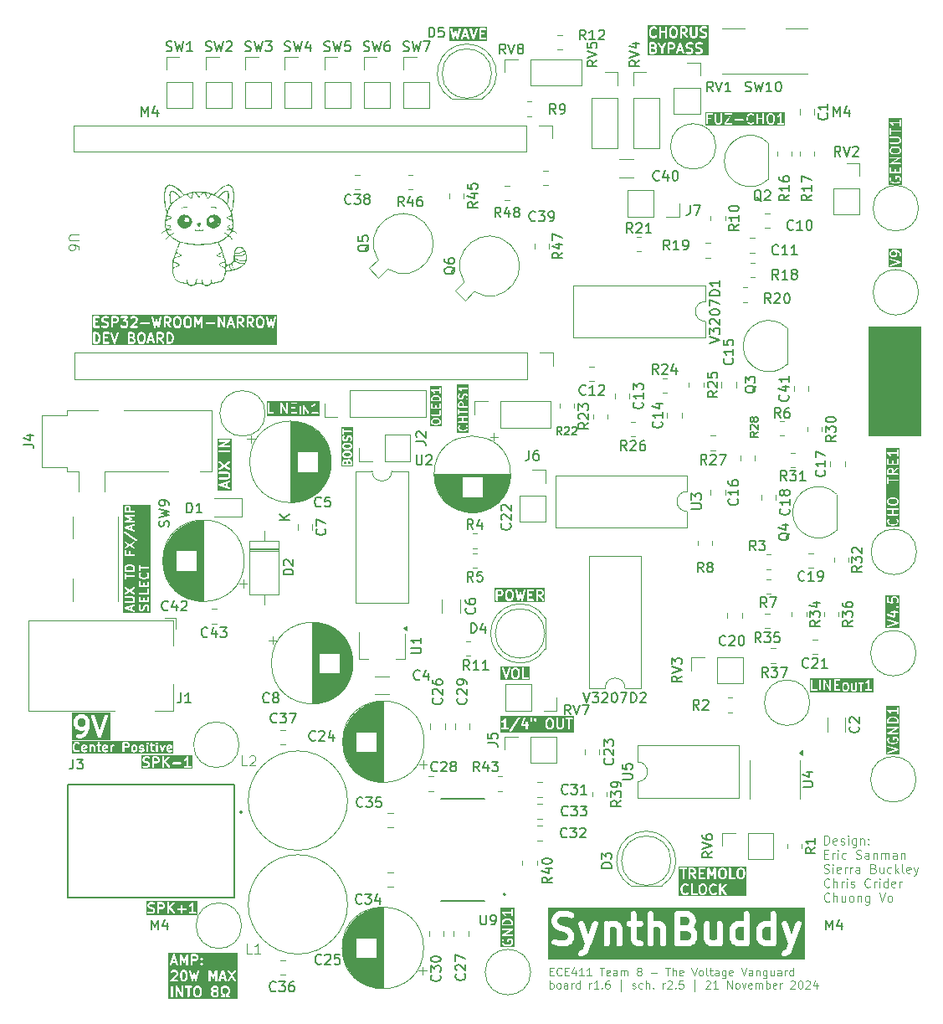
<source format=gbr>
%TF.GenerationSoftware,KiCad,Pcbnew,8.0.6*%
%TF.CreationDate,2024-11-21T01:01:48-08:00*%
%TF.ProjectId,ECE 411 Project,45434520-3431-4312-9050-726f6a656374,r1.6*%
%TF.SameCoordinates,Original*%
%TF.FileFunction,Legend,Top*%
%TF.FilePolarity,Positive*%
%FSLAX46Y46*%
G04 Gerber Fmt 4.6, Leading zero omitted, Abs format (unit mm)*
G04 Created by KiCad (PCBNEW 8.0.6) date 2024-11-21 01:01:48*
%MOMM*%
%LPD*%
G01*
G04 APERTURE LIST*
%ADD10C,0.100000*%
%ADD11C,0.200000*%
%ADD12C,0.600000*%
%ADD13C,0.180000*%
%ADD14C,0.400000*%
%ADD15C,0.150000*%
%ADD16C,0.120000*%
%ADD17C,0.000000*%
%ADD18C,0.127000*%
G04 APERTURE END LIST*
D10*
X113250000Y-54750000D02*
X118500000Y-54750000D01*
X118500000Y-65750000D01*
X113250000Y-65750000D01*
X113250000Y-54750000D01*
G36*
X113250000Y-54750000D02*
G01*
X118500000Y-54750000D01*
X118500000Y-65750000D01*
X113250000Y-65750000D01*
X113250000Y-54750000D01*
G37*
D11*
G36*
X77036626Y-81497023D02*
G01*
X77100805Y-81561202D01*
X77138720Y-81712861D01*
X77138720Y-82021575D01*
X77100804Y-82173235D01*
X77036628Y-82237413D01*
X76977018Y-82267219D01*
X76833756Y-82267219D01*
X76774146Y-82237414D01*
X76709969Y-82173236D01*
X76672054Y-82021575D01*
X76672054Y-81712862D01*
X76709969Y-81561202D01*
X76774148Y-81497023D01*
X76833756Y-81467219D01*
X76977018Y-81467219D01*
X77036626Y-81497023D01*
G37*
G36*
X80131865Y-81497024D02*
G01*
X80156534Y-81521692D01*
X80186339Y-81581302D01*
X80186339Y-81676945D01*
X80156534Y-81736554D01*
X80131865Y-81761222D01*
X80072256Y-81791028D01*
X79814911Y-81791028D01*
X79814911Y-81467219D01*
X80072256Y-81467219D01*
X80131865Y-81497024D01*
G37*
G36*
X76036627Y-81497024D02*
G01*
X76061296Y-81521692D01*
X76091101Y-81581302D01*
X76091101Y-81676945D01*
X76061296Y-81736554D01*
X76036627Y-81761222D01*
X75977018Y-81791028D01*
X75719673Y-81791028D01*
X75719673Y-81467219D01*
X75977018Y-81467219D01*
X76036627Y-81497024D01*
G37*
G36*
X80497450Y-82578330D02*
G01*
X75408562Y-82578330D01*
X75408562Y-81367219D01*
X75519673Y-81367219D01*
X75519673Y-82367219D01*
X75521594Y-82386728D01*
X75536526Y-82422776D01*
X75564116Y-82450366D01*
X75600164Y-82465298D01*
X75639182Y-82465298D01*
X75675230Y-82450366D01*
X75702820Y-82422776D01*
X75717752Y-82386728D01*
X75719673Y-82367219D01*
X75719673Y-81991028D01*
X76000625Y-81991028D01*
X76020134Y-81989107D01*
X76023454Y-81987731D01*
X76027038Y-81987477D01*
X76045346Y-81980471D01*
X76140584Y-81932852D01*
X76148980Y-81927566D01*
X76151420Y-81926556D01*
X76154166Y-81924302D01*
X76157174Y-81922409D01*
X76158903Y-81920414D01*
X76166574Y-81914120D01*
X76214192Y-81866501D01*
X76220484Y-81858834D01*
X76222482Y-81857102D01*
X76224375Y-81854093D01*
X76226629Y-81851348D01*
X76227639Y-81848907D01*
X76232925Y-81840511D01*
X76280544Y-81745274D01*
X76287550Y-81726965D01*
X76287804Y-81723381D01*
X76289180Y-81720061D01*
X76291101Y-81700552D01*
X76472054Y-81700552D01*
X76472054Y-82033885D01*
X76472389Y-82037287D01*
X76472172Y-82038746D01*
X76473251Y-82046043D01*
X76473975Y-82053394D01*
X76474539Y-82054757D01*
X76475040Y-82058139D01*
X76522659Y-82248614D01*
X76529254Y-82267075D01*
X76533679Y-82273047D01*
X76536525Y-82279918D01*
X76548962Y-82295071D01*
X76644200Y-82390311D01*
X76651868Y-82396604D01*
X76653599Y-82398600D01*
X76656606Y-82400493D01*
X76659353Y-82402747D01*
X76661793Y-82403757D01*
X76670190Y-82409043D01*
X76765427Y-82456662D01*
X76783736Y-82463668D01*
X76787319Y-82463922D01*
X76790640Y-82465298D01*
X76810149Y-82467219D01*
X77000625Y-82467219D01*
X77020134Y-82465298D01*
X77023454Y-82463922D01*
X77027038Y-82463668D01*
X77045346Y-82456662D01*
X77140584Y-82409043D01*
X77148979Y-82403758D01*
X77151421Y-82402747D01*
X77154168Y-82400491D01*
X77157174Y-82398600D01*
X77158904Y-82396605D01*
X77166574Y-82390310D01*
X77261812Y-82295071D01*
X77274249Y-82279918D01*
X77277094Y-82273047D01*
X77281520Y-82267075D01*
X77288115Y-82248615D01*
X77335734Y-82058139D01*
X77336234Y-82054757D01*
X77336799Y-82053394D01*
X77337522Y-82046043D01*
X77338602Y-82038746D01*
X77338384Y-82037287D01*
X77338720Y-82033885D01*
X77338720Y-81700552D01*
X77338384Y-81697149D01*
X77338602Y-81695691D01*
X77337522Y-81688393D01*
X77336799Y-81681043D01*
X77336234Y-81679679D01*
X77335734Y-81676298D01*
X77288115Y-81485822D01*
X77281520Y-81467362D01*
X77277093Y-81461387D01*
X77274248Y-81454519D01*
X77261812Y-81439365D01*
X77193405Y-81370958D01*
X77472123Y-81370958D01*
X77474773Y-81390381D01*
X77712868Y-82390381D01*
X77715176Y-82397078D01*
X77715495Y-82399476D01*
X77716749Y-82401643D01*
X77719256Y-82408915D01*
X77727771Y-82420681D01*
X77735044Y-82433244D01*
X77739121Y-82436364D01*
X77742131Y-82440524D01*
X77754493Y-82448131D01*
X77766027Y-82456960D01*
X77770990Y-82458283D01*
X77775361Y-82460973D01*
X77789695Y-82463271D01*
X77803728Y-82467013D01*
X77808816Y-82466336D01*
X77813888Y-82467150D01*
X77828022Y-82463784D01*
X77842406Y-82461873D01*
X77846846Y-82459302D01*
X77851845Y-82458112D01*
X77863611Y-82449596D01*
X77876174Y-82442324D01*
X77879294Y-82438246D01*
X77883454Y-82435237D01*
X77891061Y-82422874D01*
X77899890Y-82411341D01*
X77902589Y-82404140D01*
X77903903Y-82402007D01*
X77904286Y-82399616D01*
X77906773Y-82392985D01*
X78000625Y-82041038D01*
X78094478Y-82392986D01*
X78096963Y-82399615D01*
X78097347Y-82402007D01*
X78098660Y-82404141D01*
X78101360Y-82411341D01*
X78110188Y-82422874D01*
X78117796Y-82435237D01*
X78121955Y-82438246D01*
X78125076Y-82442324D01*
X78137640Y-82449598D01*
X78149405Y-82458112D01*
X78154400Y-82459301D01*
X78158844Y-82461874D01*
X78173233Y-82463785D01*
X78187362Y-82467150D01*
X78192433Y-82466336D01*
X78197522Y-82467013D01*
X78211554Y-82463271D01*
X78225889Y-82460973D01*
X78230259Y-82458283D01*
X78235223Y-82456960D01*
X78246756Y-82448131D01*
X78259119Y-82440524D01*
X78262128Y-82436364D01*
X78266206Y-82433244D01*
X78273481Y-82420677D01*
X78281994Y-82408915D01*
X78284498Y-82401649D01*
X78285756Y-82399477D01*
X78286075Y-82397073D01*
X78288382Y-82390381D01*
X78526478Y-81390381D01*
X78529128Y-81370958D01*
X78528529Y-81367219D01*
X78710149Y-81367219D01*
X78710149Y-82367219D01*
X78712070Y-82386728D01*
X78727002Y-82422776D01*
X78754592Y-82450366D01*
X78790640Y-82465298D01*
X78810149Y-82467219D01*
X79286339Y-82467219D01*
X79305848Y-82465298D01*
X79341896Y-82450366D01*
X79369486Y-82422776D01*
X79384418Y-82386728D01*
X79384418Y-82347710D01*
X79369486Y-82311662D01*
X79341896Y-82284072D01*
X79305848Y-82269140D01*
X79286339Y-82267219D01*
X78910149Y-82267219D01*
X78910149Y-81943409D01*
X79143482Y-81943409D01*
X79162991Y-81941488D01*
X79199039Y-81926556D01*
X79226629Y-81898966D01*
X79241561Y-81862918D01*
X79241561Y-81823900D01*
X79226629Y-81787852D01*
X79199039Y-81760262D01*
X79162991Y-81745330D01*
X79143482Y-81743409D01*
X78910149Y-81743409D01*
X78910149Y-81467219D01*
X79286339Y-81467219D01*
X79305848Y-81465298D01*
X79341896Y-81450366D01*
X79369486Y-81422776D01*
X79384418Y-81386728D01*
X79384418Y-81367219D01*
X79614911Y-81367219D01*
X79614911Y-82367219D01*
X79616832Y-82386728D01*
X79631764Y-82422776D01*
X79659354Y-82450366D01*
X79695402Y-82465298D01*
X79734420Y-82465298D01*
X79770468Y-82450366D01*
X79798058Y-82422776D01*
X79812990Y-82386728D01*
X79814911Y-82367219D01*
X79814911Y-81991028D01*
X79900941Y-81991028D01*
X80204416Y-82424565D01*
X80217177Y-82439446D01*
X80250082Y-82460415D01*
X80288507Y-82467196D01*
X80326601Y-82458756D01*
X80358566Y-82436381D01*
X80379535Y-82403476D01*
X80386316Y-82365052D01*
X80377876Y-82326957D01*
X80368262Y-82309873D01*
X80138294Y-81981347D01*
X80140584Y-81980471D01*
X80235822Y-81932852D01*
X80244218Y-81927566D01*
X80246658Y-81926556D01*
X80249404Y-81924302D01*
X80252412Y-81922409D01*
X80254141Y-81920414D01*
X80261812Y-81914120D01*
X80309430Y-81866501D01*
X80315722Y-81858834D01*
X80317720Y-81857102D01*
X80319613Y-81854093D01*
X80321867Y-81851348D01*
X80322877Y-81848907D01*
X80328163Y-81840511D01*
X80375782Y-81745274D01*
X80382788Y-81726965D01*
X80383042Y-81723381D01*
X80384418Y-81720061D01*
X80386339Y-81700552D01*
X80386339Y-81557695D01*
X80384418Y-81538186D01*
X80383042Y-81534865D01*
X80382788Y-81531282D01*
X80375782Y-81512973D01*
X80328163Y-81417736D01*
X80322877Y-81409339D01*
X80321867Y-81406899D01*
X80319613Y-81404153D01*
X80317720Y-81401145D01*
X80315722Y-81399412D01*
X80309430Y-81391746D01*
X80261812Y-81344127D01*
X80254141Y-81337832D01*
X80252412Y-81335838D01*
X80249404Y-81333944D01*
X80246658Y-81331691D01*
X80244218Y-81330680D01*
X80235822Y-81325395D01*
X80140584Y-81277776D01*
X80122276Y-81270770D01*
X80118692Y-81270515D01*
X80115372Y-81269140D01*
X80095863Y-81267219D01*
X79714911Y-81267219D01*
X79695402Y-81269140D01*
X79659354Y-81284072D01*
X79631764Y-81311662D01*
X79616832Y-81347710D01*
X79614911Y-81367219D01*
X79384418Y-81367219D01*
X79384418Y-81347710D01*
X79369486Y-81311662D01*
X79341896Y-81284072D01*
X79305848Y-81269140D01*
X79286339Y-81267219D01*
X78810149Y-81267219D01*
X78790640Y-81269140D01*
X78754592Y-81284072D01*
X78727002Y-81311662D01*
X78712070Y-81347710D01*
X78710149Y-81367219D01*
X78528529Y-81367219D01*
X78522951Y-81332432D01*
X78502502Y-81299201D01*
X78470893Y-81276326D01*
X78432936Y-81267289D01*
X78394409Y-81273465D01*
X78361179Y-81293914D01*
X78338304Y-81325523D01*
X78331916Y-81344057D01*
X78185612Y-81958530D01*
X78097249Y-81627167D01*
X78095535Y-81622596D01*
X78095280Y-81620675D01*
X78093959Y-81618393D01*
X78090366Y-81608811D01*
X78082341Y-81598328D01*
X78075730Y-81586908D01*
X78070586Y-81582971D01*
X78066650Y-81577828D01*
X78055232Y-81571218D01*
X78044747Y-81563192D01*
X78038483Y-81561521D01*
X78032882Y-81558279D01*
X78019804Y-81556541D01*
X78007046Y-81553139D01*
X78000624Y-81553992D01*
X77994204Y-81553139D01*
X77981450Y-81556539D01*
X77968368Y-81558278D01*
X77962763Y-81561522D01*
X77956503Y-81563192D01*
X77946019Y-81571216D01*
X77934600Y-81577828D01*
X77930663Y-81582971D01*
X77925520Y-81586908D01*
X77918910Y-81598325D01*
X77910884Y-81608811D01*
X77907288Y-81618399D01*
X77905971Y-81620676D01*
X77905716Y-81622594D01*
X77904002Y-81627166D01*
X77815637Y-81958530D01*
X77669335Y-81344057D01*
X77662947Y-81325523D01*
X77640072Y-81293914D01*
X77606842Y-81273465D01*
X77568315Y-81267288D01*
X77530358Y-81276326D01*
X77498749Y-81299201D01*
X77478300Y-81332431D01*
X77472123Y-81370958D01*
X77193405Y-81370958D01*
X77166574Y-81344127D01*
X77158903Y-81337832D01*
X77157174Y-81335838D01*
X77154166Y-81333944D01*
X77151420Y-81331691D01*
X77148980Y-81330680D01*
X77140584Y-81325395D01*
X77045346Y-81277776D01*
X77027038Y-81270770D01*
X77023454Y-81270515D01*
X77020134Y-81269140D01*
X77000625Y-81267219D01*
X76810149Y-81267219D01*
X76790640Y-81269140D01*
X76787319Y-81270515D01*
X76783736Y-81270770D01*
X76765427Y-81277776D01*
X76670190Y-81325395D01*
X76661791Y-81330681D01*
X76659354Y-81331691D01*
X76656610Y-81333942D01*
X76653599Y-81335838D01*
X76651866Y-81337835D01*
X76644200Y-81344127D01*
X76548962Y-81439365D01*
X76536526Y-81454519D01*
X76533680Y-81461387D01*
X76529254Y-81467362D01*
X76522659Y-81485823D01*
X76475040Y-81676298D01*
X76474539Y-81679679D01*
X76473975Y-81681043D01*
X76473251Y-81688393D01*
X76472172Y-81695691D01*
X76472389Y-81697149D01*
X76472054Y-81700552D01*
X76291101Y-81700552D01*
X76291101Y-81557695D01*
X76289180Y-81538186D01*
X76287804Y-81534865D01*
X76287550Y-81531282D01*
X76280544Y-81512973D01*
X76232925Y-81417736D01*
X76227639Y-81409339D01*
X76226629Y-81406899D01*
X76224375Y-81404153D01*
X76222482Y-81401145D01*
X76220484Y-81399412D01*
X76214192Y-81391746D01*
X76166574Y-81344127D01*
X76158903Y-81337832D01*
X76157174Y-81335838D01*
X76154166Y-81333944D01*
X76151420Y-81331691D01*
X76148980Y-81330680D01*
X76140584Y-81325395D01*
X76045346Y-81277776D01*
X76027038Y-81270770D01*
X76023454Y-81270515D01*
X76020134Y-81269140D01*
X76000625Y-81267219D01*
X75619673Y-81267219D01*
X75600164Y-81269140D01*
X75564116Y-81284072D01*
X75536526Y-81311662D01*
X75521594Y-81347710D01*
X75519673Y-81367219D01*
X75408562Y-81367219D01*
X75408562Y-81156108D01*
X80497450Y-81156108D01*
X80497450Y-82578330D01*
G37*
D12*
G36*
X95161254Y-115935295D02*
G01*
X95219608Y-115993649D01*
X95309022Y-116172476D01*
X95309022Y-116459408D01*
X95219608Y-116638234D01*
X95145599Y-116712244D01*
X94966773Y-116801657D01*
X94194736Y-116801657D01*
X94194736Y-115830228D01*
X94846053Y-115830228D01*
X95161254Y-115935295D01*
G37*
G36*
X95002743Y-114491070D02*
G01*
X95076752Y-114565079D01*
X95166165Y-114743905D01*
X95166165Y-114887980D01*
X95076752Y-115066806D01*
X95002743Y-115140814D01*
X94823916Y-115230228D01*
X94194736Y-115230228D01*
X94194736Y-114401657D01*
X94823916Y-114401657D01*
X95002743Y-114491070D01*
G37*
G36*
X100594737Y-115429924D02*
G01*
X100594737Y-116773389D01*
X100538202Y-116801657D01*
X100108414Y-116801657D01*
X99929587Y-116712244D01*
X99855578Y-116638234D01*
X99766165Y-116459408D01*
X99766165Y-115743905D01*
X99855578Y-115565079D01*
X99929586Y-115491070D01*
X100108414Y-115401657D01*
X100538202Y-115401657D01*
X100594737Y-115429924D01*
G37*
G36*
X103309023Y-115429924D02*
G01*
X103309023Y-116773389D01*
X103252488Y-116801657D01*
X102822700Y-116801657D01*
X102643873Y-116712244D01*
X102569864Y-116638234D01*
X102480451Y-116459408D01*
X102480451Y-115743905D01*
X102569864Y-115565079D01*
X102643872Y-115491070D01*
X102822700Y-115401657D01*
X103252488Y-115401657D01*
X103309023Y-115429924D01*
G37*
G36*
X106813414Y-118734235D02*
G01*
X80832831Y-118734235D01*
X80832831Y-114673085D01*
X81166164Y-114673085D01*
X81166164Y-114958800D01*
X81167224Y-114974977D01*
X81166919Y-114980067D01*
X81167859Y-114984662D01*
X81168731Y-114997958D01*
X81176558Y-115027170D01*
X81182620Y-115056792D01*
X81187784Y-115069070D01*
X81189000Y-115073605D01*
X81191551Y-115078024D01*
X81197836Y-115092964D01*
X81340693Y-115378678D01*
X81360501Y-115412554D01*
X81366495Y-115419314D01*
X81371015Y-115427142D01*
X81396889Y-115456646D01*
X81539746Y-115599503D01*
X81569250Y-115625377D01*
X81577077Y-115629896D01*
X81583838Y-115635891D01*
X81617714Y-115655699D01*
X81903429Y-115798556D01*
X81922887Y-115806741D01*
X81927466Y-115809283D01*
X81933633Y-115811261D01*
X81939601Y-115813772D01*
X81944728Y-115814821D01*
X81964832Y-115821271D01*
X82504313Y-115956141D01*
X82717027Y-116062497D01*
X82791036Y-116136507D01*
X82880450Y-116315334D01*
X82880450Y-116459408D01*
X82791036Y-116638234D01*
X82717027Y-116712244D01*
X82538201Y-116801657D01*
X81943419Y-116801657D01*
X81561032Y-116674195D01*
X81523072Y-116664247D01*
X81444897Y-116659555D01*
X81368172Y-116675256D01*
X81298124Y-116710280D01*
X81239528Y-116762240D01*
X81196377Y-116827595D01*
X81171611Y-116901892D01*
X81166919Y-116980067D01*
X81182620Y-117056792D01*
X81217644Y-117126840D01*
X81269604Y-117185436D01*
X81334959Y-117228587D01*
X81371296Y-117243405D01*
X81799867Y-117386262D01*
X81837828Y-117396209D01*
X81846846Y-117396750D01*
X81855578Y-117399090D01*
X81894736Y-117401657D01*
X82609021Y-117401657D01*
X82625197Y-117400596D01*
X82630287Y-117400902D01*
X82634882Y-117399961D01*
X82648179Y-117399090D01*
X82677392Y-117391262D01*
X82707013Y-117385201D01*
X82719291Y-117380036D01*
X82723826Y-117378821D01*
X82728245Y-117376269D01*
X82743185Y-117369985D01*
X83028900Y-117227128D01*
X83062776Y-117207320D01*
X83069537Y-117201324D01*
X83077365Y-117196805D01*
X83106869Y-117170931D01*
X83249726Y-117028073D01*
X83275599Y-116998569D01*
X83280116Y-116990744D01*
X83286113Y-116983982D01*
X83305921Y-116950106D01*
X83448778Y-116664392D01*
X83455062Y-116649452D01*
X83457614Y-116645033D01*
X83458829Y-116640498D01*
X83463994Y-116628220D01*
X83470055Y-116598598D01*
X83477883Y-116569386D01*
X83478754Y-116556090D01*
X83479695Y-116551495D01*
X83479389Y-116546405D01*
X83480450Y-116530228D01*
X83480450Y-116244514D01*
X83479389Y-116228336D01*
X83479695Y-116223247D01*
X83478754Y-116218651D01*
X83477883Y-116205356D01*
X83470055Y-116176143D01*
X83463994Y-116146522D01*
X83458829Y-116134243D01*
X83457614Y-116129709D01*
X83455062Y-116125289D01*
X83448778Y-116110350D01*
X83305921Y-115824636D01*
X83286113Y-115790760D01*
X83280116Y-115783997D01*
X83275599Y-115776173D01*
X83249726Y-115746669D01*
X83106869Y-115603811D01*
X83077365Y-115577937D01*
X83069537Y-115573417D01*
X83062776Y-115567422D01*
X83028900Y-115547614D01*
X82743185Y-115404757D01*
X82723726Y-115396571D01*
X82719148Y-115394030D01*
X82712980Y-115392051D01*
X82707013Y-115389541D01*
X82701885Y-115388491D01*
X82681782Y-115382042D01*
X82142299Y-115247171D01*
X81929585Y-115140814D01*
X81875532Y-115086761D01*
X83880820Y-115086761D01*
X83887175Y-115164818D01*
X83897927Y-115202558D01*
X84574030Y-117095645D01*
X84353346Y-117647352D01*
X84288455Y-117712244D01*
X84046286Y-117833329D01*
X84012410Y-117853137D01*
X83953814Y-117905096D01*
X83910663Y-117970452D01*
X83885897Y-118044749D01*
X83881205Y-118122924D01*
X83896906Y-118199649D01*
X83931930Y-118269697D01*
X83983889Y-118328293D01*
X84049245Y-118371444D01*
X84123542Y-118396210D01*
X84201717Y-118400902D01*
X84278442Y-118385201D01*
X84314614Y-118369985D01*
X84600328Y-118227128D01*
X84634204Y-118207320D01*
X84640965Y-118201324D01*
X84648793Y-118196805D01*
X84678297Y-118170931D01*
X84821154Y-118028073D01*
X84822791Y-118026205D01*
X84823724Y-118025472D01*
X84825403Y-118023227D01*
X84847027Y-117998569D01*
X84857765Y-117979968D01*
X84870638Y-117962763D01*
X84884790Y-117933162D01*
X84886185Y-117930746D01*
X84886490Y-117929604D01*
X84887564Y-117927360D01*
X85173279Y-117213074D01*
X85175021Y-117207727D01*
X85177259Y-117202558D01*
X85891544Y-115202558D01*
X85902296Y-115164818D01*
X85907438Y-115101657D01*
X86451878Y-115101657D01*
X86451878Y-117101657D01*
X86454445Y-117140815D01*
X86474714Y-117216462D01*
X86513872Y-117284285D01*
X86569250Y-117339663D01*
X86637073Y-117378821D01*
X86712720Y-117399090D01*
X86791036Y-117399090D01*
X86866683Y-117378821D01*
X86934506Y-117339663D01*
X86989884Y-117284285D01*
X87029042Y-117216462D01*
X87049311Y-117140815D01*
X87051878Y-117101657D01*
X87051878Y-115511635D01*
X87072442Y-115491070D01*
X87251270Y-115401657D01*
X87538201Y-115401657D01*
X87671128Y-115468120D01*
X87737593Y-115601048D01*
X87737593Y-117101657D01*
X87740160Y-117140815D01*
X87760429Y-117216462D01*
X87799587Y-117284285D01*
X87854965Y-117339663D01*
X87922788Y-117378821D01*
X87998435Y-117399090D01*
X88076751Y-117399090D01*
X88152398Y-117378821D01*
X88220221Y-117339663D01*
X88275599Y-117284285D01*
X88314757Y-117216462D01*
X88335026Y-117140815D01*
X88337593Y-117101657D01*
X88337593Y-115530228D01*
X88336532Y-115514050D01*
X88336838Y-115508960D01*
X88335897Y-115504364D01*
X88335026Y-115491070D01*
X88327199Y-115461860D01*
X88321137Y-115432235D01*
X88315971Y-115419954D01*
X88314757Y-115415423D01*
X88312207Y-115411006D01*
X88305921Y-115396063D01*
X88163063Y-115110349D01*
X88143255Y-115076473D01*
X88131299Y-115062990D01*
X88130975Y-115062499D01*
X88740160Y-115062499D01*
X88740160Y-115140815D01*
X88760429Y-115216462D01*
X88799587Y-115284285D01*
X88854965Y-115339663D01*
X88922788Y-115378821D01*
X88998435Y-115399090D01*
X89037593Y-115401657D01*
X89166164Y-115401657D01*
X89166164Y-116673085D01*
X89167224Y-116689261D01*
X89166919Y-116694351D01*
X89167859Y-116698946D01*
X89168731Y-116712243D01*
X89176558Y-116741456D01*
X89182620Y-116771077D01*
X89187784Y-116783355D01*
X89189000Y-116787890D01*
X89191551Y-116792309D01*
X89197836Y-116807249D01*
X89340693Y-117092964D01*
X89360501Y-117126840D01*
X89372453Y-117140319D01*
X89382385Y-117155361D01*
X89398325Y-117169495D01*
X89412460Y-117185436D01*
X89427501Y-117195367D01*
X89440981Y-117207320D01*
X89474857Y-117227128D01*
X89760572Y-117369985D01*
X89775511Y-117376269D01*
X89779931Y-117378821D01*
X89784465Y-117380036D01*
X89796744Y-117385201D01*
X89826364Y-117391262D01*
X89855578Y-117399090D01*
X89868874Y-117399961D01*
X89873470Y-117400902D01*
X89878559Y-117400596D01*
X89894736Y-117401657D01*
X90180450Y-117401657D01*
X90219608Y-117399090D01*
X90295255Y-117378821D01*
X90363078Y-117339663D01*
X90418456Y-117284285D01*
X90457614Y-117216462D01*
X90477883Y-117140815D01*
X90477883Y-117062499D01*
X90457614Y-116986852D01*
X90418456Y-116919029D01*
X90363078Y-116863651D01*
X90295255Y-116824493D01*
X90219608Y-116804224D01*
X90180450Y-116801657D01*
X89965556Y-116801657D01*
X89832627Y-116735193D01*
X89766164Y-116602265D01*
X89766164Y-115401657D01*
X90180450Y-115401657D01*
X90219608Y-115399090D01*
X90295255Y-115378821D01*
X90363078Y-115339663D01*
X90418456Y-115284285D01*
X90457614Y-115216462D01*
X90477883Y-115140815D01*
X90477883Y-115062499D01*
X90457614Y-114986852D01*
X90418456Y-114919029D01*
X90363078Y-114863651D01*
X90295255Y-114824493D01*
X90219608Y-114804224D01*
X90180450Y-114801657D01*
X89766164Y-114801657D01*
X89766164Y-114101657D01*
X90880450Y-114101657D01*
X90880450Y-117101657D01*
X90883017Y-117140815D01*
X90903286Y-117216462D01*
X90942444Y-117284285D01*
X90997822Y-117339663D01*
X91065645Y-117378821D01*
X91141292Y-117399090D01*
X91219608Y-117399090D01*
X91295255Y-117378821D01*
X91363078Y-117339663D01*
X91418456Y-117284285D01*
X91457614Y-117216462D01*
X91477883Y-117140815D01*
X91480450Y-117101657D01*
X91480450Y-115511635D01*
X91501014Y-115491070D01*
X91679842Y-115401657D01*
X91966773Y-115401657D01*
X92099700Y-115468120D01*
X92166165Y-115601048D01*
X92166165Y-117101657D01*
X92168732Y-117140815D01*
X92189001Y-117216462D01*
X92228159Y-117284285D01*
X92283537Y-117339663D01*
X92351360Y-117378821D01*
X92427007Y-117399090D01*
X92505323Y-117399090D01*
X92580970Y-117378821D01*
X92648793Y-117339663D01*
X92704171Y-117284285D01*
X92743329Y-117216462D01*
X92763598Y-117140815D01*
X92766165Y-117101657D01*
X92766165Y-115530228D01*
X92765104Y-115514050D01*
X92765410Y-115508960D01*
X92764469Y-115504364D01*
X92763598Y-115491070D01*
X92755771Y-115461860D01*
X92749709Y-115432235D01*
X92744543Y-115419954D01*
X92743329Y-115415423D01*
X92740779Y-115411006D01*
X92734493Y-115396063D01*
X92591635Y-115110349D01*
X92571827Y-115076473D01*
X92559871Y-115062990D01*
X92549943Y-115047953D01*
X92534003Y-115033818D01*
X92519867Y-115017877D01*
X92504826Y-115007946D01*
X92491347Y-114995994D01*
X92457471Y-114976186D01*
X92171757Y-114833329D01*
X92156817Y-114827044D01*
X92152398Y-114824493D01*
X92147863Y-114823277D01*
X92135585Y-114818113D01*
X92105963Y-114812051D01*
X92076751Y-114804224D01*
X92063455Y-114803352D01*
X92058860Y-114802412D01*
X92053770Y-114802717D01*
X92037593Y-114801657D01*
X91609022Y-114801657D01*
X91592845Y-114802717D01*
X91587756Y-114802412D01*
X91583160Y-114803352D01*
X91569864Y-114804224D01*
X91540650Y-114812051D01*
X91511030Y-114818113D01*
X91498751Y-114823277D01*
X91494217Y-114824493D01*
X91489797Y-114827044D01*
X91480450Y-114830976D01*
X91480450Y-114101657D01*
X93594736Y-114101657D01*
X93594736Y-117101657D01*
X93597303Y-117140815D01*
X93617572Y-117216462D01*
X93656730Y-117284285D01*
X93712108Y-117339663D01*
X93779931Y-117378821D01*
X93855578Y-117399090D01*
X93894736Y-117401657D01*
X95037593Y-117401657D01*
X95053769Y-117400596D01*
X95058859Y-117400902D01*
X95063454Y-117399961D01*
X95076751Y-117399090D01*
X95105964Y-117391262D01*
X95135585Y-117385201D01*
X95147863Y-117380036D01*
X95152398Y-117378821D01*
X95156817Y-117376269D01*
X95171757Y-117369985D01*
X95457472Y-117227128D01*
X95491348Y-117207320D01*
X95498109Y-117201324D01*
X95505937Y-117196805D01*
X95535441Y-117170931D01*
X95678298Y-117028073D01*
X95704171Y-116998569D01*
X95708688Y-116990744D01*
X95714685Y-116983982D01*
X95734493Y-116950106D01*
X95877350Y-116664392D01*
X95883634Y-116649452D01*
X95886186Y-116645033D01*
X95887401Y-116640498D01*
X95892566Y-116628220D01*
X95898627Y-116598598D01*
X95906455Y-116569386D01*
X95907326Y-116556090D01*
X95908267Y-116551495D01*
X95907961Y-116546405D01*
X95909022Y-116530228D01*
X95909022Y-116101657D01*
X95907961Y-116085480D01*
X95908267Y-116080391D01*
X95907326Y-116075795D01*
X95906455Y-116062499D01*
X95898627Y-116033285D01*
X95892566Y-116003665D01*
X95887401Y-115991386D01*
X95886186Y-115986852D01*
X95883634Y-115982432D01*
X95877350Y-115967493D01*
X95734493Y-115681778D01*
X95714685Y-115647902D01*
X95708690Y-115641141D01*
X95704171Y-115633314D01*
X95678297Y-115603810D01*
X95535440Y-115460953D01*
X95533145Y-115458940D01*
X95535440Y-115456646D01*
X95561314Y-115427142D01*
X95565833Y-115419314D01*
X95571828Y-115412554D01*
X95591636Y-115378678D01*
X95730147Y-115101657D01*
X96594736Y-115101657D01*
X96594736Y-116673085D01*
X96595796Y-116689261D01*
X96595491Y-116694351D01*
X96596431Y-116698946D01*
X96597303Y-116712243D01*
X96605130Y-116741456D01*
X96611192Y-116771077D01*
X96616356Y-116783355D01*
X96617572Y-116787890D01*
X96620123Y-116792309D01*
X96626408Y-116807249D01*
X96769265Y-117092964D01*
X96789073Y-117126840D01*
X96801025Y-117140319D01*
X96810957Y-117155361D01*
X96826897Y-117169495D01*
X96841032Y-117185436D01*
X96856073Y-117195367D01*
X96869553Y-117207320D01*
X96903429Y-117227128D01*
X97189144Y-117369985D01*
X97204083Y-117376269D01*
X97208503Y-117378821D01*
X97213037Y-117380036D01*
X97225316Y-117385201D01*
X97254936Y-117391262D01*
X97284150Y-117399090D01*
X97297446Y-117399961D01*
X97302042Y-117400902D01*
X97307131Y-117400596D01*
X97323308Y-117401657D01*
X97751879Y-117401657D01*
X97768056Y-117400596D01*
X97773146Y-117400902D01*
X97777741Y-117399961D01*
X97791037Y-117399090D01*
X97820249Y-117391262D01*
X97849871Y-117385201D01*
X97862149Y-117380036D01*
X97866684Y-117378821D01*
X97871103Y-117376269D01*
X97886043Y-117369985D01*
X97980777Y-117322617D01*
X97997823Y-117339663D01*
X98065646Y-117378821D01*
X98141293Y-117399090D01*
X98219609Y-117399090D01*
X98295256Y-117378821D01*
X98363079Y-117339663D01*
X98418457Y-117284285D01*
X98457615Y-117216462D01*
X98477884Y-117140815D01*
X98480451Y-117101657D01*
X98480451Y-115673085D01*
X99166165Y-115673085D01*
X99166165Y-116530228D01*
X99167225Y-116546405D01*
X99166920Y-116551495D01*
X99167860Y-116556090D01*
X99168732Y-116569386D01*
X99176559Y-116598598D01*
X99182621Y-116628220D01*
X99187785Y-116640498D01*
X99189001Y-116645033D01*
X99191552Y-116649452D01*
X99197837Y-116664392D01*
X99340694Y-116950106D01*
X99360502Y-116983982D01*
X99366498Y-116990744D01*
X99371016Y-116998569D01*
X99396889Y-117028073D01*
X99539746Y-117170931D01*
X99569250Y-117196805D01*
X99577077Y-117201324D01*
X99583839Y-117207320D01*
X99617715Y-117227128D01*
X99903430Y-117369985D01*
X99918369Y-117376269D01*
X99922789Y-117378821D01*
X99927323Y-117380036D01*
X99939602Y-117385201D01*
X99969222Y-117391262D01*
X99998436Y-117399090D01*
X100011732Y-117399961D01*
X100016328Y-117400902D01*
X100021417Y-117400596D01*
X100037594Y-117401657D01*
X100609022Y-117401657D01*
X100625198Y-117400596D01*
X100630288Y-117400902D01*
X100634883Y-117399961D01*
X100648180Y-117399090D01*
X100677393Y-117391262D01*
X100707014Y-117385201D01*
X100719292Y-117380036D01*
X100723827Y-117378821D01*
X100728246Y-117376269D01*
X100743186Y-117369985D01*
X100754676Y-117364239D01*
X100779932Y-117378821D01*
X100855579Y-117399090D01*
X100933895Y-117399090D01*
X101009542Y-117378821D01*
X101077365Y-117339663D01*
X101132743Y-117284285D01*
X101171901Y-117216462D01*
X101192170Y-117140815D01*
X101194737Y-117101657D01*
X101194737Y-115673085D01*
X101880451Y-115673085D01*
X101880451Y-116530228D01*
X101881511Y-116546405D01*
X101881206Y-116551495D01*
X101882146Y-116556090D01*
X101883018Y-116569386D01*
X101890845Y-116598598D01*
X101896907Y-116628220D01*
X101902071Y-116640498D01*
X101903287Y-116645033D01*
X101905838Y-116649452D01*
X101912123Y-116664392D01*
X102054980Y-116950106D01*
X102074788Y-116983982D01*
X102080784Y-116990744D01*
X102085302Y-116998569D01*
X102111175Y-117028073D01*
X102254032Y-117170931D01*
X102283536Y-117196805D01*
X102291363Y-117201324D01*
X102298125Y-117207320D01*
X102332001Y-117227128D01*
X102617716Y-117369985D01*
X102632655Y-117376269D01*
X102637075Y-117378821D01*
X102641609Y-117380036D01*
X102653888Y-117385201D01*
X102683508Y-117391262D01*
X102712722Y-117399090D01*
X102726018Y-117399961D01*
X102730614Y-117400902D01*
X102735703Y-117400596D01*
X102751880Y-117401657D01*
X103323308Y-117401657D01*
X103339484Y-117400596D01*
X103344574Y-117400902D01*
X103349169Y-117399961D01*
X103362466Y-117399090D01*
X103391679Y-117391262D01*
X103421300Y-117385201D01*
X103433578Y-117380036D01*
X103438113Y-117378821D01*
X103442532Y-117376269D01*
X103457472Y-117369985D01*
X103468962Y-117364239D01*
X103494218Y-117378821D01*
X103569865Y-117399090D01*
X103648181Y-117399090D01*
X103723828Y-117378821D01*
X103791651Y-117339663D01*
X103847029Y-117284285D01*
X103886187Y-117216462D01*
X103906456Y-117140815D01*
X103909023Y-117101657D01*
X103909023Y-115086761D01*
X104452250Y-115086761D01*
X104458605Y-115164818D01*
X104469357Y-115202558D01*
X105145460Y-117095645D01*
X104924776Y-117647352D01*
X104859885Y-117712244D01*
X104617716Y-117833329D01*
X104583840Y-117853137D01*
X104525244Y-117905096D01*
X104482093Y-117970452D01*
X104457327Y-118044749D01*
X104452635Y-118122924D01*
X104468336Y-118199649D01*
X104503360Y-118269697D01*
X104555319Y-118328293D01*
X104620675Y-118371444D01*
X104694972Y-118396210D01*
X104773147Y-118400902D01*
X104849872Y-118385201D01*
X104886044Y-118369985D01*
X105171758Y-118227128D01*
X105205634Y-118207320D01*
X105212395Y-118201324D01*
X105220223Y-118196805D01*
X105249727Y-118170931D01*
X105392584Y-118028073D01*
X105394221Y-118026205D01*
X105395154Y-118025472D01*
X105396833Y-118023227D01*
X105418457Y-117998569D01*
X105429195Y-117979968D01*
X105442068Y-117962763D01*
X105456220Y-117933162D01*
X105457615Y-117930746D01*
X105457920Y-117929604D01*
X105458994Y-117927360D01*
X105744709Y-117213074D01*
X105746451Y-117207727D01*
X105748689Y-117202558D01*
X106462974Y-115202558D01*
X106473726Y-115164818D01*
X106480081Y-115086760D01*
X106466016Y-115009718D01*
X106432490Y-114938941D01*
X106381788Y-114879253D01*
X106317365Y-114834722D01*
X106243612Y-114808381D01*
X106165555Y-114802027D01*
X106088513Y-114816092D01*
X106017735Y-114849618D01*
X105958047Y-114900320D01*
X105913516Y-114964743D01*
X105897928Y-115000756D01*
X105466165Y-116209692D01*
X105034403Y-115000756D01*
X105018815Y-114964743D01*
X104974284Y-114900320D01*
X104914596Y-114849618D01*
X104843818Y-114816092D01*
X104766776Y-114802027D01*
X104688719Y-114808382D01*
X104614966Y-114834722D01*
X104550543Y-114879253D01*
X104499841Y-114938941D01*
X104466315Y-115009719D01*
X104452250Y-115086761D01*
X103909023Y-115086761D01*
X103909023Y-114101657D01*
X103906456Y-114062499D01*
X103886187Y-113986852D01*
X103847029Y-113919029D01*
X103791651Y-113863651D01*
X103723828Y-113824493D01*
X103648181Y-113804224D01*
X103569865Y-113804224D01*
X103494218Y-113824493D01*
X103426395Y-113863651D01*
X103371017Y-113919029D01*
X103331859Y-113986852D01*
X103311590Y-114062499D01*
X103309023Y-114101657D01*
X103309023Y-114801657D01*
X102751880Y-114801657D01*
X102735703Y-114802717D01*
X102730614Y-114802412D01*
X102726018Y-114803352D01*
X102712722Y-114804224D01*
X102683508Y-114812051D01*
X102653888Y-114818113D01*
X102641609Y-114823277D01*
X102637075Y-114824493D01*
X102632655Y-114827044D01*
X102617716Y-114833329D01*
X102332001Y-114976186D01*
X102298125Y-114995994D01*
X102291364Y-115001988D01*
X102283537Y-115006508D01*
X102254033Y-115032382D01*
X102111176Y-115175239D01*
X102085302Y-115204743D01*
X102080782Y-115212570D01*
X102074788Y-115219331D01*
X102054980Y-115253207D01*
X101912123Y-115538921D01*
X101905838Y-115553860D01*
X101903287Y-115558280D01*
X101902071Y-115562814D01*
X101896907Y-115575093D01*
X101890845Y-115604714D01*
X101883018Y-115633927D01*
X101882146Y-115647222D01*
X101881206Y-115651818D01*
X101881511Y-115656907D01*
X101880451Y-115673085D01*
X101194737Y-115673085D01*
X101194737Y-114101657D01*
X101192170Y-114062499D01*
X101171901Y-113986852D01*
X101132743Y-113919029D01*
X101077365Y-113863651D01*
X101009542Y-113824493D01*
X100933895Y-113804224D01*
X100855579Y-113804224D01*
X100779932Y-113824493D01*
X100712109Y-113863651D01*
X100656731Y-113919029D01*
X100617573Y-113986852D01*
X100597304Y-114062499D01*
X100594737Y-114101657D01*
X100594737Y-114801657D01*
X100037594Y-114801657D01*
X100021417Y-114802717D01*
X100016328Y-114802412D01*
X100011732Y-114803352D01*
X99998436Y-114804224D01*
X99969222Y-114812051D01*
X99939602Y-114818113D01*
X99927323Y-114823277D01*
X99922789Y-114824493D01*
X99918369Y-114827044D01*
X99903430Y-114833329D01*
X99617715Y-114976186D01*
X99583839Y-114995994D01*
X99577078Y-115001988D01*
X99569251Y-115006508D01*
X99539747Y-115032382D01*
X99396890Y-115175239D01*
X99371016Y-115204743D01*
X99366496Y-115212570D01*
X99360502Y-115219331D01*
X99340694Y-115253207D01*
X99197837Y-115538921D01*
X99191552Y-115553860D01*
X99189001Y-115558280D01*
X99187785Y-115562814D01*
X99182621Y-115575093D01*
X99176559Y-115604714D01*
X99168732Y-115633927D01*
X99167860Y-115647222D01*
X99166920Y-115651818D01*
X99167225Y-115656907D01*
X99166165Y-115673085D01*
X98480451Y-115673085D01*
X98480451Y-115101657D01*
X98477884Y-115062499D01*
X98457615Y-114986852D01*
X98418457Y-114919029D01*
X98363079Y-114863651D01*
X98295256Y-114824493D01*
X98219609Y-114804224D01*
X98141293Y-114804224D01*
X98065646Y-114824493D01*
X97997823Y-114863651D01*
X97942445Y-114919029D01*
X97903287Y-114986852D01*
X97883018Y-115062499D01*
X97880451Y-115101657D01*
X97880451Y-116691678D01*
X97859885Y-116712244D01*
X97681059Y-116801657D01*
X97394128Y-116801657D01*
X97261199Y-116735193D01*
X97194736Y-116602265D01*
X97194736Y-115101657D01*
X97192169Y-115062499D01*
X97171900Y-114986852D01*
X97132742Y-114919029D01*
X97077364Y-114863651D01*
X97009541Y-114824493D01*
X96933894Y-114804224D01*
X96855578Y-114804224D01*
X96779931Y-114824493D01*
X96712108Y-114863651D01*
X96656730Y-114919029D01*
X96617572Y-114986852D01*
X96597303Y-115062499D01*
X96594736Y-115101657D01*
X95730147Y-115101657D01*
X95734493Y-115092964D01*
X95740777Y-115078024D01*
X95743329Y-115073605D01*
X95744544Y-115069070D01*
X95749709Y-115056792D01*
X95755770Y-115027170D01*
X95763598Y-114997958D01*
X95764469Y-114984662D01*
X95765410Y-114980067D01*
X95765104Y-114974977D01*
X95766165Y-114958800D01*
X95766165Y-114673085D01*
X95765104Y-114656907D01*
X95765410Y-114651818D01*
X95764469Y-114647222D01*
X95763598Y-114633927D01*
X95755770Y-114604714D01*
X95749709Y-114575093D01*
X95744544Y-114562814D01*
X95743329Y-114558280D01*
X95740777Y-114553860D01*
X95734493Y-114538921D01*
X95591636Y-114253207D01*
X95571828Y-114219331D01*
X95565833Y-114212570D01*
X95561314Y-114204743D01*
X95535440Y-114175239D01*
X95392583Y-114032382D01*
X95363079Y-114006508D01*
X95355251Y-114001988D01*
X95348491Y-113995994D01*
X95314615Y-113976186D01*
X95028900Y-113833329D01*
X95013960Y-113827044D01*
X95009541Y-113824493D01*
X95005006Y-113823277D01*
X94992728Y-113818113D01*
X94963107Y-113812051D01*
X94933894Y-113804224D01*
X94920597Y-113803352D01*
X94916002Y-113802412D01*
X94910912Y-113802717D01*
X94894736Y-113801657D01*
X93894736Y-113801657D01*
X93855578Y-113804224D01*
X93779931Y-113824493D01*
X93712108Y-113863651D01*
X93656730Y-113919029D01*
X93617572Y-113986852D01*
X93597303Y-114062499D01*
X93594736Y-114101657D01*
X91480450Y-114101657D01*
X91477883Y-114062499D01*
X91457614Y-113986852D01*
X91418456Y-113919029D01*
X91363078Y-113863651D01*
X91295255Y-113824493D01*
X91219608Y-113804224D01*
X91141292Y-113804224D01*
X91065645Y-113824493D01*
X90997822Y-113863651D01*
X90942444Y-113919029D01*
X90903286Y-113986852D01*
X90883017Y-114062499D01*
X90880450Y-114101657D01*
X89766164Y-114101657D01*
X89763597Y-114062499D01*
X89743328Y-113986852D01*
X89704170Y-113919029D01*
X89648792Y-113863651D01*
X89580969Y-113824493D01*
X89505322Y-113804224D01*
X89427006Y-113804224D01*
X89351359Y-113824493D01*
X89283536Y-113863651D01*
X89228158Y-113919029D01*
X89189000Y-113986852D01*
X89168731Y-114062499D01*
X89166164Y-114101657D01*
X89166164Y-114801657D01*
X89037593Y-114801657D01*
X88998435Y-114804224D01*
X88922788Y-114824493D01*
X88854965Y-114863651D01*
X88799587Y-114919029D01*
X88760429Y-114986852D01*
X88740160Y-115062499D01*
X88130975Y-115062499D01*
X88121371Y-115047953D01*
X88105431Y-115033818D01*
X88091295Y-115017877D01*
X88076254Y-115007946D01*
X88062775Y-114995994D01*
X88028899Y-114976186D01*
X87743185Y-114833329D01*
X87728245Y-114827044D01*
X87723826Y-114824493D01*
X87719291Y-114823277D01*
X87707013Y-114818113D01*
X87677391Y-114812051D01*
X87648179Y-114804224D01*
X87634883Y-114803352D01*
X87630288Y-114802412D01*
X87625198Y-114802717D01*
X87609021Y-114801657D01*
X87180450Y-114801657D01*
X87164273Y-114802717D01*
X87159184Y-114802412D01*
X87154588Y-114803352D01*
X87141292Y-114804224D01*
X87112078Y-114812051D01*
X87082458Y-114818113D01*
X87070179Y-114823277D01*
X87065645Y-114824493D01*
X87061225Y-114827044D01*
X87046286Y-114833329D01*
X86951551Y-114880696D01*
X86934506Y-114863651D01*
X86866683Y-114824493D01*
X86791036Y-114804224D01*
X86712720Y-114804224D01*
X86637073Y-114824493D01*
X86569250Y-114863651D01*
X86513872Y-114919029D01*
X86474714Y-114986852D01*
X86454445Y-115062499D01*
X86451878Y-115101657D01*
X85907438Y-115101657D01*
X85908651Y-115086760D01*
X85894586Y-115009718D01*
X85861060Y-114938941D01*
X85810358Y-114879253D01*
X85745935Y-114834722D01*
X85672182Y-114808381D01*
X85594125Y-114802027D01*
X85517083Y-114816092D01*
X85446305Y-114849618D01*
X85386617Y-114900320D01*
X85342086Y-114964743D01*
X85326498Y-115000756D01*
X84894735Y-116209692D01*
X84462973Y-115000756D01*
X84447385Y-114964743D01*
X84402854Y-114900320D01*
X84343166Y-114849618D01*
X84272388Y-114816092D01*
X84195346Y-114802027D01*
X84117289Y-114808382D01*
X84043536Y-114834722D01*
X83979113Y-114879253D01*
X83928411Y-114938941D01*
X83894885Y-115009719D01*
X83880820Y-115086761D01*
X81875532Y-115086761D01*
X81855577Y-115066806D01*
X81766164Y-114887980D01*
X81766164Y-114743905D01*
X81855577Y-114565079D01*
X81929585Y-114491070D01*
X82108413Y-114401657D01*
X82703195Y-114401657D01*
X83085581Y-114529119D01*
X83123542Y-114539066D01*
X83201716Y-114543759D01*
X83278442Y-114528058D01*
X83348490Y-114493034D01*
X83407086Y-114441074D01*
X83450237Y-114375719D01*
X83475002Y-114301422D01*
X83479695Y-114223247D01*
X83463994Y-114146522D01*
X83428970Y-114076473D01*
X83377010Y-114017877D01*
X83311654Y-113974727D01*
X83275318Y-113959909D01*
X82846746Y-113817052D01*
X82808786Y-113807104D01*
X82799763Y-113806562D01*
X82791036Y-113804224D01*
X82751878Y-113801657D01*
X82037593Y-113801657D01*
X82021416Y-113802717D01*
X82016327Y-113802412D01*
X82011731Y-113803352D01*
X81998435Y-113804224D01*
X81969221Y-113812051D01*
X81939601Y-113818113D01*
X81927322Y-113823277D01*
X81922788Y-113824493D01*
X81918368Y-113827044D01*
X81903429Y-113833329D01*
X81617714Y-113976186D01*
X81583838Y-113995994D01*
X81577077Y-114001988D01*
X81569250Y-114006508D01*
X81539746Y-114032382D01*
X81396889Y-114175239D01*
X81371015Y-114204743D01*
X81366495Y-114212570D01*
X81360501Y-114219331D01*
X81340693Y-114253207D01*
X81197836Y-114538921D01*
X81191551Y-114553860D01*
X81189000Y-114558280D01*
X81187784Y-114562814D01*
X81182620Y-114575093D01*
X81176558Y-114604714D01*
X81168731Y-114633927D01*
X81167859Y-114647222D01*
X81166919Y-114651818D01*
X81167224Y-114656907D01*
X81166164Y-114673085D01*
X80832831Y-114673085D01*
X80832831Y-113468324D01*
X106813414Y-113468324D01*
X106813414Y-118734235D01*
G37*
D11*
G36*
X81115468Y-94497023D02*
G01*
X81179647Y-94561202D01*
X81217562Y-94712861D01*
X81217562Y-95021575D01*
X81179646Y-95173235D01*
X81115470Y-95237413D01*
X81055860Y-95267219D01*
X80912598Y-95267219D01*
X80852988Y-95237414D01*
X80788811Y-95173236D01*
X80750896Y-95021575D01*
X80750896Y-94712862D01*
X80788811Y-94561202D01*
X80852990Y-94497023D01*
X80912598Y-94467219D01*
X81055860Y-94467219D01*
X81115468Y-94497023D01*
G37*
G36*
X83431514Y-95816425D02*
G01*
X75964379Y-95816425D01*
X75964379Y-95605419D01*
X76931848Y-95605419D01*
X76939500Y-95643679D01*
X76961211Y-95676099D01*
X76993676Y-95697742D01*
X77031953Y-95705314D01*
X77070213Y-95697662D01*
X77102633Y-95675951D01*
X77115053Y-95660784D01*
X77541323Y-95021378D01*
X78075490Y-95021378D01*
X78076626Y-95037362D01*
X78076626Y-95053394D01*
X78078001Y-95056714D01*
X78078256Y-95060298D01*
X78085423Y-95074633D01*
X78091558Y-95089442D01*
X78094098Y-95091982D01*
X78095706Y-95095197D01*
X78107817Y-95105701D01*
X78119148Y-95117032D01*
X78122466Y-95118406D01*
X78125182Y-95120762D01*
X78140391Y-95125831D01*
X78155196Y-95131964D01*
X78160296Y-95132466D01*
X78162198Y-95133100D01*
X78164831Y-95132912D01*
X78174705Y-95133885D01*
X78550895Y-95133885D01*
X78550895Y-95367219D01*
X78552816Y-95386728D01*
X78567748Y-95422776D01*
X78595338Y-95450366D01*
X78631386Y-95465298D01*
X78670404Y-95465298D01*
X78706452Y-95450366D01*
X78734042Y-95422776D01*
X78748974Y-95386728D01*
X78750895Y-95367219D01*
X78750895Y-95133885D01*
X78793752Y-95133885D01*
X78813261Y-95131964D01*
X78849309Y-95117032D01*
X78876899Y-95089442D01*
X78891831Y-95053394D01*
X78891831Y-95014376D01*
X78876899Y-94978328D01*
X78849309Y-94950738D01*
X78813261Y-94935806D01*
X78793752Y-94933885D01*
X78750895Y-94933885D01*
X78750895Y-94700552D01*
X80550896Y-94700552D01*
X80550896Y-95033885D01*
X80551231Y-95037287D01*
X80551014Y-95038746D01*
X80552093Y-95046043D01*
X80552817Y-95053394D01*
X80553381Y-95054757D01*
X80553882Y-95058139D01*
X80601501Y-95248614D01*
X80608096Y-95267075D01*
X80612521Y-95273047D01*
X80615367Y-95279918D01*
X80627804Y-95295071D01*
X80723042Y-95390311D01*
X80730710Y-95396604D01*
X80732441Y-95398600D01*
X80735448Y-95400493D01*
X80738195Y-95402747D01*
X80740635Y-95403757D01*
X80749032Y-95409043D01*
X80844269Y-95456662D01*
X80862578Y-95463668D01*
X80866161Y-95463922D01*
X80869482Y-95465298D01*
X80888991Y-95467219D01*
X81079467Y-95467219D01*
X81098976Y-95465298D01*
X81102296Y-95463922D01*
X81105880Y-95463668D01*
X81124188Y-95456662D01*
X81219426Y-95409043D01*
X81227821Y-95403758D01*
X81230263Y-95402747D01*
X81233010Y-95400491D01*
X81236016Y-95398600D01*
X81237746Y-95396605D01*
X81245416Y-95390310D01*
X81340654Y-95295071D01*
X81353091Y-95279918D01*
X81355936Y-95273047D01*
X81360362Y-95267075D01*
X81366957Y-95248615D01*
X81414576Y-95058139D01*
X81415076Y-95054757D01*
X81415641Y-95053394D01*
X81416364Y-95046043D01*
X81417444Y-95038746D01*
X81417226Y-95037287D01*
X81417562Y-95033885D01*
X81417562Y-94700552D01*
X81417226Y-94697149D01*
X81417444Y-94695691D01*
X81416364Y-94688393D01*
X81415641Y-94681043D01*
X81415076Y-94679679D01*
X81414576Y-94676298D01*
X81366957Y-94485822D01*
X81360362Y-94467362D01*
X81355935Y-94461387D01*
X81353090Y-94454519D01*
X81340654Y-94439365D01*
X81268508Y-94367219D01*
X81646134Y-94367219D01*
X81646134Y-95176742D01*
X81648055Y-95196251D01*
X81649430Y-95199571D01*
X81649685Y-95203155D01*
X81656691Y-95221463D01*
X81704310Y-95316701D01*
X81709593Y-95325093D01*
X81710605Y-95327537D01*
X81712861Y-95330286D01*
X81714753Y-95333291D01*
X81716747Y-95335020D01*
X81723042Y-95342690D01*
X81770660Y-95390310D01*
X81778328Y-95396603D01*
X81780060Y-95398600D01*
X81783068Y-95400493D01*
X81785814Y-95402747D01*
X81788254Y-95403757D01*
X81796651Y-95409043D01*
X81891888Y-95456662D01*
X81910197Y-95463668D01*
X81913780Y-95463922D01*
X81917101Y-95465298D01*
X81936610Y-95467219D01*
X82127086Y-95467219D01*
X82146595Y-95465298D01*
X82149915Y-95463922D01*
X82153499Y-95463668D01*
X82171807Y-95456662D01*
X82267045Y-95409043D01*
X82275440Y-95403758D01*
X82277882Y-95402747D01*
X82280629Y-95400491D01*
X82283635Y-95398600D01*
X82285365Y-95396605D01*
X82293035Y-95390310D01*
X82340654Y-95342690D01*
X82346946Y-95335023D01*
X82348943Y-95333292D01*
X82350836Y-95330284D01*
X82353091Y-95327537D01*
X82354102Y-95325095D01*
X82359386Y-95316701D01*
X82407005Y-95221464D01*
X82414011Y-95203155D01*
X82414265Y-95199571D01*
X82415641Y-95196251D01*
X82417562Y-95176742D01*
X82417562Y-94367219D01*
X82415641Y-94347710D01*
X82552817Y-94347710D01*
X82552817Y-94386728D01*
X82567749Y-94422776D01*
X82595339Y-94450366D01*
X82631387Y-94465298D01*
X82650896Y-94467219D01*
X82836610Y-94467219D01*
X82836610Y-95367219D01*
X82838531Y-95386728D01*
X82853463Y-95422776D01*
X82881053Y-95450366D01*
X82917101Y-95465298D01*
X82956119Y-95465298D01*
X82992167Y-95450366D01*
X83019757Y-95422776D01*
X83034689Y-95386728D01*
X83036610Y-95367219D01*
X83036610Y-94467219D01*
X83222324Y-94467219D01*
X83241833Y-94465298D01*
X83277881Y-94450366D01*
X83305471Y-94422776D01*
X83320403Y-94386728D01*
X83320403Y-94347710D01*
X83305471Y-94311662D01*
X83277881Y-94284072D01*
X83241833Y-94269140D01*
X83222324Y-94267219D01*
X82650896Y-94267219D01*
X82631387Y-94269140D01*
X82595339Y-94284072D01*
X82567749Y-94311662D01*
X82552817Y-94347710D01*
X82415641Y-94347710D01*
X82400709Y-94311662D01*
X82373119Y-94284072D01*
X82337071Y-94269140D01*
X82298053Y-94269140D01*
X82262005Y-94284072D01*
X82234415Y-94311662D01*
X82219483Y-94347710D01*
X82217562Y-94367219D01*
X82217562Y-95153135D01*
X82187757Y-95212743D01*
X82163088Y-95237413D01*
X82103479Y-95267219D01*
X81960217Y-95267219D01*
X81900607Y-95237414D01*
X81875940Y-95212746D01*
X81846134Y-95153134D01*
X81846134Y-94367219D01*
X81844213Y-94347710D01*
X81829281Y-94311662D01*
X81801691Y-94284072D01*
X81765643Y-94269140D01*
X81726625Y-94269140D01*
X81690577Y-94284072D01*
X81662987Y-94311662D01*
X81648055Y-94347710D01*
X81646134Y-94367219D01*
X81268508Y-94367219D01*
X81245416Y-94344127D01*
X81237745Y-94337832D01*
X81236016Y-94335838D01*
X81233008Y-94333944D01*
X81230262Y-94331691D01*
X81227822Y-94330680D01*
X81219426Y-94325395D01*
X81124188Y-94277776D01*
X81105880Y-94270770D01*
X81102296Y-94270515D01*
X81098976Y-94269140D01*
X81079467Y-94267219D01*
X80888991Y-94267219D01*
X80869482Y-94269140D01*
X80866161Y-94270515D01*
X80862578Y-94270770D01*
X80844269Y-94277776D01*
X80749032Y-94325395D01*
X80740633Y-94330681D01*
X80738196Y-94331691D01*
X80735452Y-94333942D01*
X80732441Y-94335838D01*
X80730708Y-94337835D01*
X80723042Y-94344127D01*
X80627804Y-94439365D01*
X80615368Y-94454519D01*
X80612522Y-94461387D01*
X80608096Y-94467362D01*
X80601501Y-94485823D01*
X80553882Y-94676298D01*
X80553381Y-94679679D01*
X80552817Y-94681043D01*
X80552093Y-94688393D01*
X80551014Y-94695691D01*
X80551231Y-94697149D01*
X80550896Y-94700552D01*
X78750895Y-94700552D01*
X78748974Y-94681043D01*
X78734042Y-94644995D01*
X78706452Y-94617405D01*
X78670404Y-94602473D01*
X78631386Y-94602473D01*
X78595338Y-94617405D01*
X78567748Y-94644995D01*
X78552816Y-94681043D01*
X78550895Y-94700552D01*
X78550895Y-94933885D01*
X78313447Y-94933885D01*
X78502336Y-94367219D01*
X79027086Y-94367219D01*
X79027086Y-94557695D01*
X79029007Y-94577204D01*
X79043939Y-94613252D01*
X79071529Y-94640842D01*
X79107577Y-94655774D01*
X79146595Y-94655774D01*
X79182643Y-94640842D01*
X79210233Y-94613252D01*
X79225165Y-94577204D01*
X79227086Y-94557695D01*
X79227086Y-94367219D01*
X79408038Y-94367219D01*
X79408038Y-94557695D01*
X79409959Y-94577204D01*
X79424891Y-94613252D01*
X79452481Y-94640842D01*
X79488529Y-94655774D01*
X79527547Y-94655774D01*
X79563595Y-94640842D01*
X79591185Y-94613252D01*
X79606117Y-94577204D01*
X79608038Y-94557695D01*
X79608038Y-94367219D01*
X79606117Y-94347710D01*
X79591185Y-94311662D01*
X79563595Y-94284072D01*
X79527547Y-94269140D01*
X79488529Y-94269140D01*
X79452481Y-94284072D01*
X79424891Y-94311662D01*
X79409959Y-94347710D01*
X79408038Y-94367219D01*
X79227086Y-94367219D01*
X79225165Y-94347710D01*
X79210233Y-94311662D01*
X79182643Y-94284072D01*
X79146595Y-94269140D01*
X79107577Y-94269140D01*
X79071529Y-94284072D01*
X79043939Y-94311662D01*
X79029007Y-94347710D01*
X79027086Y-94367219D01*
X78502336Y-94367219D01*
X78507668Y-94351223D01*
X78512015Y-94332108D01*
X78509249Y-94293188D01*
X78491799Y-94258289D01*
X78462323Y-94232724D01*
X78425307Y-94220385D01*
X78386387Y-94223152D01*
X78351488Y-94240601D01*
X78325923Y-94270077D01*
X78317932Y-94287978D01*
X78079837Y-95002262D01*
X78077637Y-95011933D01*
X78076626Y-95014376D01*
X78076626Y-95016382D01*
X78075490Y-95021378D01*
X77541323Y-95021378D01*
X77972195Y-94375070D01*
X77981419Y-94357772D01*
X77988990Y-94319495D01*
X77981338Y-94281235D01*
X77959627Y-94248815D01*
X77927162Y-94227171D01*
X77888886Y-94219600D01*
X77850625Y-94227252D01*
X77818205Y-94248963D01*
X77805785Y-94264130D01*
X76948643Y-95549844D01*
X76939420Y-95567142D01*
X76931848Y-95605419D01*
X75964379Y-95605419D01*
X75964379Y-94640426D01*
X76075490Y-94640426D01*
X76078256Y-94679346D01*
X76095705Y-94714245D01*
X76125182Y-94739809D01*
X76162198Y-94752148D01*
X76201118Y-94749382D01*
X76219426Y-94742376D01*
X76314664Y-94694757D01*
X76323060Y-94689471D01*
X76325500Y-94688461D01*
X76328246Y-94686207D01*
X76331254Y-94684314D01*
X76332983Y-94682319D01*
X76340654Y-94676025D01*
X76360419Y-94656260D01*
X76360419Y-95267219D01*
X76174705Y-95267219D01*
X76155196Y-95269140D01*
X76119148Y-95284072D01*
X76091558Y-95311662D01*
X76076626Y-95347710D01*
X76076626Y-95386728D01*
X76091558Y-95422776D01*
X76119148Y-95450366D01*
X76155196Y-95465298D01*
X76174705Y-95467219D01*
X76746133Y-95467219D01*
X76765642Y-95465298D01*
X76801690Y-95450366D01*
X76829280Y-95422776D01*
X76844212Y-95386728D01*
X76844212Y-95347710D01*
X76829280Y-95311662D01*
X76801690Y-95284072D01*
X76765642Y-95269140D01*
X76746133Y-95267219D01*
X76560419Y-95267219D01*
X76560419Y-94367219D01*
X76560412Y-94367148D01*
X76560419Y-94367114D01*
X76560398Y-94367012D01*
X76558498Y-94347710D01*
X76554708Y-94338561D01*
X76552767Y-94328854D01*
X76547315Y-94320713D01*
X76543566Y-94311662D01*
X76536566Y-94304662D01*
X76531056Y-94296434D01*
X76522901Y-94290997D01*
X76515976Y-94284072D01*
X76506832Y-94280284D01*
X76498591Y-94274790D01*
X76488977Y-94272888D01*
X76479928Y-94269140D01*
X76470027Y-94269140D01*
X76460315Y-94267219D01*
X76450710Y-94269140D01*
X76440910Y-94269140D01*
X76431761Y-94272929D01*
X76422054Y-94274871D01*
X76413913Y-94280322D01*
X76404862Y-94284072D01*
X76397862Y-94291071D01*
X76389634Y-94296582D01*
X76377345Y-94311588D01*
X76377272Y-94311662D01*
X76377258Y-94311694D01*
X76377214Y-94311749D01*
X76287470Y-94446365D01*
X76210706Y-94523128D01*
X76129984Y-94563490D01*
X76113393Y-94573933D01*
X76087829Y-94603410D01*
X76075490Y-94640426D01*
X75964379Y-94640426D01*
X75964379Y-94108489D01*
X83431514Y-94108489D01*
X83431514Y-95816425D01*
G37*
D13*
G36*
X34008481Y-97190435D02*
G01*
X34024187Y-97221846D01*
X33779849Y-97270714D01*
X33779849Y-97230313D01*
X33799786Y-97190437D01*
X33839668Y-97170497D01*
X33968604Y-97170497D01*
X34008481Y-97190435D01*
G37*
G36*
X36108482Y-97190435D02*
G01*
X36124188Y-97221846D01*
X35879850Y-97270714D01*
X35879850Y-97230313D01*
X35899787Y-97190437D01*
X35939669Y-97170497D01*
X36068605Y-97170497D01*
X36108482Y-97190435D01*
G37*
G36*
X39036537Y-97197320D02*
G01*
X39058742Y-97219525D01*
X39085565Y-97273171D01*
X39085565Y-97487821D01*
X39058741Y-97541468D01*
X39036535Y-97563674D01*
X38982891Y-97590497D01*
X38896812Y-97590497D01*
X38843162Y-97563672D01*
X38820959Y-97541469D01*
X38794136Y-97487823D01*
X38794136Y-97273170D01*
X38820958Y-97219526D01*
X38843162Y-97197321D01*
X38896812Y-97170497D01*
X38982891Y-97170497D01*
X39036537Y-97197320D01*
G37*
G36*
X42622767Y-97190435D02*
G01*
X42638473Y-97221846D01*
X42394135Y-97270714D01*
X42394135Y-97230313D01*
X42414072Y-97190437D01*
X42453954Y-97170497D01*
X42582890Y-97170497D01*
X42622767Y-97190435D01*
G37*
G36*
X38222252Y-96897321D02*
G01*
X38244456Y-96919525D01*
X38271279Y-96973171D01*
X38271279Y-97059250D01*
X38244456Y-97112896D01*
X38222252Y-97135100D01*
X38168603Y-97161925D01*
X37936993Y-97161925D01*
X37936993Y-96870497D01*
X38168603Y-96870497D01*
X38222252Y-96897321D01*
G37*
G36*
X42922708Y-97870497D02*
G01*
X32599849Y-97870497D01*
X32599849Y-97166211D01*
X32699849Y-97166211D01*
X32699849Y-97294782D01*
X32700150Y-97297843D01*
X32699955Y-97299157D01*
X32700927Y-97305731D01*
X32701578Y-97312340D01*
X32702085Y-97313565D01*
X32702536Y-97316610D01*
X32745393Y-97488039D01*
X32745855Y-97489334D01*
X32745902Y-97489983D01*
X32748692Y-97497273D01*
X32751329Y-97504654D01*
X32751717Y-97505178D01*
X32752208Y-97506460D01*
X32795064Y-97592174D01*
X32799822Y-97599732D01*
X32800731Y-97601927D01*
X32802759Y-97604398D01*
X32804463Y-97607105D01*
X32806257Y-97608661D01*
X32811923Y-97615565D01*
X32897638Y-97701279D01*
X32911276Y-97712472D01*
X32914262Y-97713709D01*
X32916707Y-97715829D01*
X32932818Y-97723021D01*
X33061389Y-97765879D01*
X33070097Y-97767859D01*
X33072291Y-97768768D01*
X33075469Y-97769081D01*
X33078592Y-97769791D01*
X33080965Y-97769622D01*
X33089849Y-97770497D01*
X33175563Y-97770497D01*
X33184446Y-97769622D01*
X33186820Y-97769791D01*
X33189942Y-97769081D01*
X33193121Y-97768768D01*
X33195314Y-97767859D01*
X33204023Y-97765879D01*
X33332596Y-97723021D01*
X33348706Y-97715829D01*
X33351149Y-97713709D01*
X33354138Y-97712472D01*
X33367775Y-97701279D01*
X33410633Y-97658421D01*
X33421825Y-97644783D01*
X33435263Y-97612339D01*
X33435262Y-97577223D01*
X33421824Y-97544779D01*
X33396993Y-97519949D01*
X33364549Y-97506511D01*
X33329433Y-97506512D01*
X33296990Y-97519950D01*
X33283352Y-97531143D01*
X33255519Y-97558976D01*
X33160957Y-97590497D01*
X33104453Y-97590497D01*
X33009895Y-97558978D01*
X32949528Y-97498610D01*
X32917623Y-97434801D01*
X32879849Y-97283702D01*
X32879849Y-97209068D01*
X33599849Y-97209068D01*
X33599849Y-97551925D01*
X33601578Y-97569483D01*
X33602815Y-97572471D01*
X33603045Y-97575696D01*
X33609350Y-97592174D01*
X33652207Y-97677889D01*
X33654056Y-97680827D01*
X33654518Y-97682211D01*
X33656012Y-97683933D01*
X33661606Y-97692820D01*
X33670131Y-97700214D01*
X33677526Y-97708740D01*
X33686412Y-97714333D01*
X33688135Y-97715828D01*
X33689518Y-97716289D01*
X33692457Y-97718139D01*
X33778172Y-97760996D01*
X33794650Y-97767301D01*
X33797874Y-97767530D01*
X33800863Y-97768768D01*
X33818421Y-97770497D01*
X33989849Y-97770497D01*
X34007407Y-97768768D01*
X34010395Y-97767530D01*
X34013621Y-97767301D01*
X34030098Y-97760995D01*
X34115812Y-97718139D01*
X34130743Y-97708740D01*
X34153751Y-97682211D01*
X34164856Y-97648896D01*
X34162367Y-97613868D01*
X34146663Y-97582460D01*
X34120134Y-97559452D01*
X34086819Y-97548347D01*
X34051791Y-97550836D01*
X34035314Y-97557142D01*
X33968604Y-97590497D01*
X33839668Y-97590497D01*
X33799788Y-97570557D01*
X33779849Y-97530678D01*
X33779849Y-97454279D01*
X34135977Y-97383053D01*
X34135979Y-97383053D01*
X34135980Y-97383052D01*
X34136072Y-97383034D01*
X34152950Y-97377895D01*
X34160277Y-97372987D01*
X34168422Y-97369614D01*
X34174721Y-97363314D01*
X34182127Y-97358355D01*
X34187018Y-97351017D01*
X34193253Y-97344783D01*
X34196663Y-97336550D01*
X34201606Y-97329136D01*
X34203317Y-97320486D01*
X34206692Y-97312340D01*
X34208421Y-97294782D01*
X34208421Y-97294692D01*
X34208422Y-97294687D01*
X34208421Y-97294682D01*
X34208421Y-97209068D01*
X34206692Y-97191510D01*
X34205454Y-97188521D01*
X34205225Y-97185296D01*
X34198919Y-97168818D01*
X34156061Y-97083104D01*
X34154420Y-97080497D01*
X34414135Y-97080497D01*
X34414135Y-97680497D01*
X34415864Y-97698055D01*
X34429303Y-97730498D01*
X34454134Y-97755329D01*
X34486577Y-97768768D01*
X34521693Y-97768768D01*
X34554136Y-97755329D01*
X34578967Y-97730498D01*
X34592406Y-97698055D01*
X34594135Y-97680497D01*
X34594135Y-97203491D01*
X34600304Y-97197321D01*
X34653954Y-97170497D01*
X34740033Y-97170497D01*
X34779910Y-97190435D01*
X34799850Y-97230314D01*
X34799850Y-97680497D01*
X34801579Y-97698055D01*
X34815018Y-97730498D01*
X34839849Y-97755329D01*
X34872292Y-97768768D01*
X34907408Y-97768768D01*
X34939851Y-97755329D01*
X34964682Y-97730498D01*
X34978121Y-97698055D01*
X34979850Y-97680497D01*
X34979850Y-97209068D01*
X34978121Y-97191510D01*
X34976883Y-97188521D01*
X34976654Y-97185296D01*
X34970348Y-97168818D01*
X34927490Y-97083104D01*
X34925641Y-97080167D01*
X34925180Y-97078783D01*
X34923684Y-97077058D01*
X34918091Y-97068173D01*
X34912056Y-97062939D01*
X35101579Y-97062939D01*
X35101579Y-97098055D01*
X35115018Y-97130498D01*
X35139849Y-97155329D01*
X35172292Y-97168768D01*
X35189850Y-97170497D01*
X35228421Y-97170497D01*
X35228421Y-97551925D01*
X35230150Y-97569483D01*
X35231387Y-97572471D01*
X35231617Y-97575696D01*
X35237922Y-97592174D01*
X35280779Y-97677889D01*
X35282628Y-97680827D01*
X35283090Y-97682211D01*
X35284584Y-97683933D01*
X35290178Y-97692820D01*
X35298703Y-97700214D01*
X35306098Y-97708740D01*
X35314984Y-97714333D01*
X35316707Y-97715828D01*
X35318090Y-97716289D01*
X35321029Y-97718139D01*
X35406744Y-97760996D01*
X35423222Y-97767301D01*
X35426446Y-97767530D01*
X35429435Y-97768768D01*
X35446993Y-97770497D01*
X35532707Y-97770497D01*
X35550265Y-97768768D01*
X35582708Y-97755329D01*
X35607539Y-97730498D01*
X35620978Y-97698055D01*
X35620978Y-97662939D01*
X35607539Y-97630496D01*
X35582708Y-97605665D01*
X35550265Y-97592226D01*
X35532707Y-97590497D01*
X35468240Y-97590497D01*
X35428360Y-97570557D01*
X35408421Y-97530678D01*
X35408421Y-97209068D01*
X35699850Y-97209068D01*
X35699850Y-97551925D01*
X35701579Y-97569483D01*
X35702816Y-97572471D01*
X35703046Y-97575696D01*
X35709351Y-97592174D01*
X35752208Y-97677889D01*
X35754057Y-97680827D01*
X35754519Y-97682211D01*
X35756013Y-97683933D01*
X35761607Y-97692820D01*
X35770132Y-97700214D01*
X35777527Y-97708740D01*
X35786413Y-97714333D01*
X35788136Y-97715828D01*
X35789519Y-97716289D01*
X35792458Y-97718139D01*
X35878173Y-97760996D01*
X35894651Y-97767301D01*
X35897875Y-97767530D01*
X35900864Y-97768768D01*
X35918422Y-97770497D01*
X36089850Y-97770497D01*
X36107408Y-97768768D01*
X36110396Y-97767530D01*
X36113622Y-97767301D01*
X36130099Y-97760995D01*
X36215813Y-97718139D01*
X36230744Y-97708740D01*
X36253752Y-97682211D01*
X36264857Y-97648896D01*
X36262368Y-97613868D01*
X36246664Y-97582460D01*
X36220135Y-97559452D01*
X36186820Y-97548347D01*
X36151792Y-97550836D01*
X36135315Y-97557142D01*
X36068605Y-97590497D01*
X35939669Y-97590497D01*
X35899789Y-97570557D01*
X35879850Y-97530678D01*
X35879850Y-97454279D01*
X36235978Y-97383053D01*
X36235980Y-97383053D01*
X36235981Y-97383052D01*
X36236073Y-97383034D01*
X36252951Y-97377895D01*
X36260278Y-97372987D01*
X36268423Y-97369614D01*
X36274722Y-97363314D01*
X36282128Y-97358355D01*
X36287019Y-97351017D01*
X36293254Y-97344783D01*
X36296664Y-97336550D01*
X36301607Y-97329136D01*
X36303318Y-97320486D01*
X36306693Y-97312340D01*
X36308422Y-97294782D01*
X36308422Y-97294692D01*
X36308423Y-97294687D01*
X36308422Y-97294682D01*
X36308422Y-97209068D01*
X36306693Y-97191510D01*
X36305455Y-97188521D01*
X36305226Y-97185296D01*
X36298920Y-97168818D01*
X36256062Y-97083104D01*
X36254421Y-97080497D01*
X36514136Y-97080497D01*
X36514136Y-97680497D01*
X36515865Y-97698055D01*
X36529304Y-97730498D01*
X36554135Y-97755329D01*
X36586578Y-97768768D01*
X36621694Y-97768768D01*
X36654137Y-97755329D01*
X36678968Y-97730498D01*
X36692407Y-97698055D01*
X36694136Y-97680497D01*
X36694136Y-97273170D01*
X36720958Y-97219524D01*
X36743163Y-97197320D01*
X36796812Y-97170497D01*
X36861279Y-97170497D01*
X36878837Y-97168768D01*
X36911280Y-97155329D01*
X36936111Y-97130498D01*
X36949550Y-97098055D01*
X36949550Y-97062939D01*
X36936111Y-97030496D01*
X36911280Y-97005665D01*
X36878837Y-96992226D01*
X36861279Y-96990497D01*
X36775565Y-96990497D01*
X36758007Y-96992226D01*
X36755018Y-96993463D01*
X36751793Y-96993693D01*
X36735316Y-96999999D01*
X36677419Y-97028947D01*
X36654137Y-97005665D01*
X36621694Y-96992226D01*
X36586578Y-96992226D01*
X36554135Y-97005665D01*
X36529304Y-97030496D01*
X36515865Y-97062939D01*
X36514136Y-97080497D01*
X36254421Y-97080497D01*
X36254213Y-97080167D01*
X36253752Y-97078783D01*
X36252256Y-97077058D01*
X36246663Y-97068173D01*
X36238137Y-97060779D01*
X36230744Y-97052254D01*
X36221858Y-97046660D01*
X36220134Y-97045165D01*
X36218749Y-97044703D01*
X36215813Y-97042855D01*
X36130099Y-96999999D01*
X36113622Y-96993693D01*
X36110396Y-96993463D01*
X36107408Y-96992226D01*
X36089850Y-96990497D01*
X35918422Y-96990497D01*
X35900864Y-96992226D01*
X35897875Y-96993463D01*
X35894651Y-96993693D01*
X35878173Y-96999998D01*
X35792458Y-97042855D01*
X35789519Y-97044704D01*
X35788136Y-97045166D01*
X35786413Y-97046660D01*
X35777527Y-97052254D01*
X35770132Y-97060779D01*
X35761607Y-97068174D01*
X35756013Y-97077060D01*
X35754519Y-97078783D01*
X35754057Y-97080166D01*
X35752208Y-97083105D01*
X35709352Y-97168819D01*
X35703046Y-97185296D01*
X35702816Y-97188521D01*
X35701579Y-97191510D01*
X35699850Y-97209068D01*
X35408421Y-97209068D01*
X35408421Y-97170497D01*
X35532707Y-97170497D01*
X35550265Y-97168768D01*
X35582708Y-97155329D01*
X35607539Y-97130498D01*
X35620978Y-97098055D01*
X35620978Y-97062939D01*
X35607539Y-97030496D01*
X35582708Y-97005665D01*
X35550265Y-96992226D01*
X35532707Y-96990497D01*
X35408421Y-96990497D01*
X35408421Y-96780497D01*
X37756993Y-96780497D01*
X37756993Y-97680497D01*
X37758722Y-97698055D01*
X37772161Y-97730498D01*
X37796992Y-97755329D01*
X37829435Y-97768768D01*
X37864551Y-97768768D01*
X37896994Y-97755329D01*
X37921825Y-97730498D01*
X37935264Y-97698055D01*
X37936993Y-97680497D01*
X37936993Y-97341925D01*
X38189850Y-97341925D01*
X38207408Y-97340196D01*
X38210396Y-97338958D01*
X38213621Y-97338729D01*
X38230099Y-97332424D01*
X38315814Y-97289567D01*
X38323372Y-97284808D01*
X38325567Y-97283900D01*
X38328038Y-97281871D01*
X38330745Y-97280168D01*
X38332301Y-97278373D01*
X38339205Y-97272708D01*
X38359988Y-97251925D01*
X38614136Y-97251925D01*
X38614136Y-97509068D01*
X38615865Y-97526626D01*
X38617102Y-97529614D01*
X38617332Y-97532840D01*
X38623638Y-97549317D01*
X38666494Y-97635031D01*
X38671250Y-97642587D01*
X38672160Y-97644783D01*
X38674189Y-97647255D01*
X38675893Y-97649962D01*
X38677688Y-97651519D01*
X38683353Y-97658421D01*
X38726210Y-97701279D01*
X38733112Y-97706943D01*
X38734670Y-97708740D01*
X38737377Y-97710444D01*
X38739848Y-97712472D01*
X38742042Y-97713380D01*
X38749601Y-97718139D01*
X38835316Y-97760996D01*
X38851794Y-97767301D01*
X38855018Y-97767530D01*
X38858007Y-97768768D01*
X38875565Y-97770497D01*
X39004136Y-97770497D01*
X39021694Y-97768768D01*
X39024682Y-97767530D01*
X39027908Y-97767301D01*
X39044385Y-97760995D01*
X39130099Y-97718139D01*
X39137657Y-97713380D01*
X39139852Y-97712472D01*
X39142323Y-97710443D01*
X39145030Y-97708740D01*
X39146586Y-97706945D01*
X39153490Y-97701280D01*
X39196347Y-97658422D01*
X39202011Y-97651519D01*
X39203808Y-97649962D01*
X39205511Y-97647255D01*
X39207540Y-97644784D01*
X39208449Y-97642587D01*
X39213206Y-97635031D01*
X39256063Y-97549317D01*
X39262369Y-97532840D01*
X39262598Y-97529614D01*
X39263836Y-97526626D01*
X39265565Y-97509068D01*
X39265565Y-97251925D01*
X39263836Y-97234367D01*
X39262598Y-97231378D01*
X39262369Y-97228153D01*
X39256063Y-97211676D01*
X39254759Y-97209068D01*
X39428422Y-97209068D01*
X39428422Y-97251925D01*
X39430151Y-97269483D01*
X39431388Y-97272471D01*
X39431618Y-97275696D01*
X39437923Y-97292174D01*
X39480780Y-97377889D01*
X39482629Y-97380827D01*
X39483091Y-97382211D01*
X39484585Y-97383933D01*
X39490179Y-97392820D01*
X39498704Y-97400214D01*
X39506099Y-97408740D01*
X39514985Y-97414333D01*
X39516708Y-97415828D01*
X39518091Y-97416289D01*
X39521030Y-97418139D01*
X39606745Y-97460996D01*
X39623223Y-97467301D01*
X39626447Y-97467530D01*
X39629436Y-97468768D01*
X39646994Y-97470497D01*
X39754320Y-97470497D01*
X39794196Y-97490435D01*
X39814136Y-97530314D01*
X39814136Y-97530678D01*
X39794195Y-97570559D01*
X39754320Y-97590497D01*
X39625383Y-97590497D01*
X39558671Y-97557142D01*
X39542194Y-97550836D01*
X39507166Y-97548347D01*
X39473851Y-97559452D01*
X39447322Y-97582460D01*
X39431618Y-97613868D01*
X39429129Y-97648896D01*
X39440234Y-97682211D01*
X39463242Y-97708740D01*
X39478173Y-97718138D01*
X39563887Y-97760995D01*
X39580364Y-97767301D01*
X39583589Y-97767530D01*
X39586578Y-97768768D01*
X39604136Y-97770497D01*
X39775565Y-97770497D01*
X39793123Y-97768768D01*
X39796111Y-97767530D01*
X39799337Y-97767301D01*
X39815814Y-97760995D01*
X39901528Y-97718139D01*
X39904466Y-97716289D01*
X39905850Y-97715828D01*
X39907572Y-97714333D01*
X39916459Y-97708740D01*
X39923853Y-97700214D01*
X39932379Y-97692820D01*
X39937972Y-97683933D01*
X39939467Y-97682211D01*
X39939928Y-97680827D01*
X39941778Y-97677889D01*
X39984635Y-97592174D01*
X39990940Y-97575696D01*
X39991169Y-97572471D01*
X39992407Y-97569483D01*
X39994136Y-97551925D01*
X39994136Y-97509068D01*
X39992407Y-97491510D01*
X39991169Y-97488521D01*
X39990940Y-97485296D01*
X39984634Y-97468819D01*
X39941777Y-97383105D01*
X39939929Y-97380169D01*
X39939467Y-97378783D01*
X39937970Y-97377057D01*
X39932379Y-97368174D01*
X39923853Y-97360779D01*
X39916459Y-97352254D01*
X39907572Y-97346660D01*
X39905850Y-97345166D01*
X39904466Y-97344704D01*
X39901528Y-97342855D01*
X39815814Y-97299999D01*
X39799337Y-97293693D01*
X39796111Y-97293463D01*
X39793123Y-97292226D01*
X39775565Y-97290497D01*
X39668241Y-97290497D01*
X39628361Y-97270557D01*
X39608422Y-97230678D01*
X39608422Y-97230313D01*
X39628359Y-97190437D01*
X39668241Y-97170497D01*
X39754320Y-97170497D01*
X39821030Y-97203852D01*
X39837507Y-97210158D01*
X39872535Y-97212647D01*
X39905850Y-97201542D01*
X39932379Y-97178534D01*
X39948083Y-97147126D01*
X39950572Y-97112098D01*
X39940038Y-97080497D01*
X40199850Y-97080497D01*
X40199850Y-97680497D01*
X40201579Y-97698055D01*
X40215018Y-97730498D01*
X40239849Y-97755329D01*
X40272292Y-97768768D01*
X40307408Y-97768768D01*
X40339851Y-97755329D01*
X40364682Y-97730498D01*
X40378121Y-97698055D01*
X40379850Y-97680497D01*
X40379850Y-97080497D01*
X40378121Y-97062939D01*
X40501579Y-97062939D01*
X40501579Y-97098055D01*
X40515018Y-97130498D01*
X40539849Y-97155329D01*
X40572292Y-97168768D01*
X40589850Y-97170497D01*
X40628421Y-97170497D01*
X40628421Y-97551925D01*
X40630150Y-97569483D01*
X40631387Y-97572471D01*
X40631617Y-97575696D01*
X40637922Y-97592174D01*
X40680779Y-97677889D01*
X40682628Y-97680827D01*
X40683090Y-97682211D01*
X40684584Y-97683933D01*
X40690178Y-97692820D01*
X40698703Y-97700214D01*
X40706098Y-97708740D01*
X40714984Y-97714333D01*
X40716707Y-97715828D01*
X40718090Y-97716289D01*
X40721029Y-97718139D01*
X40806744Y-97760996D01*
X40823222Y-97767301D01*
X40826446Y-97767530D01*
X40829435Y-97768768D01*
X40846993Y-97770497D01*
X40932707Y-97770497D01*
X40950265Y-97768768D01*
X40982708Y-97755329D01*
X41007539Y-97730498D01*
X41020978Y-97698055D01*
X41020978Y-97662939D01*
X41007539Y-97630496D01*
X40982708Y-97605665D01*
X40950265Y-97592226D01*
X40932707Y-97590497D01*
X40868240Y-97590497D01*
X40828360Y-97570557D01*
X40808421Y-97530678D01*
X40808421Y-97170497D01*
X40932707Y-97170497D01*
X40950265Y-97168768D01*
X40982708Y-97155329D01*
X41007539Y-97130498D01*
X41020978Y-97098055D01*
X41020978Y-97080497D01*
X41142707Y-97080497D01*
X41142707Y-97680497D01*
X41144436Y-97698055D01*
X41157875Y-97730498D01*
X41182706Y-97755329D01*
X41215149Y-97768768D01*
X41250265Y-97768768D01*
X41282708Y-97755329D01*
X41307539Y-97730498D01*
X41320978Y-97698055D01*
X41322707Y-97680497D01*
X41322707Y-97093651D01*
X41486530Y-97093651D01*
X41490807Y-97110767D01*
X41705093Y-97710767D01*
X41712627Y-97726721D01*
X41715659Y-97730070D01*
X41717593Y-97734152D01*
X41727359Y-97742993D01*
X41736195Y-97752753D01*
X41740273Y-97754684D01*
X41743626Y-97757720D01*
X41756042Y-97762154D01*
X41767931Y-97767786D01*
X41772437Y-97768010D01*
X41776696Y-97769531D01*
X41789853Y-97768876D01*
X41803004Y-97769531D01*
X41807259Y-97768011D01*
X41811769Y-97767787D01*
X41823665Y-97762151D01*
X41836074Y-97757720D01*
X41839424Y-97754687D01*
X41843505Y-97752754D01*
X41852343Y-97742990D01*
X41862107Y-97734152D01*
X41864039Y-97730071D01*
X41867073Y-97726721D01*
X41874607Y-97710767D01*
X42053785Y-97209068D01*
X42214135Y-97209068D01*
X42214135Y-97551925D01*
X42215864Y-97569483D01*
X42217101Y-97572471D01*
X42217331Y-97575696D01*
X42223636Y-97592174D01*
X42266493Y-97677889D01*
X42268342Y-97680827D01*
X42268804Y-97682211D01*
X42270298Y-97683933D01*
X42275892Y-97692820D01*
X42284417Y-97700214D01*
X42291812Y-97708740D01*
X42300698Y-97714333D01*
X42302421Y-97715828D01*
X42303804Y-97716289D01*
X42306743Y-97718139D01*
X42392458Y-97760996D01*
X42408936Y-97767301D01*
X42412160Y-97767530D01*
X42415149Y-97768768D01*
X42432707Y-97770497D01*
X42604135Y-97770497D01*
X42621693Y-97768768D01*
X42624681Y-97767530D01*
X42627907Y-97767301D01*
X42644384Y-97760995D01*
X42730098Y-97718139D01*
X42745029Y-97708740D01*
X42768037Y-97682211D01*
X42779142Y-97648896D01*
X42776653Y-97613868D01*
X42760949Y-97582460D01*
X42734420Y-97559452D01*
X42701105Y-97548347D01*
X42666077Y-97550836D01*
X42649600Y-97557142D01*
X42582890Y-97590497D01*
X42453954Y-97590497D01*
X42414074Y-97570557D01*
X42394135Y-97530678D01*
X42394135Y-97454279D01*
X42750263Y-97383053D01*
X42750265Y-97383053D01*
X42750266Y-97383052D01*
X42750358Y-97383034D01*
X42767236Y-97377895D01*
X42774563Y-97372987D01*
X42782708Y-97369614D01*
X42789007Y-97363314D01*
X42796413Y-97358355D01*
X42801304Y-97351017D01*
X42807539Y-97344783D01*
X42810949Y-97336550D01*
X42815892Y-97329136D01*
X42817603Y-97320486D01*
X42820978Y-97312340D01*
X42822707Y-97294782D01*
X42822707Y-97294692D01*
X42822708Y-97294687D01*
X42822707Y-97294682D01*
X42822707Y-97209068D01*
X42820978Y-97191510D01*
X42819740Y-97188521D01*
X42819511Y-97185296D01*
X42813205Y-97168818D01*
X42770347Y-97083104D01*
X42768498Y-97080167D01*
X42768037Y-97078783D01*
X42766541Y-97077058D01*
X42760948Y-97068173D01*
X42752422Y-97060779D01*
X42745029Y-97052254D01*
X42736143Y-97046660D01*
X42734419Y-97045165D01*
X42733034Y-97044703D01*
X42730098Y-97042855D01*
X42644384Y-96999999D01*
X42627907Y-96993693D01*
X42624681Y-96993463D01*
X42621693Y-96992226D01*
X42604135Y-96990497D01*
X42432707Y-96990497D01*
X42415149Y-96992226D01*
X42412160Y-96993463D01*
X42408936Y-96993693D01*
X42392458Y-96999998D01*
X42306743Y-97042855D01*
X42303804Y-97044704D01*
X42302421Y-97045166D01*
X42300698Y-97046660D01*
X42291812Y-97052254D01*
X42284417Y-97060779D01*
X42275892Y-97068174D01*
X42270298Y-97077060D01*
X42268804Y-97078783D01*
X42268342Y-97080166D01*
X42266493Y-97083105D01*
X42223637Y-97168819D01*
X42217331Y-97185296D01*
X42217101Y-97188521D01*
X42215864Y-97191510D01*
X42214135Y-97209068D01*
X42053785Y-97209068D01*
X42088892Y-97110767D01*
X42093169Y-97093651D01*
X42091425Y-97058578D01*
X42076392Y-97026842D01*
X42050359Y-97003274D01*
X42017289Y-96991463D01*
X41982216Y-96993207D01*
X41950480Y-97008240D01*
X41926912Y-97034273D01*
X41919378Y-97050227D01*
X41789849Y-97412906D01*
X41660321Y-97050227D01*
X41652787Y-97034273D01*
X41629219Y-97008240D01*
X41597483Y-96993207D01*
X41562410Y-96991463D01*
X41529340Y-97003274D01*
X41503307Y-97026842D01*
X41488274Y-97058578D01*
X41486530Y-97093651D01*
X41322707Y-97093651D01*
X41322707Y-97080497D01*
X41320978Y-97062939D01*
X41307539Y-97030496D01*
X41282708Y-97005665D01*
X41250265Y-96992226D01*
X41215149Y-96992226D01*
X41182706Y-97005665D01*
X41157875Y-97030496D01*
X41144436Y-97062939D01*
X41142707Y-97080497D01*
X41020978Y-97080497D01*
X41020978Y-97062939D01*
X41007539Y-97030496D01*
X40982708Y-97005665D01*
X40950265Y-96992226D01*
X40932707Y-96990497D01*
X40808421Y-96990497D01*
X40808421Y-96805796D01*
X41101580Y-96805796D01*
X41101580Y-96840912D01*
X41115018Y-96873356D01*
X41126210Y-96886994D01*
X41169067Y-96929851D01*
X41182705Y-96941043D01*
X41192207Y-96944979D01*
X41215149Y-96954482D01*
X41250265Y-96954482D01*
X41273206Y-96944979D01*
X41282709Y-96941043D01*
X41296347Y-96929851D01*
X41339204Y-96886994D01*
X41350396Y-96873356D01*
X41363834Y-96840912D01*
X41363834Y-96805796D01*
X41350396Y-96773352D01*
X41339204Y-96759714D01*
X41296347Y-96716857D01*
X41282709Y-96705665D01*
X41269027Y-96699998D01*
X41250265Y-96692226D01*
X41215149Y-96692226D01*
X41196387Y-96699998D01*
X41182705Y-96705665D01*
X41169067Y-96716857D01*
X41126210Y-96759714D01*
X41115018Y-96773352D01*
X41101580Y-96805796D01*
X40808421Y-96805796D01*
X40808421Y-96780497D01*
X40806692Y-96762939D01*
X40793253Y-96730496D01*
X40768422Y-96705665D01*
X40735979Y-96692226D01*
X40700863Y-96692226D01*
X40668420Y-96705665D01*
X40643589Y-96730496D01*
X40630150Y-96762939D01*
X40628421Y-96780497D01*
X40628421Y-96990497D01*
X40589850Y-96990497D01*
X40572292Y-96992226D01*
X40539849Y-97005665D01*
X40515018Y-97030496D01*
X40501579Y-97062939D01*
X40378121Y-97062939D01*
X40364682Y-97030496D01*
X40339851Y-97005665D01*
X40307408Y-96992226D01*
X40272292Y-96992226D01*
X40239849Y-97005665D01*
X40215018Y-97030496D01*
X40201579Y-97062939D01*
X40199850Y-97080497D01*
X39940038Y-97080497D01*
X39939467Y-97078783D01*
X39916459Y-97052254D01*
X39901528Y-97042855D01*
X39815814Y-96999999D01*
X39799337Y-96993693D01*
X39796111Y-96993463D01*
X39793123Y-96992226D01*
X39775565Y-96990497D01*
X39646994Y-96990497D01*
X39629436Y-96992226D01*
X39626447Y-96993463D01*
X39623223Y-96993693D01*
X39606745Y-96999998D01*
X39521030Y-97042855D01*
X39518091Y-97044704D01*
X39516708Y-97045166D01*
X39514985Y-97046660D01*
X39506099Y-97052254D01*
X39498704Y-97060779D01*
X39490179Y-97068174D01*
X39484585Y-97077060D01*
X39483091Y-97078783D01*
X39482629Y-97080166D01*
X39480780Y-97083105D01*
X39437924Y-97168819D01*
X39431618Y-97185296D01*
X39431388Y-97188521D01*
X39430151Y-97191510D01*
X39428422Y-97209068D01*
X39254759Y-97209068D01*
X39213206Y-97125962D01*
X39208449Y-97118405D01*
X39207540Y-97116209D01*
X39205511Y-97113737D01*
X39203808Y-97111031D01*
X39202011Y-97109473D01*
X39196347Y-97102571D01*
X39153489Y-97059714D01*
X39146587Y-97054049D01*
X39145030Y-97052254D01*
X39142323Y-97050550D01*
X39139851Y-97048521D01*
X39137655Y-97047611D01*
X39130099Y-97042855D01*
X39044385Y-96999999D01*
X39027908Y-96993693D01*
X39024682Y-96993463D01*
X39021694Y-96992226D01*
X39004136Y-96990497D01*
X38875565Y-96990497D01*
X38858007Y-96992226D01*
X38855018Y-96993463D01*
X38851794Y-96993693D01*
X38835316Y-96999998D01*
X38749601Y-97042855D01*
X38742042Y-97047613D01*
X38739848Y-97048522D01*
X38737376Y-97050550D01*
X38734670Y-97052254D01*
X38733113Y-97054048D01*
X38726210Y-97059714D01*
X38683353Y-97102571D01*
X38677687Y-97109474D01*
X38675893Y-97111031D01*
X38674189Y-97113737D01*
X38672161Y-97116209D01*
X38671252Y-97118403D01*
X38666494Y-97125962D01*
X38623638Y-97211676D01*
X38617332Y-97228153D01*
X38617102Y-97231378D01*
X38615865Y-97234367D01*
X38614136Y-97251925D01*
X38359988Y-97251925D01*
X38382062Y-97229851D01*
X38387727Y-97222947D01*
X38389522Y-97221391D01*
X38391224Y-97218685D01*
X38393254Y-97216213D01*
X38394163Y-97214016D01*
X38398920Y-97206460D01*
X38441777Y-97120746D01*
X38448083Y-97104269D01*
X38448312Y-97101043D01*
X38449550Y-97098055D01*
X38451279Y-97080497D01*
X38451279Y-96951925D01*
X38449550Y-96934367D01*
X38448312Y-96931378D01*
X38448083Y-96928153D01*
X38441777Y-96911676D01*
X38398920Y-96825962D01*
X38394163Y-96818405D01*
X38393254Y-96816209D01*
X38391224Y-96813736D01*
X38389522Y-96811031D01*
X38387727Y-96809474D01*
X38384709Y-96805796D01*
X40158723Y-96805796D01*
X40158723Y-96840912D01*
X40172161Y-96873356D01*
X40183353Y-96886994D01*
X40226210Y-96929851D01*
X40239848Y-96941043D01*
X40249350Y-96944979D01*
X40272292Y-96954482D01*
X40307408Y-96954482D01*
X40330349Y-96944979D01*
X40339852Y-96941043D01*
X40353490Y-96929851D01*
X40396347Y-96886994D01*
X40407539Y-96873356D01*
X40420977Y-96840912D01*
X40420977Y-96805796D01*
X40407539Y-96773352D01*
X40396347Y-96759714D01*
X40353490Y-96716857D01*
X40339852Y-96705665D01*
X40326170Y-96699998D01*
X40307408Y-96692226D01*
X40272292Y-96692226D01*
X40253530Y-96699998D01*
X40239848Y-96705665D01*
X40226210Y-96716857D01*
X40183353Y-96759714D01*
X40172161Y-96773352D01*
X40158723Y-96805796D01*
X38384709Y-96805796D01*
X38382062Y-96802571D01*
X38339205Y-96759714D01*
X38332301Y-96754048D01*
X38330745Y-96752254D01*
X38328038Y-96750550D01*
X38325567Y-96748522D01*
X38323372Y-96747613D01*
X38315814Y-96742855D01*
X38230099Y-96699998D01*
X38213621Y-96693693D01*
X38210396Y-96693463D01*
X38207408Y-96692226D01*
X38189850Y-96690497D01*
X37846993Y-96690497D01*
X37829435Y-96692226D01*
X37796992Y-96705665D01*
X37772161Y-96730496D01*
X37758722Y-96762939D01*
X37756993Y-96780497D01*
X35408421Y-96780497D01*
X35406692Y-96762939D01*
X35393253Y-96730496D01*
X35368422Y-96705665D01*
X35335979Y-96692226D01*
X35300863Y-96692226D01*
X35268420Y-96705665D01*
X35243589Y-96730496D01*
X35230150Y-96762939D01*
X35228421Y-96780497D01*
X35228421Y-96990497D01*
X35189850Y-96990497D01*
X35172292Y-96992226D01*
X35139849Y-97005665D01*
X35115018Y-97030496D01*
X35101579Y-97062939D01*
X34912056Y-97062939D01*
X34909565Y-97060779D01*
X34902172Y-97052254D01*
X34893286Y-97046660D01*
X34891562Y-97045165D01*
X34890177Y-97044703D01*
X34887241Y-97042855D01*
X34801527Y-96999999D01*
X34785050Y-96993693D01*
X34781824Y-96993463D01*
X34778836Y-96992226D01*
X34761278Y-96990497D01*
X34632707Y-96990497D01*
X34615149Y-96992226D01*
X34612160Y-96993463D01*
X34608936Y-96993693D01*
X34592458Y-96999998D01*
X34563131Y-97014660D01*
X34554136Y-97005665D01*
X34521693Y-96992226D01*
X34486577Y-96992226D01*
X34454134Y-97005665D01*
X34429303Y-97030496D01*
X34415864Y-97062939D01*
X34414135Y-97080497D01*
X34154420Y-97080497D01*
X34154212Y-97080167D01*
X34153751Y-97078783D01*
X34152255Y-97077058D01*
X34146662Y-97068173D01*
X34138136Y-97060779D01*
X34130743Y-97052254D01*
X34121857Y-97046660D01*
X34120133Y-97045165D01*
X34118748Y-97044703D01*
X34115812Y-97042855D01*
X34030098Y-96999999D01*
X34013621Y-96993693D01*
X34010395Y-96993463D01*
X34007407Y-96992226D01*
X33989849Y-96990497D01*
X33818421Y-96990497D01*
X33800863Y-96992226D01*
X33797874Y-96993463D01*
X33794650Y-96993693D01*
X33778172Y-96999998D01*
X33692457Y-97042855D01*
X33689518Y-97044704D01*
X33688135Y-97045166D01*
X33686412Y-97046660D01*
X33677526Y-97052254D01*
X33670131Y-97060779D01*
X33661606Y-97068174D01*
X33656012Y-97077060D01*
X33654518Y-97078783D01*
X33654056Y-97080166D01*
X33652207Y-97083105D01*
X33609351Y-97168819D01*
X33603045Y-97185296D01*
X33602815Y-97188521D01*
X33601578Y-97191510D01*
X33599849Y-97209068D01*
X32879849Y-97209068D01*
X32879849Y-97177290D01*
X32917623Y-97026191D01*
X32949528Y-96962381D01*
X33009895Y-96902015D01*
X33104453Y-96870497D01*
X33160957Y-96870497D01*
X33255518Y-96902017D01*
X33283352Y-96929851D01*
X33296990Y-96941043D01*
X33329434Y-96954481D01*
X33364550Y-96954481D01*
X33396994Y-96941043D01*
X33421824Y-96916213D01*
X33435262Y-96883769D01*
X33435262Y-96848653D01*
X33421824Y-96816209D01*
X33410632Y-96802571D01*
X33367775Y-96759714D01*
X33354137Y-96748522D01*
X33351150Y-96747284D01*
X33348706Y-96745165D01*
X33332596Y-96737973D01*
X33204023Y-96695115D01*
X33195314Y-96693134D01*
X33193121Y-96692226D01*
X33189942Y-96691912D01*
X33186820Y-96691203D01*
X33184446Y-96691371D01*
X33175563Y-96690497D01*
X33089849Y-96690497D01*
X33080965Y-96691371D01*
X33078592Y-96691203D01*
X33075469Y-96691912D01*
X33072291Y-96692226D01*
X33070097Y-96693134D01*
X33061389Y-96695115D01*
X32932818Y-96737973D01*
X32916707Y-96745165D01*
X32914264Y-96747283D01*
X32911277Y-96748521D01*
X32897639Y-96759714D01*
X32811924Y-96845428D01*
X32806259Y-96852330D01*
X32804463Y-96853888D01*
X32802758Y-96856595D01*
X32800731Y-96859066D01*
X32799822Y-96861260D01*
X32795064Y-96868819D01*
X32752208Y-96954533D01*
X32751717Y-96955814D01*
X32751329Y-96956339D01*
X32748692Y-96963719D01*
X32745902Y-96971010D01*
X32745855Y-96971658D01*
X32745393Y-96972954D01*
X32702536Y-97144383D01*
X32702085Y-97147427D01*
X32701578Y-97148653D01*
X32700927Y-97155261D01*
X32699955Y-97161836D01*
X32700150Y-97163149D01*
X32699849Y-97166211D01*
X32599849Y-97166211D01*
X32599849Y-96590497D01*
X42922708Y-96590497D01*
X42922708Y-97870497D01*
G37*
D11*
G36*
X96596150Y-111247023D02*
G01*
X96660329Y-111311202D01*
X96698244Y-111462861D01*
X96698244Y-111771575D01*
X96660328Y-111923235D01*
X96596152Y-111987413D01*
X96536542Y-112017219D01*
X96393280Y-112017219D01*
X96333670Y-111987414D01*
X96269493Y-111923236D01*
X96231578Y-111771575D01*
X96231578Y-111462862D01*
X96269493Y-111311202D01*
X96333672Y-111247023D01*
X96393280Y-111217219D01*
X96536542Y-111217219D01*
X96596150Y-111247023D01*
G37*
G36*
X98596150Y-109637079D02*
G01*
X98660329Y-109701258D01*
X98698244Y-109852917D01*
X98698244Y-110161631D01*
X98660328Y-110313291D01*
X98596152Y-110377469D01*
X98536542Y-110407275D01*
X98393280Y-110407275D01*
X98333670Y-110377470D01*
X98269493Y-110313292D01*
X98231578Y-110161631D01*
X98231578Y-109852918D01*
X98269493Y-109701258D01*
X98333672Y-109637079D01*
X98393280Y-109607275D01*
X98536542Y-109607275D01*
X98596150Y-109637079D01*
G37*
G36*
X100453293Y-109637079D02*
G01*
X100517472Y-109701258D01*
X100555387Y-109852917D01*
X100555387Y-110161631D01*
X100517471Y-110313291D01*
X100453295Y-110377469D01*
X100393685Y-110407275D01*
X100250423Y-110407275D01*
X100190813Y-110377470D01*
X100126636Y-110313292D01*
X100088721Y-110161631D01*
X100088721Y-109852918D01*
X100126636Y-109701258D01*
X100190815Y-109637079D01*
X100250423Y-109607275D01*
X100393685Y-109607275D01*
X100453293Y-109637079D01*
G37*
G36*
X95548532Y-109637080D02*
G01*
X95573201Y-109661748D01*
X95603006Y-109721358D01*
X95603006Y-109817001D01*
X95573201Y-109876610D01*
X95548532Y-109901278D01*
X95488923Y-109931084D01*
X95231578Y-109931084D01*
X95231578Y-109607275D01*
X95488923Y-109607275D01*
X95548532Y-109637080D01*
G37*
G36*
X100866498Y-112328330D02*
G01*
X94017626Y-112328330D01*
X94017626Y-111545790D01*
X94222054Y-111545790D01*
X94222054Y-111688647D01*
X94222389Y-111692049D01*
X94222172Y-111693508D01*
X94223251Y-111700805D01*
X94223975Y-111708156D01*
X94224539Y-111709519D01*
X94225040Y-111712901D01*
X94272659Y-111903376D01*
X94273172Y-111904813D01*
X94273224Y-111905536D01*
X94276332Y-111913660D01*
X94279254Y-111921837D01*
X94279684Y-111922417D01*
X94280230Y-111923844D01*
X94327849Y-112019082D01*
X94333131Y-112027474D01*
X94334144Y-112029918D01*
X94336400Y-112032667D01*
X94338292Y-112035672D01*
X94340286Y-112037401D01*
X94346581Y-112045071D01*
X94441819Y-112140311D01*
X94456972Y-112152747D01*
X94460291Y-112154122D01*
X94463007Y-112156477D01*
X94480907Y-112164468D01*
X94623764Y-112212087D01*
X94633436Y-112214286D01*
X94635878Y-112215298D01*
X94639415Y-112215646D01*
X94642879Y-112216434D01*
X94645513Y-112216246D01*
X94655387Y-112217219D01*
X94750625Y-112217219D01*
X94760498Y-112216246D01*
X94763132Y-112216434D01*
X94766595Y-112215646D01*
X94770134Y-112215298D01*
X94772576Y-112214286D01*
X94782248Y-112212087D01*
X94925104Y-112164468D01*
X94943005Y-112156477D01*
X94945720Y-112154122D01*
X94949040Y-112152747D01*
X94964193Y-112140310D01*
X95011812Y-112092690D01*
X95024249Y-112077537D01*
X95039180Y-112041488D01*
X95039179Y-112002470D01*
X95024248Y-111966422D01*
X94996657Y-111938832D01*
X94960609Y-111923901D01*
X94921591Y-111923902D01*
X94885543Y-111938833D01*
X94870389Y-111951270D01*
X94839462Y-111982197D01*
X94734398Y-112017219D01*
X94671613Y-112017219D01*
X94566548Y-111982197D01*
X94499478Y-111915127D01*
X94464024Y-111844218D01*
X94422054Y-111676337D01*
X94422054Y-111558100D01*
X94464024Y-111390218D01*
X94499477Y-111319312D01*
X94566549Y-111252240D01*
X94671613Y-111217219D01*
X94734398Y-111217219D01*
X94839463Y-111252240D01*
X94870390Y-111283167D01*
X94885543Y-111295604D01*
X94921592Y-111310535D01*
X94960610Y-111310535D01*
X94996658Y-111295604D01*
X95024248Y-111268014D01*
X95039179Y-111231966D01*
X95039179Y-111192948D01*
X95024248Y-111156899D01*
X95011811Y-111141746D01*
X94987285Y-111117219D01*
X95269673Y-111117219D01*
X95269673Y-112117219D01*
X95271594Y-112136728D01*
X95286526Y-112172776D01*
X95314116Y-112200366D01*
X95350164Y-112215298D01*
X95369673Y-112217219D01*
X95845863Y-112217219D01*
X95865372Y-112215298D01*
X95901420Y-112200366D01*
X95929010Y-112172776D01*
X95943942Y-112136728D01*
X95943942Y-112097710D01*
X95929010Y-112061662D01*
X95901420Y-112034072D01*
X95865372Y-112019140D01*
X95845863Y-112017219D01*
X95469673Y-112017219D01*
X95469673Y-111450552D01*
X96031578Y-111450552D01*
X96031578Y-111783885D01*
X96031913Y-111787287D01*
X96031696Y-111788746D01*
X96032775Y-111796043D01*
X96033499Y-111803394D01*
X96034063Y-111804757D01*
X96034564Y-111808139D01*
X96082183Y-111998614D01*
X96088778Y-112017075D01*
X96093203Y-112023047D01*
X96096049Y-112029918D01*
X96108486Y-112045071D01*
X96203724Y-112140311D01*
X96211392Y-112146604D01*
X96213123Y-112148600D01*
X96216130Y-112150493D01*
X96218877Y-112152747D01*
X96221317Y-112153757D01*
X96229714Y-112159043D01*
X96324951Y-112206662D01*
X96343260Y-112213668D01*
X96346843Y-112213922D01*
X96350164Y-112215298D01*
X96369673Y-112217219D01*
X96560149Y-112217219D01*
X96579658Y-112215298D01*
X96582978Y-112213922D01*
X96586562Y-112213668D01*
X96604870Y-112206662D01*
X96700108Y-112159043D01*
X96708503Y-112153758D01*
X96710945Y-112152747D01*
X96713692Y-112150491D01*
X96716698Y-112148600D01*
X96718428Y-112146605D01*
X96726098Y-112140310D01*
X96821336Y-112045071D01*
X96833773Y-112029918D01*
X96836618Y-112023047D01*
X96841044Y-112017075D01*
X96847639Y-111998615D01*
X96895258Y-111808139D01*
X96895758Y-111804757D01*
X96896323Y-111803394D01*
X96897046Y-111796043D01*
X96898126Y-111788746D01*
X96897908Y-111787287D01*
X96898244Y-111783885D01*
X96898244Y-111545790D01*
X97079197Y-111545790D01*
X97079197Y-111688647D01*
X97079532Y-111692049D01*
X97079315Y-111693508D01*
X97080394Y-111700805D01*
X97081118Y-111708156D01*
X97081682Y-111709519D01*
X97082183Y-111712901D01*
X97129802Y-111903376D01*
X97130315Y-111904813D01*
X97130367Y-111905536D01*
X97133475Y-111913660D01*
X97136397Y-111921837D01*
X97136827Y-111922417D01*
X97137373Y-111923844D01*
X97184992Y-112019082D01*
X97190274Y-112027474D01*
X97191287Y-112029918D01*
X97193543Y-112032667D01*
X97195435Y-112035672D01*
X97197429Y-112037401D01*
X97203724Y-112045071D01*
X97298962Y-112140311D01*
X97314115Y-112152747D01*
X97317434Y-112154122D01*
X97320150Y-112156477D01*
X97338050Y-112164468D01*
X97480907Y-112212087D01*
X97490579Y-112214286D01*
X97493021Y-112215298D01*
X97496558Y-112215646D01*
X97500022Y-112216434D01*
X97502656Y-112216246D01*
X97512530Y-112217219D01*
X97607768Y-112217219D01*
X97617641Y-112216246D01*
X97620275Y-112216434D01*
X97623738Y-112215646D01*
X97627277Y-112215298D01*
X97629719Y-112214286D01*
X97639391Y-112212087D01*
X97782247Y-112164468D01*
X97800148Y-112156477D01*
X97802863Y-112154122D01*
X97806183Y-112152747D01*
X97821336Y-112140310D01*
X97868955Y-112092690D01*
X97881392Y-112077537D01*
X97896323Y-112041488D01*
X97896322Y-112002470D01*
X97881391Y-111966422D01*
X97853800Y-111938832D01*
X97817752Y-111923901D01*
X97778734Y-111923902D01*
X97742686Y-111938833D01*
X97727532Y-111951270D01*
X97696605Y-111982197D01*
X97591541Y-112017219D01*
X97528756Y-112017219D01*
X97423691Y-111982197D01*
X97356621Y-111915127D01*
X97321167Y-111844218D01*
X97279197Y-111676337D01*
X97279197Y-111558100D01*
X97321167Y-111390218D01*
X97356620Y-111319312D01*
X97423692Y-111252240D01*
X97528756Y-111217219D01*
X97591541Y-111217219D01*
X97696606Y-111252240D01*
X97727533Y-111283167D01*
X97742686Y-111295604D01*
X97778735Y-111310535D01*
X97817753Y-111310535D01*
X97853801Y-111295604D01*
X97881391Y-111268014D01*
X97896322Y-111231966D01*
X97896322Y-111192948D01*
X97881391Y-111156899D01*
X97868954Y-111141746D01*
X97844428Y-111117219D01*
X98126816Y-111117219D01*
X98126816Y-112117219D01*
X98128737Y-112136728D01*
X98143669Y-112172776D01*
X98171259Y-112200366D01*
X98207307Y-112215298D01*
X98246325Y-112215298D01*
X98282373Y-112200366D01*
X98309963Y-112172776D01*
X98324895Y-112136728D01*
X98326816Y-112117219D01*
X98326816Y-111730069D01*
X98358853Y-111698031D01*
X98718244Y-112177219D01*
X98731486Y-112191674D01*
X98765061Y-112211553D01*
X98803687Y-112217071D01*
X98841484Y-112207388D01*
X98872699Y-112183977D01*
X98892578Y-112150403D01*
X98898096Y-112111777D01*
X98888413Y-112073979D01*
X98878244Y-112057219D01*
X98501710Y-111555174D01*
X98868955Y-111187930D01*
X98881391Y-111172777D01*
X98896322Y-111136728D01*
X98896322Y-111097710D01*
X98881391Y-111061662D01*
X98853801Y-111034072D01*
X98817753Y-111019141D01*
X98778735Y-111019141D01*
X98742686Y-111034072D01*
X98727533Y-111046508D01*
X98326816Y-111447225D01*
X98326816Y-111117219D01*
X98324895Y-111097710D01*
X98309963Y-111061662D01*
X98282373Y-111034072D01*
X98246325Y-111019140D01*
X98207307Y-111019140D01*
X98171259Y-111034072D01*
X98143669Y-111061662D01*
X98128737Y-111097710D01*
X98126816Y-111117219D01*
X97844428Y-111117219D01*
X97821336Y-111094127D01*
X97806182Y-111081691D01*
X97802863Y-111080316D01*
X97800148Y-111077961D01*
X97782247Y-111069970D01*
X97639391Y-111022351D01*
X97629719Y-111020151D01*
X97627277Y-111019140D01*
X97623738Y-111018791D01*
X97620275Y-111018004D01*
X97617641Y-111018191D01*
X97607768Y-111017219D01*
X97512530Y-111017219D01*
X97502656Y-111018191D01*
X97500022Y-111018004D01*
X97496558Y-111018791D01*
X97493021Y-111019140D01*
X97490579Y-111020151D01*
X97480907Y-111022351D01*
X97338050Y-111069970D01*
X97320150Y-111077961D01*
X97317434Y-111080316D01*
X97314116Y-111081691D01*
X97298962Y-111094127D01*
X97203724Y-111189365D01*
X97197429Y-111197035D01*
X97195435Y-111198765D01*
X97193541Y-111201772D01*
X97191288Y-111204519D01*
X97190277Y-111206958D01*
X97184992Y-111215355D01*
X97137373Y-111310593D01*
X97136827Y-111312019D01*
X97136397Y-111312600D01*
X97133475Y-111320776D01*
X97130367Y-111328901D01*
X97130315Y-111329623D01*
X97129802Y-111331061D01*
X97082183Y-111521536D01*
X97081682Y-111524917D01*
X97081118Y-111526281D01*
X97080394Y-111533631D01*
X97079315Y-111540929D01*
X97079532Y-111542387D01*
X97079197Y-111545790D01*
X96898244Y-111545790D01*
X96898244Y-111450552D01*
X96897908Y-111447149D01*
X96898126Y-111445691D01*
X96897046Y-111438393D01*
X96896323Y-111431043D01*
X96895758Y-111429679D01*
X96895258Y-111426298D01*
X96847639Y-111235822D01*
X96841044Y-111217362D01*
X96836617Y-111211387D01*
X96833772Y-111204519D01*
X96821336Y-111189365D01*
X96726098Y-111094127D01*
X96718427Y-111087832D01*
X96716698Y-111085838D01*
X96713690Y-111083944D01*
X96710944Y-111081691D01*
X96708504Y-111080680D01*
X96700108Y-111075395D01*
X96604870Y-111027776D01*
X96586562Y-111020770D01*
X96582978Y-111020515D01*
X96579658Y-111019140D01*
X96560149Y-111017219D01*
X96369673Y-111017219D01*
X96350164Y-111019140D01*
X96346843Y-111020515D01*
X96343260Y-111020770D01*
X96324951Y-111027776D01*
X96229714Y-111075395D01*
X96221315Y-111080681D01*
X96218878Y-111081691D01*
X96216134Y-111083942D01*
X96213123Y-111085838D01*
X96211390Y-111087835D01*
X96203724Y-111094127D01*
X96108486Y-111189365D01*
X96096050Y-111204519D01*
X96093204Y-111211387D01*
X96088778Y-111217362D01*
X96082183Y-111235823D01*
X96034564Y-111426298D01*
X96034063Y-111429679D01*
X96033499Y-111431043D01*
X96032775Y-111438393D01*
X96031696Y-111445691D01*
X96031913Y-111447149D01*
X96031578Y-111450552D01*
X95469673Y-111450552D01*
X95469673Y-111117219D01*
X95467752Y-111097710D01*
X95452820Y-111061662D01*
X95425230Y-111034072D01*
X95389182Y-111019140D01*
X95350164Y-111019140D01*
X95314116Y-111034072D01*
X95286526Y-111061662D01*
X95271594Y-111097710D01*
X95269673Y-111117219D01*
X94987285Y-111117219D01*
X94964193Y-111094127D01*
X94949039Y-111081691D01*
X94945720Y-111080316D01*
X94943005Y-111077961D01*
X94925104Y-111069970D01*
X94782248Y-111022351D01*
X94772576Y-111020151D01*
X94770134Y-111019140D01*
X94766595Y-111018791D01*
X94763132Y-111018004D01*
X94760498Y-111018191D01*
X94750625Y-111017219D01*
X94655387Y-111017219D01*
X94645513Y-111018191D01*
X94642879Y-111018004D01*
X94639415Y-111018791D01*
X94635878Y-111019140D01*
X94633436Y-111020151D01*
X94623764Y-111022351D01*
X94480907Y-111069970D01*
X94463007Y-111077961D01*
X94460291Y-111080316D01*
X94456973Y-111081691D01*
X94441819Y-111094127D01*
X94346581Y-111189365D01*
X94340286Y-111197035D01*
X94338292Y-111198765D01*
X94336398Y-111201772D01*
X94334145Y-111204519D01*
X94333134Y-111206958D01*
X94327849Y-111215355D01*
X94280230Y-111310593D01*
X94279684Y-111312019D01*
X94279254Y-111312600D01*
X94276332Y-111320776D01*
X94273224Y-111328901D01*
X94273172Y-111329623D01*
X94272659Y-111331061D01*
X94225040Y-111521536D01*
X94224539Y-111524917D01*
X94223975Y-111526281D01*
X94223251Y-111533631D01*
X94222172Y-111540929D01*
X94222389Y-111542387D01*
X94222054Y-111545790D01*
X94017626Y-111545790D01*
X94017626Y-109487766D01*
X94128737Y-109487766D01*
X94128737Y-109526784D01*
X94143669Y-109562832D01*
X94171259Y-109590422D01*
X94207307Y-109605354D01*
X94226816Y-109607275D01*
X94412530Y-109607275D01*
X94412530Y-110507275D01*
X94414451Y-110526784D01*
X94429383Y-110562832D01*
X94456973Y-110590422D01*
X94493021Y-110605354D01*
X94532039Y-110605354D01*
X94568087Y-110590422D01*
X94595677Y-110562832D01*
X94610609Y-110526784D01*
X94612530Y-110507275D01*
X94612530Y-109607275D01*
X94798244Y-109607275D01*
X94817753Y-109605354D01*
X94853801Y-109590422D01*
X94881391Y-109562832D01*
X94896323Y-109526784D01*
X94896323Y-109507275D01*
X95031578Y-109507275D01*
X95031578Y-110507275D01*
X95033499Y-110526784D01*
X95048431Y-110562832D01*
X95076021Y-110590422D01*
X95112069Y-110605354D01*
X95151087Y-110605354D01*
X95187135Y-110590422D01*
X95214725Y-110562832D01*
X95229657Y-110526784D01*
X95231578Y-110507275D01*
X95231578Y-110131084D01*
X95317608Y-110131084D01*
X95621083Y-110564621D01*
X95633844Y-110579502D01*
X95666749Y-110600471D01*
X95705174Y-110607252D01*
X95743268Y-110598812D01*
X95775233Y-110576437D01*
X95796202Y-110543532D01*
X95802983Y-110505108D01*
X95794543Y-110467013D01*
X95784929Y-110449929D01*
X95554961Y-110121403D01*
X95557251Y-110120527D01*
X95652489Y-110072908D01*
X95660885Y-110067622D01*
X95663325Y-110066612D01*
X95666071Y-110064358D01*
X95669079Y-110062465D01*
X95670808Y-110060470D01*
X95678479Y-110054176D01*
X95726097Y-110006557D01*
X95732389Y-109998890D01*
X95734387Y-109997158D01*
X95736280Y-109994149D01*
X95738534Y-109991404D01*
X95739544Y-109988963D01*
X95744830Y-109980567D01*
X95792449Y-109885330D01*
X95799455Y-109867021D01*
X95799709Y-109863437D01*
X95801085Y-109860117D01*
X95803006Y-109840608D01*
X95803006Y-109697751D01*
X95801085Y-109678242D01*
X95799709Y-109674921D01*
X95799455Y-109671338D01*
X95792449Y-109653029D01*
X95744830Y-109557792D01*
X95739544Y-109549395D01*
X95738534Y-109546955D01*
X95736280Y-109544209D01*
X95734387Y-109541201D01*
X95732389Y-109539468D01*
X95726097Y-109531802D01*
X95701571Y-109507275D01*
X96031578Y-109507275D01*
X96031578Y-110507275D01*
X96033499Y-110526784D01*
X96048431Y-110562832D01*
X96076021Y-110590422D01*
X96112069Y-110605354D01*
X96131578Y-110607275D01*
X96607768Y-110607275D01*
X96627277Y-110605354D01*
X96663325Y-110590422D01*
X96690915Y-110562832D01*
X96705847Y-110526784D01*
X96705847Y-110487766D01*
X96690915Y-110451718D01*
X96663325Y-110424128D01*
X96627277Y-110409196D01*
X96607768Y-110407275D01*
X96231578Y-110407275D01*
X96231578Y-110083465D01*
X96464911Y-110083465D01*
X96484420Y-110081544D01*
X96520468Y-110066612D01*
X96548058Y-110039022D01*
X96562990Y-110002974D01*
X96562990Y-109963956D01*
X96548058Y-109927908D01*
X96520468Y-109900318D01*
X96484420Y-109885386D01*
X96464911Y-109883465D01*
X96231578Y-109883465D01*
X96231578Y-109607275D01*
X96607768Y-109607275D01*
X96627277Y-109605354D01*
X96663325Y-109590422D01*
X96690915Y-109562832D01*
X96705847Y-109526784D01*
X96705847Y-109507275D01*
X96936340Y-109507275D01*
X96936340Y-110507275D01*
X96938261Y-110526784D01*
X96953193Y-110562832D01*
X96980783Y-110590422D01*
X97016831Y-110605354D01*
X97055849Y-110605354D01*
X97091897Y-110590422D01*
X97119487Y-110562832D01*
X97134419Y-110526784D01*
X97136340Y-110507275D01*
X97136340Y-109958031D01*
X97279055Y-110263849D01*
X97283287Y-110270994D01*
X97284167Y-110273412D01*
X97285732Y-110275121D01*
X97289046Y-110280715D01*
X97300256Y-110290981D01*
X97310518Y-110302187D01*
X97314543Y-110304065D01*
X97317821Y-110307067D01*
X97332103Y-110312260D01*
X97345876Y-110318688D01*
X97350315Y-110318883D01*
X97354490Y-110320401D01*
X97369673Y-110319733D01*
X97384856Y-110320401D01*
X97389029Y-110318883D01*
X97393471Y-110318688D01*
X97407255Y-110312255D01*
X97421525Y-110307066D01*
X97424798Y-110304068D01*
X97428828Y-110302188D01*
X97439097Y-110290973D01*
X97450300Y-110280715D01*
X97453611Y-110275124D01*
X97455180Y-110273412D01*
X97456060Y-110270990D01*
X97460291Y-110263849D01*
X97603006Y-109958030D01*
X97603006Y-110507275D01*
X97604927Y-110526784D01*
X97619859Y-110562832D01*
X97647449Y-110590422D01*
X97683497Y-110605354D01*
X97722515Y-110605354D01*
X97758563Y-110590422D01*
X97786153Y-110562832D01*
X97801085Y-110526784D01*
X97803006Y-110507275D01*
X97803006Y-109840608D01*
X98031578Y-109840608D01*
X98031578Y-110173941D01*
X98031913Y-110177343D01*
X98031696Y-110178802D01*
X98032775Y-110186099D01*
X98033499Y-110193450D01*
X98034063Y-110194813D01*
X98034564Y-110198195D01*
X98082183Y-110388670D01*
X98088778Y-110407131D01*
X98093203Y-110413103D01*
X98096049Y-110419974D01*
X98108486Y-110435127D01*
X98203724Y-110530367D01*
X98211392Y-110536660D01*
X98213123Y-110538656D01*
X98216130Y-110540549D01*
X98218877Y-110542803D01*
X98221317Y-110543813D01*
X98229714Y-110549099D01*
X98324951Y-110596718D01*
X98343260Y-110603724D01*
X98346843Y-110603978D01*
X98350164Y-110605354D01*
X98369673Y-110607275D01*
X98560149Y-110607275D01*
X98579658Y-110605354D01*
X98582978Y-110603978D01*
X98586562Y-110603724D01*
X98604870Y-110596718D01*
X98700108Y-110549099D01*
X98708503Y-110543814D01*
X98710945Y-110542803D01*
X98713692Y-110540547D01*
X98716698Y-110538656D01*
X98718428Y-110536661D01*
X98726098Y-110530366D01*
X98821336Y-110435127D01*
X98833773Y-110419974D01*
X98836618Y-110413103D01*
X98841044Y-110407131D01*
X98847639Y-110388671D01*
X98895258Y-110198195D01*
X98895758Y-110194813D01*
X98896323Y-110193450D01*
X98897046Y-110186099D01*
X98898126Y-110178802D01*
X98897908Y-110177343D01*
X98898244Y-110173941D01*
X98898244Y-109840608D01*
X98897908Y-109837205D01*
X98898126Y-109835747D01*
X98897046Y-109828449D01*
X98896323Y-109821099D01*
X98895758Y-109819735D01*
X98895258Y-109816354D01*
X98847639Y-109625878D01*
X98841044Y-109607418D01*
X98836617Y-109601443D01*
X98833772Y-109594575D01*
X98821336Y-109579421D01*
X98749190Y-109507275D01*
X99126816Y-109507275D01*
X99126816Y-110507275D01*
X99128737Y-110526784D01*
X99143669Y-110562832D01*
X99171259Y-110590422D01*
X99207307Y-110605354D01*
X99226816Y-110607275D01*
X99703006Y-110607275D01*
X99722515Y-110605354D01*
X99758563Y-110590422D01*
X99786153Y-110562832D01*
X99801085Y-110526784D01*
X99801085Y-110487766D01*
X99786153Y-110451718D01*
X99758563Y-110424128D01*
X99722515Y-110409196D01*
X99703006Y-110407275D01*
X99326816Y-110407275D01*
X99326816Y-109840608D01*
X99888721Y-109840608D01*
X99888721Y-110173941D01*
X99889056Y-110177343D01*
X99888839Y-110178802D01*
X99889918Y-110186099D01*
X99890642Y-110193450D01*
X99891206Y-110194813D01*
X99891707Y-110198195D01*
X99939326Y-110388670D01*
X99945921Y-110407131D01*
X99950346Y-110413103D01*
X99953192Y-110419974D01*
X99965629Y-110435127D01*
X100060867Y-110530367D01*
X100068535Y-110536660D01*
X100070266Y-110538656D01*
X100073273Y-110540549D01*
X100076020Y-110542803D01*
X100078460Y-110543813D01*
X100086857Y-110549099D01*
X100182094Y-110596718D01*
X100200403Y-110603724D01*
X100203986Y-110603978D01*
X100207307Y-110605354D01*
X100226816Y-110607275D01*
X100417292Y-110607275D01*
X100436801Y-110605354D01*
X100440121Y-110603978D01*
X100443705Y-110603724D01*
X100462013Y-110596718D01*
X100557251Y-110549099D01*
X100565646Y-110543814D01*
X100568088Y-110542803D01*
X100570835Y-110540547D01*
X100573841Y-110538656D01*
X100575571Y-110536661D01*
X100583241Y-110530366D01*
X100678479Y-110435127D01*
X100690916Y-110419974D01*
X100693761Y-110413103D01*
X100698187Y-110407131D01*
X100704782Y-110388671D01*
X100752401Y-110198195D01*
X100752901Y-110194813D01*
X100753466Y-110193450D01*
X100754189Y-110186099D01*
X100755269Y-110178802D01*
X100755051Y-110177343D01*
X100755387Y-110173941D01*
X100755387Y-109840608D01*
X100755051Y-109837205D01*
X100755269Y-109835747D01*
X100754189Y-109828449D01*
X100753466Y-109821099D01*
X100752901Y-109819735D01*
X100752401Y-109816354D01*
X100704782Y-109625878D01*
X100698187Y-109607418D01*
X100693760Y-109601443D01*
X100690915Y-109594575D01*
X100678479Y-109579421D01*
X100583241Y-109484183D01*
X100575570Y-109477888D01*
X100573841Y-109475894D01*
X100570833Y-109474000D01*
X100568087Y-109471747D01*
X100565647Y-109470736D01*
X100557251Y-109465451D01*
X100462013Y-109417832D01*
X100443705Y-109410826D01*
X100440121Y-109410571D01*
X100436801Y-109409196D01*
X100417292Y-109407275D01*
X100226816Y-109407275D01*
X100207307Y-109409196D01*
X100203986Y-109410571D01*
X100200403Y-109410826D01*
X100182094Y-109417832D01*
X100086857Y-109465451D01*
X100078458Y-109470737D01*
X100076021Y-109471747D01*
X100073277Y-109473998D01*
X100070266Y-109475894D01*
X100068533Y-109477891D01*
X100060867Y-109484183D01*
X99965629Y-109579421D01*
X99953193Y-109594575D01*
X99950347Y-109601443D01*
X99945921Y-109607418D01*
X99939326Y-109625879D01*
X99891707Y-109816354D01*
X99891206Y-109819735D01*
X99890642Y-109821099D01*
X99889918Y-109828449D01*
X99888839Y-109835747D01*
X99889056Y-109837205D01*
X99888721Y-109840608D01*
X99326816Y-109840608D01*
X99326816Y-109507275D01*
X99324895Y-109487766D01*
X99309963Y-109451718D01*
X99282373Y-109424128D01*
X99246325Y-109409196D01*
X99207307Y-109409196D01*
X99171259Y-109424128D01*
X99143669Y-109451718D01*
X99128737Y-109487766D01*
X99126816Y-109507275D01*
X98749190Y-109507275D01*
X98726098Y-109484183D01*
X98718427Y-109477888D01*
X98716698Y-109475894D01*
X98713690Y-109474000D01*
X98710944Y-109471747D01*
X98708504Y-109470736D01*
X98700108Y-109465451D01*
X98604870Y-109417832D01*
X98586562Y-109410826D01*
X98582978Y-109410571D01*
X98579658Y-109409196D01*
X98560149Y-109407275D01*
X98369673Y-109407275D01*
X98350164Y-109409196D01*
X98346843Y-109410571D01*
X98343260Y-109410826D01*
X98324951Y-109417832D01*
X98229714Y-109465451D01*
X98221315Y-109470737D01*
X98218878Y-109471747D01*
X98216134Y-109473998D01*
X98213123Y-109475894D01*
X98211390Y-109477891D01*
X98203724Y-109484183D01*
X98108486Y-109579421D01*
X98096050Y-109594575D01*
X98093204Y-109601443D01*
X98088778Y-109607418D01*
X98082183Y-109625879D01*
X98034564Y-109816354D01*
X98034063Y-109819735D01*
X98033499Y-109821099D01*
X98032775Y-109828449D01*
X98031696Y-109835747D01*
X98031913Y-109837205D01*
X98031578Y-109840608D01*
X97803006Y-109840608D01*
X97803006Y-109507275D01*
X97801743Y-109494451D01*
X97801847Y-109492092D01*
X97801386Y-109490824D01*
X97801085Y-109487766D01*
X97794444Y-109471735D01*
X97788513Y-109455423D01*
X97787006Y-109453777D01*
X97786153Y-109451718D01*
X97773891Y-109439456D01*
X97762161Y-109426647D01*
X97760137Y-109425702D01*
X97758563Y-109424128D01*
X97742547Y-109417493D01*
X97726804Y-109410147D01*
X97724574Y-109410049D01*
X97722515Y-109409196D01*
X97705163Y-109409196D01*
X97687823Y-109408434D01*
X97685727Y-109409196D01*
X97683497Y-109409196D01*
X97667466Y-109415836D01*
X97651154Y-109421768D01*
X97649508Y-109423274D01*
X97647449Y-109424128D01*
X97635181Y-109436395D01*
X97622379Y-109448120D01*
X97620812Y-109450764D01*
X97619859Y-109451718D01*
X97618955Y-109453899D01*
X97612388Y-109464986D01*
X97369672Y-109985089D01*
X97126958Y-109464986D01*
X97120390Y-109453899D01*
X97119487Y-109451718D01*
X97118533Y-109450764D01*
X97116967Y-109448120D01*
X97104170Y-109436401D01*
X97091897Y-109424128D01*
X97089835Y-109423274D01*
X97088192Y-109421769D01*
X97071890Y-109415840D01*
X97055849Y-109409196D01*
X97053618Y-109409196D01*
X97051523Y-109408434D01*
X97034183Y-109409196D01*
X97016831Y-109409196D01*
X97014771Y-109410049D01*
X97012543Y-109410147D01*
X96996812Y-109417488D01*
X96980783Y-109424128D01*
X96979206Y-109425704D01*
X96977185Y-109426648D01*
X96965466Y-109439444D01*
X96953193Y-109451718D01*
X96952339Y-109453779D01*
X96950834Y-109455423D01*
X96944905Y-109471724D01*
X96938261Y-109487766D01*
X96937959Y-109490824D01*
X96937499Y-109492092D01*
X96937602Y-109494451D01*
X96936340Y-109507275D01*
X96705847Y-109507275D01*
X96705847Y-109487766D01*
X96690915Y-109451718D01*
X96663325Y-109424128D01*
X96627277Y-109409196D01*
X96607768Y-109407275D01*
X96131578Y-109407275D01*
X96112069Y-109409196D01*
X96076021Y-109424128D01*
X96048431Y-109451718D01*
X96033499Y-109487766D01*
X96031578Y-109507275D01*
X95701571Y-109507275D01*
X95678479Y-109484183D01*
X95670808Y-109477888D01*
X95669079Y-109475894D01*
X95666071Y-109474000D01*
X95663325Y-109471747D01*
X95660885Y-109470736D01*
X95652489Y-109465451D01*
X95557251Y-109417832D01*
X95538943Y-109410826D01*
X95535359Y-109410571D01*
X95532039Y-109409196D01*
X95512530Y-109407275D01*
X95131578Y-109407275D01*
X95112069Y-109409196D01*
X95076021Y-109424128D01*
X95048431Y-109451718D01*
X95033499Y-109487766D01*
X95031578Y-109507275D01*
X94896323Y-109507275D01*
X94896323Y-109487766D01*
X94881391Y-109451718D01*
X94853801Y-109424128D01*
X94817753Y-109409196D01*
X94798244Y-109407275D01*
X94226816Y-109407275D01*
X94207307Y-109409196D01*
X94171259Y-109424128D01*
X94143669Y-109451718D01*
X94128737Y-109487766D01*
X94017626Y-109487766D01*
X94017626Y-109296164D01*
X100866498Y-109296164D01*
X100866498Y-112328330D01*
G37*
G36*
X35196605Y-55502240D02*
G01*
X35263678Y-55569313D01*
X35299130Y-55640218D01*
X35341101Y-55808099D01*
X35341101Y-55926337D01*
X35299130Y-56094218D01*
X35263677Y-56165124D01*
X35196606Y-56232197D01*
X35091541Y-56267219D01*
X34969673Y-56267219D01*
X34969673Y-55467219D01*
X35091541Y-55467219D01*
X35196605Y-55502240D01*
G37*
G36*
X38815654Y-55978430D02*
G01*
X38835106Y-55997882D01*
X38864911Y-56057492D01*
X38864911Y-56153135D01*
X38835106Y-56212743D01*
X38810437Y-56237413D01*
X38750828Y-56267219D01*
X38493483Y-56267219D01*
X38493483Y-55943409D01*
X38710589Y-55943409D01*
X38815654Y-55978430D01*
G37*
G36*
X38762818Y-55497024D02*
G01*
X38787487Y-55521692D01*
X38817292Y-55581302D01*
X38817292Y-55629326D01*
X38787487Y-55688935D01*
X38762818Y-55713603D01*
X38703209Y-55743409D01*
X38493483Y-55743409D01*
X38493483Y-55467219D01*
X38703209Y-55467219D01*
X38762818Y-55497024D01*
G37*
G36*
X39810436Y-55497023D02*
G01*
X39874615Y-55561202D01*
X39912530Y-55712861D01*
X39912530Y-56021575D01*
X39874614Y-56173235D01*
X39810438Y-56237413D01*
X39750828Y-56267219D01*
X39607566Y-56267219D01*
X39547956Y-56237414D01*
X39483779Y-56173236D01*
X39445864Y-56021575D01*
X39445864Y-55712862D01*
X39483779Y-55561202D01*
X39547958Y-55497023D01*
X39607566Y-55467219D01*
X39750828Y-55467219D01*
X39810436Y-55497023D01*
G37*
G36*
X42625177Y-55502240D02*
G01*
X42692250Y-55569313D01*
X42727702Y-55640218D01*
X42769673Y-55808099D01*
X42769673Y-55926337D01*
X42727702Y-56094218D01*
X42692249Y-56165124D01*
X42625178Y-56232197D01*
X42520113Y-56267219D01*
X42398245Y-56267219D01*
X42398245Y-55467219D01*
X42520113Y-55467219D01*
X42625177Y-55502240D01*
G37*
G36*
X41715199Y-55497024D02*
G01*
X41739868Y-55521692D01*
X41769673Y-55581302D01*
X41769673Y-55676945D01*
X41739868Y-55736554D01*
X41715199Y-55761222D01*
X41655590Y-55791028D01*
X41398245Y-55791028D01*
X41398245Y-55467219D01*
X41655590Y-55467219D01*
X41715199Y-55497024D01*
G37*
G36*
X40730931Y-55981504D02*
G01*
X40532226Y-55981504D01*
X40631578Y-55683446D01*
X40730931Y-55981504D01*
G37*
G36*
X43429483Y-53887079D02*
G01*
X43493662Y-53951258D01*
X43531577Y-54102917D01*
X43531577Y-54411631D01*
X43493661Y-54563291D01*
X43429485Y-54627469D01*
X43369875Y-54657275D01*
X43226613Y-54657275D01*
X43167003Y-54627470D01*
X43102826Y-54563292D01*
X43064911Y-54411631D01*
X43064911Y-54102918D01*
X43102826Y-53951258D01*
X43167005Y-53887079D01*
X43226613Y-53857275D01*
X43369875Y-53857275D01*
X43429483Y-53887079D01*
G37*
G36*
X44477102Y-53887079D02*
G01*
X44541281Y-53951258D01*
X44579196Y-54102917D01*
X44579196Y-54411631D01*
X44541280Y-54563291D01*
X44477104Y-54627469D01*
X44417494Y-54657275D01*
X44274232Y-54657275D01*
X44214622Y-54627470D01*
X44150445Y-54563292D01*
X44112530Y-54411631D01*
X44112530Y-54102918D01*
X44150445Y-53951258D01*
X44214624Y-53887079D01*
X44274232Y-53857275D01*
X44417494Y-53857275D01*
X44477102Y-53887079D01*
G37*
G36*
X51810435Y-53887079D02*
G01*
X51874614Y-53951258D01*
X51912529Y-54102917D01*
X51912529Y-54411631D01*
X51874613Y-54563291D01*
X51810437Y-54627469D01*
X51750827Y-54657275D01*
X51607565Y-54657275D01*
X51547955Y-54627470D01*
X51483778Y-54563292D01*
X51445863Y-54411631D01*
X51445863Y-54102918D01*
X51483778Y-53951258D01*
X51547957Y-53887079D01*
X51607565Y-53857275D01*
X51750827Y-53857275D01*
X51810435Y-53887079D01*
G37*
G36*
X42429484Y-53887080D02*
G01*
X42454153Y-53911748D01*
X42483958Y-53971358D01*
X42483958Y-54067001D01*
X42454153Y-54126610D01*
X42429484Y-54151278D01*
X42369875Y-54181084D01*
X42112530Y-54181084D01*
X42112530Y-53857275D01*
X42369875Y-53857275D01*
X42429484Y-53887080D01*
G37*
G36*
X49810436Y-53887080D02*
G01*
X49835105Y-53911748D01*
X49864910Y-53971358D01*
X49864910Y-54067001D01*
X49835105Y-54126610D01*
X49810436Y-54151278D01*
X49750827Y-54181084D01*
X49493482Y-54181084D01*
X49493482Y-53857275D01*
X49750827Y-53857275D01*
X49810436Y-53887080D01*
G37*
G36*
X50810436Y-53887080D02*
G01*
X50835105Y-53911748D01*
X50864910Y-53971358D01*
X50864910Y-54067001D01*
X50835105Y-54126610D01*
X50810436Y-54151278D01*
X50750827Y-54181084D01*
X50493482Y-54181084D01*
X50493482Y-53857275D01*
X50750827Y-53857275D01*
X50810436Y-53887080D01*
G37*
G36*
X48826168Y-54371560D02*
G01*
X48627463Y-54371560D01*
X48726815Y-54073502D01*
X48826168Y-54371560D01*
G37*
G36*
X37143770Y-53887080D02*
G01*
X37168439Y-53911748D01*
X37198244Y-53971358D01*
X37198244Y-54067001D01*
X37168439Y-54126610D01*
X37143770Y-54151278D01*
X37084161Y-54181084D01*
X36826816Y-54181084D01*
X36826816Y-53857275D01*
X37084161Y-53857275D01*
X37143770Y-53887080D01*
G37*
G36*
X53414048Y-56578330D02*
G01*
X34658562Y-56578330D01*
X34658562Y-55367219D01*
X34769673Y-55367219D01*
X34769673Y-56367219D01*
X34771594Y-56386728D01*
X34786526Y-56422776D01*
X34814116Y-56450366D01*
X34850164Y-56465298D01*
X34869673Y-56467219D01*
X35107768Y-56467219D01*
X35117641Y-56466246D01*
X35120275Y-56466434D01*
X35123738Y-56465646D01*
X35127277Y-56465298D01*
X35129719Y-56464286D01*
X35139391Y-56462087D01*
X35282247Y-56414468D01*
X35300148Y-56406477D01*
X35302863Y-56404122D01*
X35306183Y-56402747D01*
X35321336Y-56390310D01*
X35416574Y-56295071D01*
X35422866Y-56287404D01*
X35424863Y-56285673D01*
X35426756Y-56282665D01*
X35429011Y-56279918D01*
X35430022Y-56277476D01*
X35435306Y-56269082D01*
X35482925Y-56173845D01*
X35483471Y-56172416D01*
X35483901Y-56171837D01*
X35486822Y-56163660D01*
X35489931Y-56155536D01*
X35489982Y-56154815D01*
X35490496Y-56153377D01*
X35538115Y-55962901D01*
X35538615Y-55959519D01*
X35539180Y-55958156D01*
X35539903Y-55950805D01*
X35540983Y-55943508D01*
X35540765Y-55942049D01*
X35541101Y-55938647D01*
X35541101Y-55795790D01*
X35540765Y-55792387D01*
X35540983Y-55790929D01*
X35539903Y-55783631D01*
X35539180Y-55776281D01*
X35538615Y-55774917D01*
X35538115Y-55771536D01*
X35490496Y-55581060D01*
X35489982Y-55579621D01*
X35489931Y-55578901D01*
X35486822Y-55570776D01*
X35483901Y-55562600D01*
X35483471Y-55562020D01*
X35482925Y-55560592D01*
X35435306Y-55465355D01*
X35430019Y-55456956D01*
X35429010Y-55454519D01*
X35426758Y-55451775D01*
X35424863Y-55448764D01*
X35422865Y-55447031D01*
X35416574Y-55439365D01*
X35344428Y-55367219D01*
X35769673Y-55367219D01*
X35769673Y-56367219D01*
X35771594Y-56386728D01*
X35786526Y-56422776D01*
X35814116Y-56450366D01*
X35850164Y-56465298D01*
X35869673Y-56467219D01*
X36345863Y-56467219D01*
X36365372Y-56465298D01*
X36401420Y-56450366D01*
X36429010Y-56422776D01*
X36443942Y-56386728D01*
X36443942Y-56347710D01*
X36429010Y-56311662D01*
X36401420Y-56284072D01*
X36365372Y-56269140D01*
X36345863Y-56267219D01*
X35969673Y-56267219D01*
X35969673Y-55943409D01*
X36203006Y-55943409D01*
X36222515Y-55941488D01*
X36258563Y-55926556D01*
X36286153Y-55898966D01*
X36301085Y-55862918D01*
X36301085Y-55823900D01*
X36286153Y-55787852D01*
X36258563Y-55760262D01*
X36222515Y-55745330D01*
X36203006Y-55743409D01*
X35969673Y-55743409D01*
X35969673Y-55467219D01*
X36345863Y-55467219D01*
X36365372Y-55465298D01*
X36401420Y-55450366D01*
X36429010Y-55422776D01*
X36443942Y-55386728D01*
X36443942Y-55379726D01*
X36532363Y-55379726D01*
X36536710Y-55398842D01*
X36870043Y-56398841D01*
X36878034Y-56416742D01*
X36882717Y-56422141D01*
X36885912Y-56428531D01*
X36895383Y-56436746D01*
X36903599Y-56446218D01*
X36909987Y-56449412D01*
X36915388Y-56454096D01*
X36927289Y-56458063D01*
X36938498Y-56463667D01*
X36945622Y-56464173D01*
X36952404Y-56466434D01*
X36964913Y-56465544D01*
X36977418Y-56466434D01*
X36984196Y-56464174D01*
X36991324Y-56463668D01*
X37002540Y-56458059D01*
X37014434Y-56454095D01*
X37019831Y-56449414D01*
X37026223Y-56446218D01*
X37034441Y-56436742D01*
X37043910Y-56428530D01*
X37047103Y-56422143D01*
X37051788Y-56416742D01*
X37059779Y-56398842D01*
X37393112Y-55398842D01*
X37397459Y-55379727D01*
X37396570Y-55367219D01*
X38293483Y-55367219D01*
X38293483Y-56367219D01*
X38295404Y-56386728D01*
X38310336Y-56422776D01*
X38337926Y-56450366D01*
X38373974Y-56465298D01*
X38393483Y-56467219D01*
X38774435Y-56467219D01*
X38793944Y-56465298D01*
X38797264Y-56463922D01*
X38800848Y-56463668D01*
X38819156Y-56456662D01*
X38914394Y-56409043D01*
X38922789Y-56403758D01*
X38925231Y-56402747D01*
X38927978Y-56400491D01*
X38930984Y-56398600D01*
X38932714Y-56396605D01*
X38940384Y-56390310D01*
X38988003Y-56342690D01*
X38994295Y-56335023D01*
X38996292Y-56333292D01*
X38998185Y-56330284D01*
X39000440Y-56327537D01*
X39001451Y-56325095D01*
X39006735Y-56316701D01*
X39054354Y-56221464D01*
X39061360Y-56203155D01*
X39061614Y-56199571D01*
X39062990Y-56196251D01*
X39064911Y-56176742D01*
X39064911Y-56033885D01*
X39062990Y-56014376D01*
X39061614Y-56011055D01*
X39061360Y-56007472D01*
X39054354Y-55989163D01*
X39006735Y-55893926D01*
X39001449Y-55885529D01*
X39000439Y-55883089D01*
X38998185Y-55880343D01*
X38996292Y-55877335D01*
X38994294Y-55875602D01*
X38988002Y-55867936D01*
X38940384Y-55820317D01*
X38939595Y-55819669D01*
X38940383Y-55818882D01*
X38946675Y-55811215D01*
X38948673Y-55809483D01*
X38950566Y-55806474D01*
X38952820Y-55803729D01*
X38953830Y-55801288D01*
X38959116Y-55792892D01*
X39005286Y-55700552D01*
X39245864Y-55700552D01*
X39245864Y-56033885D01*
X39246199Y-56037287D01*
X39245982Y-56038746D01*
X39247061Y-56046043D01*
X39247785Y-56053394D01*
X39248349Y-56054757D01*
X39248850Y-56058139D01*
X39296469Y-56248614D01*
X39303064Y-56267075D01*
X39307489Y-56273047D01*
X39310335Y-56279918D01*
X39322772Y-56295071D01*
X39418010Y-56390311D01*
X39425678Y-56396604D01*
X39427409Y-56398600D01*
X39430416Y-56400493D01*
X39433163Y-56402747D01*
X39435603Y-56403757D01*
X39444000Y-56409043D01*
X39539237Y-56456662D01*
X39557546Y-56463668D01*
X39561129Y-56463922D01*
X39564450Y-56465298D01*
X39583959Y-56467219D01*
X39774435Y-56467219D01*
X39793944Y-56465298D01*
X39797264Y-56463922D01*
X39800848Y-56463668D01*
X39819156Y-56456662D01*
X39914394Y-56409043D01*
X39922789Y-56403758D01*
X39925231Y-56402747D01*
X39927978Y-56400491D01*
X39930984Y-56398600D01*
X39932714Y-56396605D01*
X39940384Y-56390310D01*
X39975982Y-56354712D01*
X40199030Y-56354712D01*
X40201796Y-56393632D01*
X40219246Y-56428531D01*
X40248722Y-56454096D01*
X40285738Y-56466434D01*
X40324658Y-56463668D01*
X40359557Y-56446218D01*
X40385122Y-56416742D01*
X40393113Y-56398842D01*
X40465559Y-56181504D01*
X40797597Y-56181504D01*
X40870043Y-56398841D01*
X40878034Y-56416742D01*
X40903599Y-56446218D01*
X40938498Y-56463667D01*
X40977418Y-56466434D01*
X41014434Y-56454095D01*
X41043910Y-56428530D01*
X41061360Y-56393631D01*
X41064126Y-56354711D01*
X41059779Y-56335596D01*
X40736987Y-55367219D01*
X41198245Y-55367219D01*
X41198245Y-56367219D01*
X41200166Y-56386728D01*
X41215098Y-56422776D01*
X41242688Y-56450366D01*
X41278736Y-56465298D01*
X41317754Y-56465298D01*
X41353802Y-56450366D01*
X41381392Y-56422776D01*
X41396324Y-56386728D01*
X41398245Y-56367219D01*
X41398245Y-55991028D01*
X41484275Y-55991028D01*
X41787750Y-56424565D01*
X41800511Y-56439446D01*
X41833416Y-56460415D01*
X41871841Y-56467196D01*
X41909935Y-56458756D01*
X41941900Y-56436381D01*
X41962869Y-56403476D01*
X41969650Y-56365052D01*
X41961210Y-56326957D01*
X41951596Y-56309873D01*
X41721628Y-55981347D01*
X41723918Y-55980471D01*
X41819156Y-55932852D01*
X41827552Y-55927566D01*
X41829992Y-55926556D01*
X41832738Y-55924302D01*
X41835746Y-55922409D01*
X41837475Y-55920414D01*
X41845146Y-55914120D01*
X41892764Y-55866501D01*
X41899056Y-55858834D01*
X41901054Y-55857102D01*
X41902947Y-55854093D01*
X41905201Y-55851348D01*
X41906211Y-55848907D01*
X41911497Y-55840511D01*
X41959116Y-55745274D01*
X41966122Y-55726965D01*
X41966376Y-55723381D01*
X41967752Y-55720061D01*
X41969673Y-55700552D01*
X41969673Y-55557695D01*
X41967752Y-55538186D01*
X41966376Y-55534865D01*
X41966122Y-55531282D01*
X41959116Y-55512973D01*
X41911497Y-55417736D01*
X41906211Y-55409339D01*
X41905201Y-55406899D01*
X41902947Y-55404153D01*
X41901054Y-55401145D01*
X41899056Y-55399412D01*
X41892764Y-55391746D01*
X41868238Y-55367219D01*
X42198245Y-55367219D01*
X42198245Y-56367219D01*
X42200166Y-56386728D01*
X42215098Y-56422776D01*
X42242688Y-56450366D01*
X42278736Y-56465298D01*
X42298245Y-56467219D01*
X42536340Y-56467219D01*
X42546213Y-56466246D01*
X42548847Y-56466434D01*
X42552310Y-56465646D01*
X42555849Y-56465298D01*
X42558291Y-56464286D01*
X42567963Y-56462087D01*
X42710819Y-56414468D01*
X42728720Y-56406477D01*
X42731435Y-56404122D01*
X42734755Y-56402747D01*
X42749908Y-56390310D01*
X42845146Y-56295071D01*
X42851438Y-56287404D01*
X42853435Y-56285673D01*
X42855328Y-56282665D01*
X42857583Y-56279918D01*
X42858594Y-56277476D01*
X42863878Y-56269082D01*
X42911497Y-56173845D01*
X42912043Y-56172416D01*
X42912473Y-56171837D01*
X42915394Y-56163660D01*
X42918503Y-56155536D01*
X42918554Y-56154815D01*
X42919068Y-56153377D01*
X42966687Y-55962901D01*
X42967187Y-55959519D01*
X42967752Y-55958156D01*
X42968475Y-55950805D01*
X42969555Y-55943508D01*
X42969337Y-55942049D01*
X42969673Y-55938647D01*
X42969673Y-55795790D01*
X42969337Y-55792387D01*
X42969555Y-55790929D01*
X42968475Y-55783631D01*
X42967752Y-55776281D01*
X42967187Y-55774917D01*
X42966687Y-55771536D01*
X42919068Y-55581060D01*
X42918554Y-55579621D01*
X42918503Y-55578901D01*
X42915394Y-55570776D01*
X42912473Y-55562600D01*
X42912043Y-55562020D01*
X42911497Y-55560592D01*
X42863878Y-55465355D01*
X42858591Y-55456956D01*
X42857582Y-55454519D01*
X42855330Y-55451775D01*
X42853435Y-55448764D01*
X42851437Y-55447031D01*
X42845146Y-55439365D01*
X42749908Y-55344127D01*
X42734754Y-55331691D01*
X42731435Y-55330316D01*
X42728720Y-55327961D01*
X42710819Y-55319970D01*
X42567963Y-55272351D01*
X42558291Y-55270151D01*
X42555849Y-55269140D01*
X42552310Y-55268791D01*
X42548847Y-55268004D01*
X42546213Y-55268191D01*
X42536340Y-55267219D01*
X42298245Y-55267219D01*
X42278736Y-55269140D01*
X42242688Y-55284072D01*
X42215098Y-55311662D01*
X42200166Y-55347710D01*
X42198245Y-55367219D01*
X41868238Y-55367219D01*
X41845146Y-55344127D01*
X41837475Y-55337832D01*
X41835746Y-55335838D01*
X41832738Y-55333944D01*
X41829992Y-55331691D01*
X41827552Y-55330680D01*
X41819156Y-55325395D01*
X41723918Y-55277776D01*
X41705610Y-55270770D01*
X41702026Y-55270515D01*
X41698706Y-55269140D01*
X41679197Y-55267219D01*
X41298245Y-55267219D01*
X41278736Y-55269140D01*
X41242688Y-55284072D01*
X41215098Y-55311662D01*
X41200166Y-55347710D01*
X41198245Y-55367219D01*
X40736987Y-55367219D01*
X40726446Y-55335596D01*
X40718455Y-55317696D01*
X40713770Y-55312294D01*
X40710577Y-55305908D01*
X40701108Y-55297695D01*
X40692890Y-55288220D01*
X40686498Y-55285023D01*
X40681101Y-55280343D01*
X40669207Y-55276378D01*
X40657991Y-55270770D01*
X40650863Y-55270263D01*
X40644085Y-55268004D01*
X40631580Y-55268893D01*
X40619071Y-55268004D01*
X40612289Y-55270264D01*
X40605165Y-55270771D01*
X40593956Y-55276374D01*
X40582055Y-55280342D01*
X40576654Y-55285025D01*
X40570266Y-55288220D01*
X40562050Y-55297691D01*
X40552579Y-55305907D01*
X40549384Y-55312296D01*
X40544701Y-55317696D01*
X40536710Y-55335597D01*
X40203377Y-56335596D01*
X40199030Y-56354712D01*
X39975982Y-56354712D01*
X40035622Y-56295071D01*
X40048059Y-56279918D01*
X40050904Y-56273047D01*
X40055330Y-56267075D01*
X40061925Y-56248615D01*
X40109544Y-56058139D01*
X40110044Y-56054757D01*
X40110609Y-56053394D01*
X40111332Y-56046043D01*
X40112412Y-56038746D01*
X40112194Y-56037287D01*
X40112530Y-56033885D01*
X40112530Y-55700552D01*
X40112194Y-55697149D01*
X40112412Y-55695691D01*
X40111332Y-55688393D01*
X40110609Y-55681043D01*
X40110044Y-55679679D01*
X40109544Y-55676298D01*
X40061925Y-55485822D01*
X40055330Y-55467362D01*
X40050903Y-55461387D01*
X40048058Y-55454519D01*
X40035622Y-55439365D01*
X39940384Y-55344127D01*
X39932713Y-55337832D01*
X39930984Y-55335838D01*
X39927976Y-55333944D01*
X39925230Y-55331691D01*
X39922790Y-55330680D01*
X39914394Y-55325395D01*
X39819156Y-55277776D01*
X39800848Y-55270770D01*
X39797264Y-55270515D01*
X39793944Y-55269140D01*
X39774435Y-55267219D01*
X39583959Y-55267219D01*
X39564450Y-55269140D01*
X39561129Y-55270515D01*
X39557546Y-55270770D01*
X39539237Y-55277776D01*
X39444000Y-55325395D01*
X39435601Y-55330681D01*
X39433164Y-55331691D01*
X39430420Y-55333942D01*
X39427409Y-55335838D01*
X39425676Y-55337835D01*
X39418010Y-55344127D01*
X39322772Y-55439365D01*
X39310336Y-55454519D01*
X39307490Y-55461387D01*
X39303064Y-55467362D01*
X39296469Y-55485823D01*
X39248850Y-55676298D01*
X39248349Y-55679679D01*
X39247785Y-55681043D01*
X39247061Y-55688393D01*
X39245982Y-55695691D01*
X39246199Y-55697149D01*
X39245864Y-55700552D01*
X39005286Y-55700552D01*
X39006735Y-55697655D01*
X39013741Y-55679346D01*
X39013995Y-55675762D01*
X39015371Y-55672442D01*
X39017292Y-55652933D01*
X39017292Y-55557695D01*
X39015371Y-55538186D01*
X39013995Y-55534865D01*
X39013741Y-55531282D01*
X39006735Y-55512973D01*
X38959116Y-55417736D01*
X38953830Y-55409339D01*
X38952820Y-55406899D01*
X38950566Y-55404153D01*
X38948673Y-55401145D01*
X38946675Y-55399412D01*
X38940383Y-55391746D01*
X38892765Y-55344127D01*
X38885094Y-55337832D01*
X38883365Y-55335838D01*
X38880357Y-55333944D01*
X38877611Y-55331691D01*
X38875171Y-55330680D01*
X38866775Y-55325395D01*
X38771537Y-55277776D01*
X38753229Y-55270770D01*
X38749645Y-55270515D01*
X38746325Y-55269140D01*
X38726816Y-55267219D01*
X38393483Y-55267219D01*
X38373974Y-55269140D01*
X38337926Y-55284072D01*
X38310336Y-55311662D01*
X38295404Y-55347710D01*
X38293483Y-55367219D01*
X37396570Y-55367219D01*
X37394693Y-55340807D01*
X37377243Y-55305908D01*
X37347767Y-55280343D01*
X37310751Y-55268004D01*
X37271831Y-55270771D01*
X37236932Y-55288220D01*
X37211367Y-55317696D01*
X37203376Y-55335597D01*
X36964911Y-56050991D01*
X36726446Y-55335596D01*
X36718455Y-55317696D01*
X36692890Y-55288220D01*
X36657991Y-55270770D01*
X36619071Y-55268004D01*
X36582055Y-55280342D01*
X36552579Y-55305907D01*
X36535129Y-55340806D01*
X36532363Y-55379726D01*
X36443942Y-55379726D01*
X36443942Y-55347710D01*
X36429010Y-55311662D01*
X36401420Y-55284072D01*
X36365372Y-55269140D01*
X36345863Y-55267219D01*
X35869673Y-55267219D01*
X35850164Y-55269140D01*
X35814116Y-55284072D01*
X35786526Y-55311662D01*
X35771594Y-55347710D01*
X35769673Y-55367219D01*
X35344428Y-55367219D01*
X35321336Y-55344127D01*
X35306182Y-55331691D01*
X35302863Y-55330316D01*
X35300148Y-55327961D01*
X35282247Y-55319970D01*
X35139391Y-55272351D01*
X35129719Y-55270151D01*
X35127277Y-55269140D01*
X35123738Y-55268791D01*
X35120275Y-55268004D01*
X35117641Y-55268191D01*
X35107768Y-55267219D01*
X34869673Y-55267219D01*
X34850164Y-55269140D01*
X34814116Y-55284072D01*
X34786526Y-55311662D01*
X34771594Y-55347710D01*
X34769673Y-55367219D01*
X34658562Y-55367219D01*
X34658562Y-53757275D01*
X34769673Y-53757275D01*
X34769673Y-54757275D01*
X34771594Y-54776784D01*
X34786526Y-54812832D01*
X34814116Y-54840422D01*
X34850164Y-54855354D01*
X34869673Y-54857275D01*
X35345863Y-54857275D01*
X35365372Y-54855354D01*
X35401420Y-54840422D01*
X35429010Y-54812832D01*
X35443942Y-54776784D01*
X35443942Y-54737766D01*
X35429010Y-54701718D01*
X35401420Y-54674128D01*
X35365372Y-54659196D01*
X35345863Y-54657275D01*
X34969673Y-54657275D01*
X34969673Y-54333465D01*
X35203006Y-54333465D01*
X35222515Y-54331544D01*
X35258563Y-54316612D01*
X35286153Y-54289022D01*
X35301085Y-54252974D01*
X35301085Y-54213956D01*
X35286153Y-54177908D01*
X35258563Y-54150318D01*
X35222515Y-54135386D01*
X35203006Y-54133465D01*
X34969673Y-54133465D01*
X34969673Y-53947751D01*
X35626816Y-53947751D01*
X35626816Y-54042989D01*
X35628737Y-54062498D01*
X35630112Y-54065818D01*
X35630367Y-54069402D01*
X35637373Y-54087710D01*
X35684992Y-54182948D01*
X35690277Y-54191344D01*
X35691288Y-54193784D01*
X35693541Y-54196530D01*
X35695435Y-54199538D01*
X35697429Y-54201267D01*
X35703724Y-54208938D01*
X35751343Y-54256556D01*
X35759009Y-54262848D01*
X35760742Y-54264846D01*
X35763750Y-54266739D01*
X35766496Y-54268993D01*
X35768936Y-54270003D01*
X35777333Y-54275289D01*
X35872570Y-54322908D01*
X35873998Y-54323454D01*
X35874578Y-54323884D01*
X35882754Y-54326805D01*
X35890879Y-54329914D01*
X35891599Y-54329965D01*
X35893038Y-54330479D01*
X36072863Y-54375435D01*
X36143770Y-54410889D01*
X36168439Y-54435557D01*
X36198244Y-54495167D01*
X36198244Y-54543191D01*
X36168439Y-54602799D01*
X36143770Y-54627469D01*
X36084161Y-54657275D01*
X35885899Y-54657275D01*
X35758439Y-54614788D01*
X35739323Y-54610441D01*
X35700403Y-54613207D01*
X35665504Y-54630657D01*
X35639939Y-54660133D01*
X35627601Y-54697149D01*
X35630367Y-54736069D01*
X35647817Y-54770968D01*
X35677293Y-54796533D01*
X35695193Y-54804524D01*
X35838050Y-54852143D01*
X35847722Y-54854342D01*
X35850164Y-54855354D01*
X35853701Y-54855702D01*
X35857165Y-54856490D01*
X35859799Y-54856302D01*
X35869673Y-54857275D01*
X36107768Y-54857275D01*
X36127277Y-54855354D01*
X36130597Y-54853978D01*
X36134181Y-54853724D01*
X36152489Y-54846718D01*
X36247727Y-54799099D01*
X36256122Y-54793814D01*
X36258564Y-54792803D01*
X36261311Y-54790547D01*
X36264317Y-54788656D01*
X36266047Y-54786661D01*
X36273717Y-54780366D01*
X36321336Y-54732746D01*
X36327628Y-54725079D01*
X36329625Y-54723348D01*
X36331518Y-54720340D01*
X36333773Y-54717593D01*
X36334784Y-54715151D01*
X36340068Y-54706757D01*
X36387687Y-54611520D01*
X36394693Y-54593211D01*
X36394947Y-54589627D01*
X36396323Y-54586307D01*
X36398244Y-54566798D01*
X36398244Y-54471560D01*
X36396323Y-54452051D01*
X36394947Y-54448730D01*
X36394693Y-54445147D01*
X36387687Y-54426838D01*
X36340068Y-54331601D01*
X36334782Y-54323204D01*
X36333772Y-54320764D01*
X36331518Y-54318018D01*
X36329625Y-54315010D01*
X36327627Y-54313277D01*
X36321335Y-54305611D01*
X36273717Y-54257992D01*
X36266046Y-54251697D01*
X36264317Y-54249703D01*
X36261309Y-54247809D01*
X36258563Y-54245556D01*
X36256123Y-54244545D01*
X36247727Y-54239260D01*
X36152489Y-54191641D01*
X36151062Y-54191095D01*
X36150482Y-54190665D01*
X36142305Y-54187743D01*
X36134181Y-54184635D01*
X36133458Y-54184583D01*
X36132021Y-54184070D01*
X35952196Y-54139113D01*
X35881289Y-54103660D01*
X35856621Y-54078991D01*
X35826816Y-54019381D01*
X35826816Y-53971358D01*
X35856621Y-53911748D01*
X35881289Y-53887079D01*
X35940899Y-53857275D01*
X36139160Y-53857275D01*
X36266621Y-53899762D01*
X36285736Y-53904109D01*
X36324656Y-53901343D01*
X36359555Y-53883893D01*
X36385120Y-53854417D01*
X36397459Y-53817401D01*
X36394692Y-53778481D01*
X36384089Y-53757275D01*
X36626816Y-53757275D01*
X36626816Y-54757275D01*
X36628737Y-54776784D01*
X36643669Y-54812832D01*
X36671259Y-54840422D01*
X36707307Y-54855354D01*
X36746325Y-54855354D01*
X36782373Y-54840422D01*
X36809963Y-54812832D01*
X36824895Y-54776784D01*
X36826816Y-54757275D01*
X36826816Y-54381084D01*
X37107768Y-54381084D01*
X37127277Y-54379163D01*
X37130597Y-54377787D01*
X37134181Y-54377533D01*
X37152489Y-54370527D01*
X37247727Y-54322908D01*
X37256123Y-54317622D01*
X37258563Y-54316612D01*
X37261309Y-54314358D01*
X37264317Y-54312465D01*
X37266046Y-54310470D01*
X37273717Y-54304176D01*
X37321335Y-54256557D01*
X37327627Y-54248890D01*
X37329625Y-54247158D01*
X37331518Y-54244149D01*
X37333772Y-54241404D01*
X37334782Y-54238963D01*
X37340068Y-54230567D01*
X37387687Y-54135330D01*
X37394693Y-54117021D01*
X37394947Y-54113437D01*
X37396323Y-54110117D01*
X37398244Y-54090608D01*
X37398244Y-53947751D01*
X37396323Y-53928242D01*
X37394947Y-53924921D01*
X37394693Y-53921338D01*
X37387687Y-53903029D01*
X37340068Y-53807792D01*
X37334782Y-53799395D01*
X37333772Y-53796955D01*
X37331518Y-53794209D01*
X37329625Y-53791201D01*
X37327627Y-53789468D01*
X37321335Y-53781802D01*
X37277300Y-53737766D01*
X37533499Y-53737766D01*
X37533499Y-53776784D01*
X37548431Y-53812832D01*
X37576021Y-53840422D01*
X37612069Y-53855354D01*
X37631578Y-53857275D01*
X38030248Y-53857275D01*
X37842034Y-54072377D01*
X37836004Y-54080810D01*
X37834145Y-54082670D01*
X37833414Y-54084433D01*
X37830633Y-54088324D01*
X37825428Y-54103712D01*
X37819213Y-54118718D01*
X37819213Y-54122091D01*
X37818133Y-54125285D01*
X37819213Y-54141487D01*
X37819213Y-54157736D01*
X37820503Y-54160851D01*
X37820728Y-54164217D01*
X37827928Y-54178777D01*
X37834145Y-54193784D01*
X37836529Y-54196168D01*
X37838025Y-54199192D01*
X37850250Y-54209889D01*
X37861735Y-54221374D01*
X37864849Y-54222664D01*
X37867389Y-54224886D01*
X37882777Y-54230090D01*
X37897783Y-54236306D01*
X37902542Y-54236774D01*
X37904350Y-54237386D01*
X37906974Y-54237211D01*
X37917292Y-54238227D01*
X38036542Y-54238227D01*
X38096151Y-54268032D01*
X38120820Y-54292700D01*
X38150625Y-54352310D01*
X38150625Y-54543191D01*
X38120820Y-54602799D01*
X38096151Y-54627469D01*
X38036542Y-54657275D01*
X37798042Y-54657275D01*
X37738432Y-54627470D01*
X37702289Y-54591326D01*
X37687136Y-54578889D01*
X37651088Y-54563958D01*
X37612070Y-54563957D01*
X37576021Y-54578888D01*
X37548431Y-54606478D01*
X37533500Y-54642526D01*
X37533499Y-54681544D01*
X37548430Y-54717593D01*
X37560867Y-54732746D01*
X37608485Y-54780366D01*
X37616153Y-54786659D01*
X37617885Y-54788656D01*
X37620893Y-54790549D01*
X37623639Y-54792803D01*
X37626079Y-54793813D01*
X37634476Y-54799099D01*
X37729713Y-54846718D01*
X37748022Y-54853724D01*
X37751605Y-54853978D01*
X37754926Y-54855354D01*
X37774435Y-54857275D01*
X38060149Y-54857275D01*
X38079658Y-54855354D01*
X38082978Y-54853978D01*
X38086562Y-54853724D01*
X38104870Y-54846718D01*
X38200108Y-54799099D01*
X38208503Y-54793814D01*
X38210945Y-54792803D01*
X38213692Y-54790547D01*
X38216698Y-54788656D01*
X38218428Y-54786661D01*
X38226098Y-54780366D01*
X38268697Y-54737766D01*
X38485880Y-54737766D01*
X38485880Y-54776784D01*
X38500812Y-54812832D01*
X38528402Y-54840422D01*
X38564450Y-54855354D01*
X38583959Y-54857275D01*
X39203006Y-54857275D01*
X39222515Y-54855354D01*
X39258563Y-54840422D01*
X39286153Y-54812832D01*
X39301085Y-54776784D01*
X39301085Y-54737766D01*
X39286153Y-54701718D01*
X39258563Y-54674128D01*
X39222515Y-54659196D01*
X39203006Y-54657275D01*
X38825381Y-54657275D01*
X39125842Y-54356813D01*
X39533499Y-54356813D01*
X39533499Y-54395831D01*
X39548431Y-54431879D01*
X39576021Y-54459469D01*
X39612069Y-54474401D01*
X39631578Y-54476322D01*
X40393483Y-54476322D01*
X40412992Y-54474401D01*
X40449040Y-54459469D01*
X40476630Y-54431879D01*
X40491562Y-54395831D01*
X40491562Y-54356813D01*
X40476630Y-54320765D01*
X40449040Y-54293175D01*
X40412992Y-54278243D01*
X40393483Y-54276322D01*
X39631578Y-54276322D01*
X39612069Y-54278243D01*
X39576021Y-54293175D01*
X39548431Y-54320765D01*
X39533499Y-54356813D01*
X39125842Y-54356813D01*
X39226098Y-54256557D01*
X39238534Y-54241403D01*
X39239908Y-54238084D01*
X39242264Y-54235369D01*
X39250255Y-54217469D01*
X39297874Y-54074612D01*
X39300073Y-54064939D01*
X39301085Y-54062498D01*
X39301433Y-54058960D01*
X39302221Y-54055497D01*
X39302033Y-54052862D01*
X39303006Y-54042989D01*
X39303006Y-53947751D01*
X39301085Y-53928242D01*
X39299709Y-53924921D01*
X39299455Y-53921338D01*
X39292449Y-53903029D01*
X39244830Y-53807792D01*
X39239544Y-53799395D01*
X39238534Y-53796955D01*
X39236280Y-53794209D01*
X39234387Y-53791201D01*
X39232389Y-53789468D01*
X39226097Y-53781802D01*
X39205309Y-53761014D01*
X40674504Y-53761014D01*
X40677154Y-53780437D01*
X40915249Y-54780437D01*
X40917557Y-54787134D01*
X40917876Y-54789532D01*
X40919130Y-54791699D01*
X40921637Y-54798971D01*
X40930152Y-54810737D01*
X40937425Y-54823300D01*
X40941502Y-54826420D01*
X40944512Y-54830580D01*
X40956874Y-54838187D01*
X40968408Y-54847016D01*
X40973371Y-54848339D01*
X40977742Y-54851029D01*
X40992076Y-54853327D01*
X41006109Y-54857069D01*
X41011197Y-54856392D01*
X41016269Y-54857206D01*
X41030403Y-54853840D01*
X41044787Y-54851929D01*
X41049227Y-54849358D01*
X41054226Y-54848168D01*
X41065992Y-54839652D01*
X41078555Y-54832380D01*
X41081675Y-54828302D01*
X41085835Y-54825293D01*
X41093442Y-54812930D01*
X41102271Y-54801397D01*
X41104970Y-54794196D01*
X41106284Y-54792063D01*
X41106667Y-54789672D01*
X41109154Y-54783041D01*
X41203006Y-54431094D01*
X41296859Y-54783042D01*
X41299344Y-54789671D01*
X41299728Y-54792063D01*
X41301041Y-54794197D01*
X41303741Y-54801397D01*
X41312569Y-54812930D01*
X41320177Y-54825293D01*
X41324336Y-54828302D01*
X41327457Y-54832380D01*
X41340021Y-54839654D01*
X41351786Y-54848168D01*
X41356781Y-54849357D01*
X41361225Y-54851930D01*
X41375614Y-54853841D01*
X41389743Y-54857206D01*
X41394814Y-54856392D01*
X41399903Y-54857069D01*
X41413935Y-54853327D01*
X41428270Y-54851029D01*
X41432640Y-54848339D01*
X41437604Y-54847016D01*
X41449137Y-54838187D01*
X41461500Y-54830580D01*
X41464509Y-54826420D01*
X41468587Y-54823300D01*
X41475862Y-54810733D01*
X41484375Y-54798971D01*
X41486879Y-54791705D01*
X41488137Y-54789533D01*
X41488456Y-54787129D01*
X41490763Y-54780437D01*
X41728859Y-53780437D01*
X41731509Y-53761014D01*
X41730910Y-53757275D01*
X41912530Y-53757275D01*
X41912530Y-54757275D01*
X41914451Y-54776784D01*
X41929383Y-54812832D01*
X41956973Y-54840422D01*
X41993021Y-54855354D01*
X42032039Y-54855354D01*
X42068087Y-54840422D01*
X42095677Y-54812832D01*
X42110609Y-54776784D01*
X42112530Y-54757275D01*
X42112530Y-54381084D01*
X42198560Y-54381084D01*
X42502035Y-54814621D01*
X42514796Y-54829502D01*
X42547701Y-54850471D01*
X42586126Y-54857252D01*
X42624220Y-54848812D01*
X42656185Y-54826437D01*
X42677154Y-54793532D01*
X42683935Y-54755108D01*
X42675495Y-54717013D01*
X42665881Y-54699929D01*
X42435913Y-54371403D01*
X42438203Y-54370527D01*
X42533441Y-54322908D01*
X42541837Y-54317622D01*
X42544277Y-54316612D01*
X42547023Y-54314358D01*
X42550031Y-54312465D01*
X42551760Y-54310470D01*
X42559431Y-54304176D01*
X42607049Y-54256557D01*
X42613341Y-54248890D01*
X42615339Y-54247158D01*
X42617232Y-54244149D01*
X42619486Y-54241404D01*
X42620496Y-54238963D01*
X42625782Y-54230567D01*
X42673401Y-54135330D01*
X42680407Y-54117021D01*
X42680661Y-54113437D01*
X42682037Y-54110117D01*
X42683958Y-54090608D01*
X42864911Y-54090608D01*
X42864911Y-54423941D01*
X42865246Y-54427343D01*
X42865029Y-54428802D01*
X42866108Y-54436099D01*
X42866832Y-54443450D01*
X42867396Y-54444813D01*
X42867897Y-54448195D01*
X42915516Y-54638670D01*
X42922111Y-54657131D01*
X42926536Y-54663103D01*
X42929382Y-54669974D01*
X42941819Y-54685127D01*
X43037057Y-54780367D01*
X43044725Y-54786660D01*
X43046456Y-54788656D01*
X43049463Y-54790549D01*
X43052210Y-54792803D01*
X43054650Y-54793813D01*
X43063047Y-54799099D01*
X43158284Y-54846718D01*
X43176593Y-54853724D01*
X43180176Y-54853978D01*
X43183497Y-54855354D01*
X43203006Y-54857275D01*
X43393482Y-54857275D01*
X43412991Y-54855354D01*
X43416311Y-54853978D01*
X43419895Y-54853724D01*
X43438203Y-54846718D01*
X43533441Y-54799099D01*
X43541836Y-54793814D01*
X43544278Y-54792803D01*
X43547025Y-54790547D01*
X43550031Y-54788656D01*
X43551761Y-54786661D01*
X43559431Y-54780366D01*
X43654669Y-54685127D01*
X43667106Y-54669974D01*
X43669951Y-54663103D01*
X43674377Y-54657131D01*
X43680972Y-54638671D01*
X43728591Y-54448195D01*
X43729091Y-54444813D01*
X43729656Y-54443450D01*
X43730379Y-54436099D01*
X43731459Y-54428802D01*
X43731241Y-54427343D01*
X43731577Y-54423941D01*
X43731577Y-54090608D01*
X43912530Y-54090608D01*
X43912530Y-54423941D01*
X43912865Y-54427343D01*
X43912648Y-54428802D01*
X43913727Y-54436099D01*
X43914451Y-54443450D01*
X43915015Y-54444813D01*
X43915516Y-54448195D01*
X43963135Y-54638670D01*
X43969730Y-54657131D01*
X43974155Y-54663103D01*
X43977001Y-54669974D01*
X43989438Y-54685127D01*
X44084676Y-54780367D01*
X44092344Y-54786660D01*
X44094075Y-54788656D01*
X44097082Y-54790549D01*
X44099829Y-54792803D01*
X44102269Y-54793813D01*
X44110666Y-54799099D01*
X44205903Y-54846718D01*
X44224212Y-54853724D01*
X44227795Y-54853978D01*
X44231116Y-54855354D01*
X44250625Y-54857275D01*
X44441101Y-54857275D01*
X44460610Y-54855354D01*
X44463930Y-54853978D01*
X44467514Y-54853724D01*
X44485822Y-54846718D01*
X44581060Y-54799099D01*
X44589455Y-54793814D01*
X44591897Y-54792803D01*
X44594644Y-54790547D01*
X44597650Y-54788656D01*
X44599380Y-54786661D01*
X44607050Y-54780366D01*
X44702288Y-54685127D01*
X44714725Y-54669974D01*
X44717570Y-54663103D01*
X44721996Y-54657131D01*
X44728591Y-54638671D01*
X44776210Y-54448195D01*
X44776710Y-54444813D01*
X44777275Y-54443450D01*
X44777998Y-54436099D01*
X44779078Y-54428802D01*
X44778860Y-54427343D01*
X44779196Y-54423941D01*
X44779196Y-54090608D01*
X44778860Y-54087205D01*
X44779078Y-54085747D01*
X44777998Y-54078449D01*
X44777275Y-54071099D01*
X44776710Y-54069735D01*
X44776210Y-54066354D01*
X44728591Y-53875878D01*
X44721996Y-53857418D01*
X44717569Y-53851443D01*
X44714724Y-53844575D01*
X44702288Y-53829421D01*
X44630142Y-53757275D01*
X45007768Y-53757275D01*
X45007768Y-54757275D01*
X45009689Y-54776784D01*
X45024621Y-54812832D01*
X45052211Y-54840422D01*
X45088259Y-54855354D01*
X45127277Y-54855354D01*
X45163325Y-54840422D01*
X45190915Y-54812832D01*
X45205847Y-54776784D01*
X45207768Y-54757275D01*
X45207768Y-54208031D01*
X45350483Y-54513849D01*
X45354715Y-54520994D01*
X45355595Y-54523412D01*
X45357160Y-54525121D01*
X45360474Y-54530715D01*
X45371684Y-54540981D01*
X45381946Y-54552187D01*
X45385971Y-54554065D01*
X45389249Y-54557067D01*
X45403531Y-54562260D01*
X45417304Y-54568688D01*
X45421743Y-54568883D01*
X45425918Y-54570401D01*
X45441101Y-54569733D01*
X45456284Y-54570401D01*
X45460457Y-54568883D01*
X45464899Y-54568688D01*
X45478683Y-54562255D01*
X45492953Y-54557066D01*
X45496226Y-54554068D01*
X45500256Y-54552188D01*
X45510525Y-54540973D01*
X45521728Y-54530715D01*
X45525039Y-54525124D01*
X45526608Y-54523412D01*
X45527488Y-54520990D01*
X45531719Y-54513849D01*
X45674434Y-54208030D01*
X45674434Y-54757275D01*
X45676355Y-54776784D01*
X45691287Y-54812832D01*
X45718877Y-54840422D01*
X45754925Y-54855354D01*
X45793943Y-54855354D01*
X45829991Y-54840422D01*
X45857581Y-54812832D01*
X45872513Y-54776784D01*
X45874434Y-54757275D01*
X45874434Y-54356813D01*
X46152546Y-54356813D01*
X46152546Y-54395831D01*
X46167478Y-54431879D01*
X46195068Y-54459469D01*
X46231116Y-54474401D01*
X46250625Y-54476322D01*
X47012530Y-54476322D01*
X47032039Y-54474401D01*
X47068087Y-54459469D01*
X47095677Y-54431879D01*
X47110609Y-54395831D01*
X47110609Y-54356813D01*
X47095677Y-54320765D01*
X47068087Y-54293175D01*
X47032039Y-54278243D01*
X47012530Y-54276322D01*
X46250625Y-54276322D01*
X46231116Y-54278243D01*
X46195068Y-54293175D01*
X46167478Y-54320765D01*
X46152546Y-54356813D01*
X45874434Y-54356813D01*
X45874434Y-53757275D01*
X47388720Y-53757275D01*
X47388720Y-54757275D01*
X47390641Y-54776784D01*
X47405573Y-54812832D01*
X47433163Y-54840422D01*
X47469211Y-54855354D01*
X47508229Y-54855354D01*
X47544277Y-54840422D01*
X47571867Y-54812832D01*
X47586799Y-54776784D01*
X47588720Y-54757275D01*
X47588720Y-54133831D01*
X47973324Y-54806889D01*
X47976242Y-54810999D01*
X47977001Y-54812832D01*
X47978867Y-54814698D01*
X47984671Y-54822874D01*
X47995187Y-54831018D01*
X48004591Y-54840422D01*
X48010478Y-54842860D01*
X48015520Y-54846765D01*
X48028352Y-54850264D01*
X48040639Y-54855354D01*
X48047015Y-54855354D01*
X48053164Y-54857031D01*
X48066357Y-54855354D01*
X48079657Y-54855354D01*
X48085545Y-54852914D01*
X48091870Y-54852111D01*
X48103419Y-54845510D01*
X48115705Y-54840422D01*
X48120212Y-54835914D01*
X48125747Y-54832752D01*
X48133891Y-54822235D01*
X48143295Y-54812832D01*
X48145733Y-54806944D01*
X48149638Y-54801903D01*
X48153137Y-54789070D01*
X48158227Y-54776784D01*
X48159209Y-54766806D01*
X48159904Y-54764260D01*
X48159653Y-54762292D01*
X48160148Y-54757275D01*
X48160148Y-54744768D01*
X48294267Y-54744768D01*
X48297033Y-54783688D01*
X48314483Y-54818587D01*
X48343959Y-54844152D01*
X48380975Y-54856490D01*
X48419895Y-54853724D01*
X48454794Y-54836274D01*
X48480359Y-54806798D01*
X48488350Y-54788898D01*
X48560796Y-54571560D01*
X48892834Y-54571560D01*
X48965280Y-54788897D01*
X48973271Y-54806798D01*
X48998836Y-54836274D01*
X49033735Y-54853723D01*
X49072655Y-54856490D01*
X49109671Y-54844151D01*
X49139147Y-54818586D01*
X49156597Y-54783687D01*
X49159363Y-54744767D01*
X49155016Y-54725652D01*
X48832224Y-53757275D01*
X49293482Y-53757275D01*
X49293482Y-54757275D01*
X49295403Y-54776784D01*
X49310335Y-54812832D01*
X49337925Y-54840422D01*
X49373973Y-54855354D01*
X49412991Y-54855354D01*
X49449039Y-54840422D01*
X49476629Y-54812832D01*
X49491561Y-54776784D01*
X49493482Y-54757275D01*
X49493482Y-54381084D01*
X49579512Y-54381084D01*
X49882987Y-54814621D01*
X49895748Y-54829502D01*
X49928653Y-54850471D01*
X49967078Y-54857252D01*
X50005172Y-54848812D01*
X50037137Y-54826437D01*
X50058106Y-54793532D01*
X50064887Y-54755108D01*
X50056447Y-54717013D01*
X50046833Y-54699929D01*
X49816865Y-54371403D01*
X49819155Y-54370527D01*
X49914393Y-54322908D01*
X49922789Y-54317622D01*
X49925229Y-54316612D01*
X49927975Y-54314358D01*
X49930983Y-54312465D01*
X49932712Y-54310470D01*
X49940383Y-54304176D01*
X49988001Y-54256557D01*
X49994293Y-54248890D01*
X49996291Y-54247158D01*
X49998184Y-54244149D01*
X50000438Y-54241404D01*
X50001448Y-54238963D01*
X50006734Y-54230567D01*
X50054353Y-54135330D01*
X50061359Y-54117021D01*
X50061613Y-54113437D01*
X50062989Y-54110117D01*
X50064910Y-54090608D01*
X50064910Y-53947751D01*
X50062989Y-53928242D01*
X50061613Y-53924921D01*
X50061359Y-53921338D01*
X50054353Y-53903029D01*
X50006734Y-53807792D01*
X50001448Y-53799395D01*
X50000438Y-53796955D01*
X49998184Y-53794209D01*
X49996291Y-53791201D01*
X49994293Y-53789468D01*
X49988001Y-53781802D01*
X49963475Y-53757275D01*
X50293482Y-53757275D01*
X50293482Y-54757275D01*
X50295403Y-54776784D01*
X50310335Y-54812832D01*
X50337925Y-54840422D01*
X50373973Y-54855354D01*
X50412991Y-54855354D01*
X50449039Y-54840422D01*
X50476629Y-54812832D01*
X50491561Y-54776784D01*
X50493482Y-54757275D01*
X50493482Y-54381084D01*
X50579512Y-54381084D01*
X50882987Y-54814621D01*
X50895748Y-54829502D01*
X50928653Y-54850471D01*
X50967078Y-54857252D01*
X51005172Y-54848812D01*
X51037137Y-54826437D01*
X51058106Y-54793532D01*
X51064887Y-54755108D01*
X51056447Y-54717013D01*
X51046833Y-54699929D01*
X50816865Y-54371403D01*
X50819155Y-54370527D01*
X50914393Y-54322908D01*
X50922789Y-54317622D01*
X50925229Y-54316612D01*
X50927975Y-54314358D01*
X50930983Y-54312465D01*
X50932712Y-54310470D01*
X50940383Y-54304176D01*
X50988001Y-54256557D01*
X50994293Y-54248890D01*
X50996291Y-54247158D01*
X50998184Y-54244149D01*
X51000438Y-54241404D01*
X51001448Y-54238963D01*
X51006734Y-54230567D01*
X51054353Y-54135330D01*
X51061359Y-54117021D01*
X51061613Y-54113437D01*
X51062989Y-54110117D01*
X51064910Y-54090608D01*
X51245863Y-54090608D01*
X51245863Y-54423941D01*
X51246198Y-54427343D01*
X51245981Y-54428802D01*
X51247060Y-54436099D01*
X51247784Y-54443450D01*
X51248348Y-54444813D01*
X51248849Y-54448195D01*
X51296468Y-54638670D01*
X51303063Y-54657131D01*
X51307488Y-54663103D01*
X51310334Y-54669974D01*
X51322771Y-54685127D01*
X51418009Y-54780367D01*
X51425677Y-54786660D01*
X51427408Y-54788656D01*
X51430415Y-54790549D01*
X51433162Y-54792803D01*
X51435602Y-54793813D01*
X51443999Y-54799099D01*
X51539236Y-54846718D01*
X51557545Y-54853724D01*
X51561128Y-54853978D01*
X51564449Y-54855354D01*
X51583958Y-54857275D01*
X51774434Y-54857275D01*
X51793943Y-54855354D01*
X51797263Y-54853978D01*
X51800847Y-54853724D01*
X51819155Y-54846718D01*
X51914393Y-54799099D01*
X51922788Y-54793814D01*
X51925230Y-54792803D01*
X51927977Y-54790547D01*
X51930983Y-54788656D01*
X51932713Y-54786661D01*
X51940383Y-54780366D01*
X52035621Y-54685127D01*
X52048058Y-54669974D01*
X52050903Y-54663103D01*
X52055329Y-54657131D01*
X52061924Y-54638671D01*
X52109543Y-54448195D01*
X52110043Y-54444813D01*
X52110608Y-54443450D01*
X52111331Y-54436099D01*
X52112411Y-54428802D01*
X52112193Y-54427343D01*
X52112529Y-54423941D01*
X52112529Y-54090608D01*
X52112193Y-54087205D01*
X52112411Y-54085747D01*
X52111331Y-54078449D01*
X52110608Y-54071099D01*
X52110043Y-54069735D01*
X52109543Y-54066354D01*
X52061924Y-53875878D01*
X52055329Y-53857418D01*
X52050902Y-53851443D01*
X52048057Y-53844575D01*
X52035621Y-53829421D01*
X51967214Y-53761014D01*
X52245932Y-53761014D01*
X52248582Y-53780437D01*
X52486677Y-54780437D01*
X52488985Y-54787134D01*
X52489304Y-54789532D01*
X52490558Y-54791699D01*
X52493065Y-54798971D01*
X52501580Y-54810737D01*
X52508853Y-54823300D01*
X52512930Y-54826420D01*
X52515940Y-54830580D01*
X52528302Y-54838187D01*
X52539836Y-54847016D01*
X52544799Y-54848339D01*
X52549170Y-54851029D01*
X52563504Y-54853327D01*
X52577537Y-54857069D01*
X52582625Y-54856392D01*
X52587697Y-54857206D01*
X52601831Y-54853840D01*
X52616215Y-54851929D01*
X52620655Y-54849358D01*
X52625654Y-54848168D01*
X52637420Y-54839652D01*
X52649983Y-54832380D01*
X52653103Y-54828302D01*
X52657263Y-54825293D01*
X52664870Y-54812930D01*
X52673699Y-54801397D01*
X52676398Y-54794196D01*
X52677712Y-54792063D01*
X52678095Y-54789672D01*
X52680582Y-54783041D01*
X52774434Y-54431094D01*
X52868287Y-54783042D01*
X52870772Y-54789671D01*
X52871156Y-54792063D01*
X52872469Y-54794197D01*
X52875169Y-54801397D01*
X52883997Y-54812930D01*
X52891605Y-54825293D01*
X52895764Y-54828302D01*
X52898885Y-54832380D01*
X52911449Y-54839654D01*
X52923214Y-54848168D01*
X52928209Y-54849357D01*
X52932653Y-54851930D01*
X52947042Y-54853841D01*
X52961171Y-54857206D01*
X52966242Y-54856392D01*
X52971331Y-54857069D01*
X52985363Y-54853327D01*
X52999698Y-54851029D01*
X53004068Y-54848339D01*
X53009032Y-54847016D01*
X53020565Y-54838187D01*
X53032928Y-54830580D01*
X53035937Y-54826420D01*
X53040015Y-54823300D01*
X53047290Y-54810733D01*
X53055803Y-54798971D01*
X53058307Y-54791705D01*
X53059565Y-54789533D01*
X53059884Y-54787129D01*
X53062191Y-54780437D01*
X53300287Y-53780437D01*
X53302937Y-53761014D01*
X53296760Y-53722488D01*
X53276311Y-53689257D01*
X53244702Y-53666382D01*
X53206745Y-53657345D01*
X53168218Y-53663521D01*
X53134988Y-53683970D01*
X53112113Y-53715579D01*
X53105725Y-53734113D01*
X52959421Y-54348586D01*
X52871058Y-54017223D01*
X52869344Y-54012652D01*
X52869089Y-54010731D01*
X52867768Y-54008449D01*
X52864175Y-53998867D01*
X52856150Y-53988384D01*
X52849539Y-53976964D01*
X52844395Y-53973027D01*
X52840459Y-53967884D01*
X52829041Y-53961274D01*
X52818556Y-53953248D01*
X52812292Y-53951577D01*
X52806691Y-53948335D01*
X52793613Y-53946597D01*
X52780855Y-53943195D01*
X52774433Y-53944048D01*
X52768013Y-53943195D01*
X52755259Y-53946595D01*
X52742177Y-53948334D01*
X52736572Y-53951578D01*
X52730312Y-53953248D01*
X52719828Y-53961272D01*
X52708409Y-53967884D01*
X52704472Y-53973027D01*
X52699329Y-53976964D01*
X52692719Y-53988381D01*
X52684693Y-53998867D01*
X52681097Y-54008455D01*
X52679780Y-54010732D01*
X52679525Y-54012650D01*
X52677811Y-54017222D01*
X52589446Y-54348586D01*
X52443144Y-53734113D01*
X52436756Y-53715579D01*
X52413881Y-53683970D01*
X52380651Y-53663521D01*
X52342124Y-53657344D01*
X52304167Y-53666382D01*
X52272558Y-53689257D01*
X52252109Y-53722487D01*
X52245932Y-53761014D01*
X51967214Y-53761014D01*
X51940383Y-53734183D01*
X51932712Y-53727888D01*
X51930983Y-53725894D01*
X51927975Y-53724000D01*
X51925229Y-53721747D01*
X51922789Y-53720736D01*
X51914393Y-53715451D01*
X51819155Y-53667832D01*
X51800847Y-53660826D01*
X51797263Y-53660571D01*
X51793943Y-53659196D01*
X51774434Y-53657275D01*
X51583958Y-53657275D01*
X51564449Y-53659196D01*
X51561128Y-53660571D01*
X51557545Y-53660826D01*
X51539236Y-53667832D01*
X51443999Y-53715451D01*
X51435600Y-53720737D01*
X51433163Y-53721747D01*
X51430419Y-53723998D01*
X51427408Y-53725894D01*
X51425675Y-53727891D01*
X51418009Y-53734183D01*
X51322771Y-53829421D01*
X51310335Y-53844575D01*
X51307489Y-53851443D01*
X51303063Y-53857418D01*
X51296468Y-53875879D01*
X51248849Y-54066354D01*
X51248348Y-54069735D01*
X51247784Y-54071099D01*
X51247060Y-54078449D01*
X51245981Y-54085747D01*
X51246198Y-54087205D01*
X51245863Y-54090608D01*
X51064910Y-54090608D01*
X51064910Y-53947751D01*
X51062989Y-53928242D01*
X51061613Y-53924921D01*
X51061359Y-53921338D01*
X51054353Y-53903029D01*
X51006734Y-53807792D01*
X51001448Y-53799395D01*
X51000438Y-53796955D01*
X50998184Y-53794209D01*
X50996291Y-53791201D01*
X50994293Y-53789468D01*
X50988001Y-53781802D01*
X50940383Y-53734183D01*
X50932712Y-53727888D01*
X50930983Y-53725894D01*
X50927975Y-53724000D01*
X50925229Y-53721747D01*
X50922789Y-53720736D01*
X50914393Y-53715451D01*
X50819155Y-53667832D01*
X50800847Y-53660826D01*
X50797263Y-53660571D01*
X50793943Y-53659196D01*
X50774434Y-53657275D01*
X50393482Y-53657275D01*
X50373973Y-53659196D01*
X50337925Y-53674128D01*
X50310335Y-53701718D01*
X50295403Y-53737766D01*
X50293482Y-53757275D01*
X49963475Y-53757275D01*
X49940383Y-53734183D01*
X49932712Y-53727888D01*
X49930983Y-53725894D01*
X49927975Y-53724000D01*
X49925229Y-53721747D01*
X49922789Y-53720736D01*
X49914393Y-53715451D01*
X49819155Y-53667832D01*
X49800847Y-53660826D01*
X49797263Y-53660571D01*
X49793943Y-53659196D01*
X49774434Y-53657275D01*
X49393482Y-53657275D01*
X49373973Y-53659196D01*
X49337925Y-53674128D01*
X49310335Y-53701718D01*
X49295403Y-53737766D01*
X49293482Y-53757275D01*
X48832224Y-53757275D01*
X48821683Y-53725652D01*
X48813692Y-53707752D01*
X48809007Y-53702350D01*
X48805814Y-53695964D01*
X48796345Y-53687751D01*
X48788127Y-53678276D01*
X48781735Y-53675079D01*
X48776338Y-53670399D01*
X48764444Y-53666434D01*
X48753228Y-53660826D01*
X48746100Y-53660319D01*
X48739322Y-53658060D01*
X48726817Y-53658949D01*
X48714308Y-53658060D01*
X48707526Y-53660320D01*
X48700402Y-53660827D01*
X48689193Y-53666430D01*
X48677292Y-53670398D01*
X48671891Y-53675081D01*
X48665503Y-53678276D01*
X48657287Y-53687747D01*
X48647816Y-53695963D01*
X48644621Y-53702352D01*
X48639938Y-53707752D01*
X48631947Y-53725653D01*
X48298614Y-54725652D01*
X48294267Y-54744768D01*
X48160148Y-54744768D01*
X48160148Y-53757275D01*
X48158227Y-53737766D01*
X48143295Y-53701718D01*
X48115705Y-53674128D01*
X48079657Y-53659196D01*
X48040639Y-53659196D01*
X48004591Y-53674128D01*
X47977001Y-53701718D01*
X47962069Y-53737766D01*
X47960148Y-53757275D01*
X47960148Y-54380718D01*
X47575544Y-53707661D01*
X47572625Y-53703550D01*
X47571867Y-53701718D01*
X47570000Y-53699851D01*
X47564197Y-53691676D01*
X47553682Y-53683533D01*
X47544277Y-53674128D01*
X47538386Y-53671688D01*
X47533348Y-53667786D01*
X47520519Y-53664287D01*
X47508229Y-53659196D01*
X47501854Y-53659196D01*
X47495705Y-53657519D01*
X47482512Y-53659196D01*
X47469211Y-53659196D01*
X47463322Y-53661635D01*
X47456998Y-53662439D01*
X47445448Y-53669039D01*
X47433163Y-53674128D01*
X47428655Y-53678635D01*
X47423121Y-53681798D01*
X47414978Y-53692312D01*
X47405573Y-53701718D01*
X47403133Y-53707608D01*
X47399231Y-53712647D01*
X47395732Y-53725475D01*
X47390641Y-53737766D01*
X47389658Y-53747743D01*
X47388964Y-53750290D01*
X47389214Y-53752257D01*
X47388720Y-53757275D01*
X45874434Y-53757275D01*
X45873171Y-53744451D01*
X45873275Y-53742092D01*
X45872814Y-53740824D01*
X45872513Y-53737766D01*
X45865872Y-53721735D01*
X45859941Y-53705423D01*
X45858434Y-53703777D01*
X45857581Y-53701718D01*
X45845319Y-53689456D01*
X45833589Y-53676647D01*
X45831565Y-53675702D01*
X45829991Y-53674128D01*
X45813975Y-53667493D01*
X45798232Y-53660147D01*
X45796002Y-53660049D01*
X45793943Y-53659196D01*
X45776591Y-53659196D01*
X45759251Y-53658434D01*
X45757155Y-53659196D01*
X45754925Y-53659196D01*
X45738894Y-53665836D01*
X45722582Y-53671768D01*
X45720936Y-53673274D01*
X45718877Y-53674128D01*
X45706609Y-53686395D01*
X45693807Y-53698120D01*
X45692240Y-53700764D01*
X45691287Y-53701718D01*
X45690383Y-53703899D01*
X45683816Y-53714986D01*
X45441100Y-54235089D01*
X45198386Y-53714986D01*
X45191818Y-53703899D01*
X45190915Y-53701718D01*
X45189961Y-53700764D01*
X45188395Y-53698120D01*
X45175598Y-53686401D01*
X45163325Y-53674128D01*
X45161263Y-53673274D01*
X45159620Y-53671769D01*
X45143318Y-53665840D01*
X45127277Y-53659196D01*
X45125046Y-53659196D01*
X45122951Y-53658434D01*
X45105611Y-53659196D01*
X45088259Y-53659196D01*
X45086199Y-53660049D01*
X45083971Y-53660147D01*
X45068240Y-53667488D01*
X45052211Y-53674128D01*
X45050634Y-53675704D01*
X45048613Y-53676648D01*
X45036894Y-53689444D01*
X45024621Y-53701718D01*
X45023767Y-53703779D01*
X45022262Y-53705423D01*
X45016333Y-53721724D01*
X45009689Y-53737766D01*
X45009387Y-53740824D01*
X45008927Y-53742092D01*
X45009030Y-53744451D01*
X45007768Y-53757275D01*
X44630142Y-53757275D01*
X44607050Y-53734183D01*
X44599379Y-53727888D01*
X44597650Y-53725894D01*
X44594642Y-53724000D01*
X44591896Y-53721747D01*
X44589456Y-53720736D01*
X44581060Y-53715451D01*
X44485822Y-53667832D01*
X44467514Y-53660826D01*
X44463930Y-53660571D01*
X44460610Y-53659196D01*
X44441101Y-53657275D01*
X44250625Y-53657275D01*
X44231116Y-53659196D01*
X44227795Y-53660571D01*
X44224212Y-53660826D01*
X44205903Y-53667832D01*
X44110666Y-53715451D01*
X44102267Y-53720737D01*
X44099830Y-53721747D01*
X44097086Y-53723998D01*
X44094075Y-53725894D01*
X44092342Y-53727891D01*
X44084676Y-53734183D01*
X43989438Y-53829421D01*
X43977002Y-53844575D01*
X43974156Y-53851443D01*
X43969730Y-53857418D01*
X43963135Y-53875879D01*
X43915516Y-54066354D01*
X43915015Y-54069735D01*
X43914451Y-54071099D01*
X43913727Y-54078449D01*
X43912648Y-54085747D01*
X43912865Y-54087205D01*
X43912530Y-54090608D01*
X43731577Y-54090608D01*
X43731241Y-54087205D01*
X43731459Y-54085747D01*
X43730379Y-54078449D01*
X43729656Y-54071099D01*
X43729091Y-54069735D01*
X43728591Y-54066354D01*
X43680972Y-53875878D01*
X43674377Y-53857418D01*
X43669950Y-53851443D01*
X43667105Y-53844575D01*
X43654669Y-53829421D01*
X43559431Y-53734183D01*
X43551760Y-53727888D01*
X43550031Y-53725894D01*
X43547023Y-53724000D01*
X43544277Y-53721747D01*
X43541837Y-53720736D01*
X43533441Y-53715451D01*
X43438203Y-53667832D01*
X43419895Y-53660826D01*
X43416311Y-53660571D01*
X43412991Y-53659196D01*
X43393482Y-53657275D01*
X43203006Y-53657275D01*
X43183497Y-53659196D01*
X43180176Y-53660571D01*
X43176593Y-53660826D01*
X43158284Y-53667832D01*
X43063047Y-53715451D01*
X43054648Y-53720737D01*
X43052211Y-53721747D01*
X43049467Y-53723998D01*
X43046456Y-53725894D01*
X43044723Y-53727891D01*
X43037057Y-53734183D01*
X42941819Y-53829421D01*
X42929383Y-53844575D01*
X42926537Y-53851443D01*
X42922111Y-53857418D01*
X42915516Y-53875879D01*
X42867897Y-54066354D01*
X42867396Y-54069735D01*
X42866832Y-54071099D01*
X42866108Y-54078449D01*
X42865029Y-54085747D01*
X42865246Y-54087205D01*
X42864911Y-54090608D01*
X42683958Y-54090608D01*
X42683958Y-53947751D01*
X42682037Y-53928242D01*
X42680661Y-53924921D01*
X42680407Y-53921338D01*
X42673401Y-53903029D01*
X42625782Y-53807792D01*
X42620496Y-53799395D01*
X42619486Y-53796955D01*
X42617232Y-53794209D01*
X42615339Y-53791201D01*
X42613341Y-53789468D01*
X42607049Y-53781802D01*
X42559431Y-53734183D01*
X42551760Y-53727888D01*
X42550031Y-53725894D01*
X42547023Y-53724000D01*
X42544277Y-53721747D01*
X42541837Y-53720736D01*
X42533441Y-53715451D01*
X42438203Y-53667832D01*
X42419895Y-53660826D01*
X42416311Y-53660571D01*
X42412991Y-53659196D01*
X42393482Y-53657275D01*
X42012530Y-53657275D01*
X41993021Y-53659196D01*
X41956973Y-53674128D01*
X41929383Y-53701718D01*
X41914451Y-53737766D01*
X41912530Y-53757275D01*
X41730910Y-53757275D01*
X41725332Y-53722488D01*
X41704883Y-53689257D01*
X41673274Y-53666382D01*
X41635317Y-53657345D01*
X41596790Y-53663521D01*
X41563560Y-53683970D01*
X41540685Y-53715579D01*
X41534297Y-53734113D01*
X41387993Y-54348586D01*
X41299630Y-54017223D01*
X41297916Y-54012652D01*
X41297661Y-54010731D01*
X41296340Y-54008449D01*
X41292747Y-53998867D01*
X41284722Y-53988384D01*
X41278111Y-53976964D01*
X41272967Y-53973027D01*
X41269031Y-53967884D01*
X41257613Y-53961274D01*
X41247128Y-53953248D01*
X41240864Y-53951577D01*
X41235263Y-53948335D01*
X41222185Y-53946597D01*
X41209427Y-53943195D01*
X41203005Y-53944048D01*
X41196585Y-53943195D01*
X41183831Y-53946595D01*
X41170749Y-53948334D01*
X41165144Y-53951578D01*
X41158884Y-53953248D01*
X41148400Y-53961272D01*
X41136981Y-53967884D01*
X41133044Y-53973027D01*
X41127901Y-53976964D01*
X41121291Y-53988381D01*
X41113265Y-53998867D01*
X41109669Y-54008455D01*
X41108352Y-54010732D01*
X41108097Y-54012650D01*
X41106383Y-54017222D01*
X41018018Y-54348586D01*
X40871716Y-53734113D01*
X40865328Y-53715579D01*
X40842453Y-53683970D01*
X40809223Y-53663521D01*
X40770696Y-53657344D01*
X40732739Y-53666382D01*
X40701130Y-53689257D01*
X40680681Y-53722487D01*
X40674504Y-53761014D01*
X39205309Y-53761014D01*
X39178479Y-53734183D01*
X39170808Y-53727888D01*
X39169079Y-53725894D01*
X39166071Y-53724000D01*
X39163325Y-53721747D01*
X39160885Y-53720736D01*
X39152489Y-53715451D01*
X39057251Y-53667832D01*
X39038943Y-53660826D01*
X39035359Y-53660571D01*
X39032039Y-53659196D01*
X39012530Y-53657275D01*
X38774435Y-53657275D01*
X38754926Y-53659196D01*
X38751605Y-53660571D01*
X38748022Y-53660826D01*
X38729713Y-53667832D01*
X38634476Y-53715451D01*
X38626079Y-53720736D01*
X38623639Y-53721747D01*
X38620893Y-53724000D01*
X38617885Y-53725894D01*
X38616152Y-53727891D01*
X38608486Y-53734184D01*
X38560867Y-53781802D01*
X38548431Y-53796956D01*
X38533499Y-53833004D01*
X38533499Y-53872022D01*
X38548431Y-53908070D01*
X38576021Y-53935660D01*
X38612069Y-53950592D01*
X38651087Y-53950592D01*
X38687135Y-53935660D01*
X38702289Y-53923224D01*
X38738432Y-53887079D01*
X38798042Y-53857275D01*
X38988923Y-53857275D01*
X39048532Y-53887080D01*
X39073201Y-53911748D01*
X39103006Y-53971358D01*
X39103006Y-54026762D01*
X39067984Y-54131826D01*
X38513248Y-54686564D01*
X38500812Y-54701718D01*
X38485880Y-54737766D01*
X38268697Y-54737766D01*
X38273717Y-54732746D01*
X38280009Y-54725079D01*
X38282006Y-54723348D01*
X38283899Y-54720340D01*
X38286154Y-54717593D01*
X38287165Y-54715151D01*
X38292449Y-54706757D01*
X38340068Y-54611520D01*
X38347074Y-54593211D01*
X38347328Y-54589627D01*
X38348704Y-54586307D01*
X38350625Y-54566798D01*
X38350625Y-54328703D01*
X38348704Y-54309194D01*
X38347328Y-54305873D01*
X38347074Y-54302290D01*
X38340068Y-54283981D01*
X38292449Y-54188744D01*
X38287163Y-54180347D01*
X38286153Y-54177907D01*
X38283899Y-54175161D01*
X38282006Y-54172153D01*
X38280008Y-54170420D01*
X38273716Y-54162754D01*
X38226098Y-54115135D01*
X38218427Y-54108840D01*
X38216698Y-54106846D01*
X38213690Y-54104952D01*
X38210944Y-54102699D01*
X38208504Y-54101688D01*
X38200108Y-54096403D01*
X38121260Y-54056979D01*
X38325883Y-53823125D01*
X38331912Y-53814691D01*
X38333772Y-53812832D01*
X38334502Y-53811068D01*
X38337284Y-53807178D01*
X38342488Y-53791789D01*
X38348704Y-53776784D01*
X38348704Y-53773410D01*
X38349784Y-53770217D01*
X38348704Y-53754014D01*
X38348704Y-53737766D01*
X38347413Y-53734650D01*
X38347189Y-53731285D01*
X38339986Y-53716719D01*
X38333772Y-53701718D01*
X38331388Y-53699334D01*
X38329893Y-53696310D01*
X38317659Y-53685605D01*
X38306182Y-53674128D01*
X38303068Y-53672838D01*
X38300529Y-53670616D01*
X38285137Y-53665410D01*
X38270134Y-53659196D01*
X38265374Y-53658727D01*
X38263567Y-53658116D01*
X38260942Y-53658290D01*
X38250625Y-53657275D01*
X37631578Y-53657275D01*
X37612069Y-53659196D01*
X37576021Y-53674128D01*
X37548431Y-53701718D01*
X37533499Y-53737766D01*
X37277300Y-53737766D01*
X37273717Y-53734183D01*
X37266046Y-53727888D01*
X37264317Y-53725894D01*
X37261309Y-53724000D01*
X37258563Y-53721747D01*
X37256123Y-53720736D01*
X37247727Y-53715451D01*
X37152489Y-53667832D01*
X37134181Y-53660826D01*
X37130597Y-53660571D01*
X37127277Y-53659196D01*
X37107768Y-53657275D01*
X36726816Y-53657275D01*
X36707307Y-53659196D01*
X36671259Y-53674128D01*
X36643669Y-53701718D01*
X36628737Y-53737766D01*
X36626816Y-53757275D01*
X36384089Y-53757275D01*
X36377243Y-53743582D01*
X36347767Y-53718017D01*
X36329866Y-53710026D01*
X36187010Y-53662407D01*
X36177338Y-53660207D01*
X36174896Y-53659196D01*
X36171357Y-53658847D01*
X36167894Y-53658060D01*
X36165260Y-53658247D01*
X36155387Y-53657275D01*
X35917292Y-53657275D01*
X35897783Y-53659196D01*
X35894462Y-53660571D01*
X35890879Y-53660826D01*
X35872570Y-53667832D01*
X35777333Y-53715451D01*
X35768936Y-53720736D01*
X35766496Y-53721747D01*
X35763750Y-53724000D01*
X35760742Y-53725894D01*
X35759009Y-53727891D01*
X35751343Y-53734184D01*
X35703724Y-53781802D01*
X35697429Y-53789472D01*
X35695435Y-53791202D01*
X35693541Y-53794209D01*
X35691288Y-53796956D01*
X35690277Y-53799395D01*
X35684992Y-53807792D01*
X35637373Y-53903030D01*
X35630367Y-53921338D01*
X35630112Y-53924921D01*
X35628737Y-53928242D01*
X35626816Y-53947751D01*
X34969673Y-53947751D01*
X34969673Y-53857275D01*
X35345863Y-53857275D01*
X35365372Y-53855354D01*
X35401420Y-53840422D01*
X35429010Y-53812832D01*
X35443942Y-53776784D01*
X35443942Y-53737766D01*
X35429010Y-53701718D01*
X35401420Y-53674128D01*
X35365372Y-53659196D01*
X35345863Y-53657275D01*
X34869673Y-53657275D01*
X34850164Y-53659196D01*
X34814116Y-53674128D01*
X34786526Y-53701718D01*
X34771594Y-53737766D01*
X34769673Y-53757275D01*
X34658562Y-53757275D01*
X34658562Y-53546164D01*
X53414048Y-53546164D01*
X53414048Y-56578330D01*
G37*
D10*
X108780074Y-107088857D02*
X108780074Y-106188857D01*
X108780074Y-106188857D02*
X108994360Y-106188857D01*
X108994360Y-106188857D02*
X109122931Y-106231714D01*
X109122931Y-106231714D02*
X109208646Y-106317428D01*
X109208646Y-106317428D02*
X109251503Y-106403142D01*
X109251503Y-106403142D02*
X109294360Y-106574571D01*
X109294360Y-106574571D02*
X109294360Y-106703142D01*
X109294360Y-106703142D02*
X109251503Y-106874571D01*
X109251503Y-106874571D02*
X109208646Y-106960285D01*
X109208646Y-106960285D02*
X109122931Y-107046000D01*
X109122931Y-107046000D02*
X108994360Y-107088857D01*
X108994360Y-107088857D02*
X108780074Y-107088857D01*
X110022931Y-107046000D02*
X109937217Y-107088857D01*
X109937217Y-107088857D02*
X109765789Y-107088857D01*
X109765789Y-107088857D02*
X109680074Y-107046000D01*
X109680074Y-107046000D02*
X109637217Y-106960285D01*
X109637217Y-106960285D02*
X109637217Y-106617428D01*
X109637217Y-106617428D02*
X109680074Y-106531714D01*
X109680074Y-106531714D02*
X109765789Y-106488857D01*
X109765789Y-106488857D02*
X109937217Y-106488857D01*
X109937217Y-106488857D02*
X110022931Y-106531714D01*
X110022931Y-106531714D02*
X110065789Y-106617428D01*
X110065789Y-106617428D02*
X110065789Y-106703142D01*
X110065789Y-106703142D02*
X109637217Y-106788857D01*
X110408646Y-107046000D02*
X110494360Y-107088857D01*
X110494360Y-107088857D02*
X110665789Y-107088857D01*
X110665789Y-107088857D02*
X110751503Y-107046000D01*
X110751503Y-107046000D02*
X110794360Y-106960285D01*
X110794360Y-106960285D02*
X110794360Y-106917428D01*
X110794360Y-106917428D02*
X110751503Y-106831714D01*
X110751503Y-106831714D02*
X110665789Y-106788857D01*
X110665789Y-106788857D02*
X110537218Y-106788857D01*
X110537218Y-106788857D02*
X110451503Y-106746000D01*
X110451503Y-106746000D02*
X110408646Y-106660285D01*
X110408646Y-106660285D02*
X110408646Y-106617428D01*
X110408646Y-106617428D02*
X110451503Y-106531714D01*
X110451503Y-106531714D02*
X110537218Y-106488857D01*
X110537218Y-106488857D02*
X110665789Y-106488857D01*
X110665789Y-106488857D02*
X110751503Y-106531714D01*
X111180074Y-107088857D02*
X111180074Y-106488857D01*
X111180074Y-106188857D02*
X111137217Y-106231714D01*
X111137217Y-106231714D02*
X111180074Y-106274571D01*
X111180074Y-106274571D02*
X111222931Y-106231714D01*
X111222931Y-106231714D02*
X111180074Y-106188857D01*
X111180074Y-106188857D02*
X111180074Y-106274571D01*
X111994360Y-106488857D02*
X111994360Y-107217428D01*
X111994360Y-107217428D02*
X111951502Y-107303142D01*
X111951502Y-107303142D02*
X111908645Y-107346000D01*
X111908645Y-107346000D02*
X111822931Y-107388857D01*
X111822931Y-107388857D02*
X111694360Y-107388857D01*
X111694360Y-107388857D02*
X111608645Y-107346000D01*
X111994360Y-107046000D02*
X111908645Y-107088857D01*
X111908645Y-107088857D02*
X111737217Y-107088857D01*
X111737217Y-107088857D02*
X111651502Y-107046000D01*
X111651502Y-107046000D02*
X111608645Y-107003142D01*
X111608645Y-107003142D02*
X111565788Y-106917428D01*
X111565788Y-106917428D02*
X111565788Y-106660285D01*
X111565788Y-106660285D02*
X111608645Y-106574571D01*
X111608645Y-106574571D02*
X111651502Y-106531714D01*
X111651502Y-106531714D02*
X111737217Y-106488857D01*
X111737217Y-106488857D02*
X111908645Y-106488857D01*
X111908645Y-106488857D02*
X111994360Y-106531714D01*
X112422931Y-106488857D02*
X112422931Y-107088857D01*
X112422931Y-106574571D02*
X112465788Y-106531714D01*
X112465788Y-106531714D02*
X112551503Y-106488857D01*
X112551503Y-106488857D02*
X112680074Y-106488857D01*
X112680074Y-106488857D02*
X112765788Y-106531714D01*
X112765788Y-106531714D02*
X112808646Y-106617428D01*
X112808646Y-106617428D02*
X112808646Y-107088857D01*
X113237217Y-107003142D02*
X113280074Y-107046000D01*
X113280074Y-107046000D02*
X113237217Y-107088857D01*
X113237217Y-107088857D02*
X113194360Y-107046000D01*
X113194360Y-107046000D02*
X113237217Y-107003142D01*
X113237217Y-107003142D02*
X113237217Y-107088857D01*
X113237217Y-106531714D02*
X113280074Y-106574571D01*
X113280074Y-106574571D02*
X113237217Y-106617428D01*
X113237217Y-106617428D02*
X113194360Y-106574571D01*
X113194360Y-106574571D02*
X113237217Y-106531714D01*
X113237217Y-106531714D02*
X113237217Y-106617428D01*
X108780074Y-108066378D02*
X109080074Y-108066378D01*
X109208646Y-108537807D02*
X108780074Y-108537807D01*
X108780074Y-108537807D02*
X108780074Y-107637807D01*
X108780074Y-107637807D02*
X109208646Y-107637807D01*
X109594360Y-108537807D02*
X109594360Y-107937807D01*
X109594360Y-108109235D02*
X109637217Y-108023521D01*
X109637217Y-108023521D02*
X109680075Y-107980664D01*
X109680075Y-107980664D02*
X109765789Y-107937807D01*
X109765789Y-107937807D02*
X109851503Y-107937807D01*
X110151503Y-108537807D02*
X110151503Y-107937807D01*
X110151503Y-107637807D02*
X110108646Y-107680664D01*
X110108646Y-107680664D02*
X110151503Y-107723521D01*
X110151503Y-107723521D02*
X110194360Y-107680664D01*
X110194360Y-107680664D02*
X110151503Y-107637807D01*
X110151503Y-107637807D02*
X110151503Y-107723521D01*
X110965789Y-108494950D02*
X110880074Y-108537807D01*
X110880074Y-108537807D02*
X110708646Y-108537807D01*
X110708646Y-108537807D02*
X110622931Y-108494950D01*
X110622931Y-108494950D02*
X110580074Y-108452092D01*
X110580074Y-108452092D02*
X110537217Y-108366378D01*
X110537217Y-108366378D02*
X110537217Y-108109235D01*
X110537217Y-108109235D02*
X110580074Y-108023521D01*
X110580074Y-108023521D02*
X110622931Y-107980664D01*
X110622931Y-107980664D02*
X110708646Y-107937807D01*
X110708646Y-107937807D02*
X110880074Y-107937807D01*
X110880074Y-107937807D02*
X110965789Y-107980664D01*
X111994360Y-108494950D02*
X112122932Y-108537807D01*
X112122932Y-108537807D02*
X112337217Y-108537807D01*
X112337217Y-108537807D02*
X112422932Y-108494950D01*
X112422932Y-108494950D02*
X112465789Y-108452092D01*
X112465789Y-108452092D02*
X112508646Y-108366378D01*
X112508646Y-108366378D02*
X112508646Y-108280664D01*
X112508646Y-108280664D02*
X112465789Y-108194950D01*
X112465789Y-108194950D02*
X112422932Y-108152092D01*
X112422932Y-108152092D02*
X112337217Y-108109235D01*
X112337217Y-108109235D02*
X112165789Y-108066378D01*
X112165789Y-108066378D02*
X112080074Y-108023521D01*
X112080074Y-108023521D02*
X112037217Y-107980664D01*
X112037217Y-107980664D02*
X111994360Y-107894950D01*
X111994360Y-107894950D02*
X111994360Y-107809235D01*
X111994360Y-107809235D02*
X112037217Y-107723521D01*
X112037217Y-107723521D02*
X112080074Y-107680664D01*
X112080074Y-107680664D02*
X112165789Y-107637807D01*
X112165789Y-107637807D02*
X112380074Y-107637807D01*
X112380074Y-107637807D02*
X112508646Y-107680664D01*
X113280075Y-108537807D02*
X113280075Y-108066378D01*
X113280075Y-108066378D02*
X113237217Y-107980664D01*
X113237217Y-107980664D02*
X113151503Y-107937807D01*
X113151503Y-107937807D02*
X112980075Y-107937807D01*
X112980075Y-107937807D02*
X112894360Y-107980664D01*
X113280075Y-108494950D02*
X113194360Y-108537807D01*
X113194360Y-108537807D02*
X112980075Y-108537807D01*
X112980075Y-108537807D02*
X112894360Y-108494950D01*
X112894360Y-108494950D02*
X112851503Y-108409235D01*
X112851503Y-108409235D02*
X112851503Y-108323521D01*
X112851503Y-108323521D02*
X112894360Y-108237807D01*
X112894360Y-108237807D02*
X112980075Y-108194950D01*
X112980075Y-108194950D02*
X113194360Y-108194950D01*
X113194360Y-108194950D02*
X113280075Y-108152092D01*
X113708646Y-107937807D02*
X113708646Y-108537807D01*
X113708646Y-108023521D02*
X113751503Y-107980664D01*
X113751503Y-107980664D02*
X113837218Y-107937807D01*
X113837218Y-107937807D02*
X113965789Y-107937807D01*
X113965789Y-107937807D02*
X114051503Y-107980664D01*
X114051503Y-107980664D02*
X114094361Y-108066378D01*
X114094361Y-108066378D02*
X114094361Y-108537807D01*
X114522932Y-108537807D02*
X114522932Y-107937807D01*
X114522932Y-108023521D02*
X114565789Y-107980664D01*
X114565789Y-107980664D02*
X114651504Y-107937807D01*
X114651504Y-107937807D02*
X114780075Y-107937807D01*
X114780075Y-107937807D02*
X114865789Y-107980664D01*
X114865789Y-107980664D02*
X114908647Y-108066378D01*
X114908647Y-108066378D02*
X114908647Y-108537807D01*
X114908647Y-108066378D02*
X114951504Y-107980664D01*
X114951504Y-107980664D02*
X115037218Y-107937807D01*
X115037218Y-107937807D02*
X115165789Y-107937807D01*
X115165789Y-107937807D02*
X115251504Y-107980664D01*
X115251504Y-107980664D02*
X115294361Y-108066378D01*
X115294361Y-108066378D02*
X115294361Y-108537807D01*
X116108647Y-108537807D02*
X116108647Y-108066378D01*
X116108647Y-108066378D02*
X116065789Y-107980664D01*
X116065789Y-107980664D02*
X115980075Y-107937807D01*
X115980075Y-107937807D02*
X115808647Y-107937807D01*
X115808647Y-107937807D02*
X115722932Y-107980664D01*
X116108647Y-108494950D02*
X116022932Y-108537807D01*
X116022932Y-108537807D02*
X115808647Y-108537807D01*
X115808647Y-108537807D02*
X115722932Y-108494950D01*
X115722932Y-108494950D02*
X115680075Y-108409235D01*
X115680075Y-108409235D02*
X115680075Y-108323521D01*
X115680075Y-108323521D02*
X115722932Y-108237807D01*
X115722932Y-108237807D02*
X115808647Y-108194950D01*
X115808647Y-108194950D02*
X116022932Y-108194950D01*
X116022932Y-108194950D02*
X116108647Y-108152092D01*
X116537218Y-107937807D02*
X116537218Y-108537807D01*
X116537218Y-108023521D02*
X116580075Y-107980664D01*
X116580075Y-107980664D02*
X116665790Y-107937807D01*
X116665790Y-107937807D02*
X116794361Y-107937807D01*
X116794361Y-107937807D02*
X116880075Y-107980664D01*
X116880075Y-107980664D02*
X116922933Y-108066378D01*
X116922933Y-108066378D02*
X116922933Y-108537807D01*
X108737217Y-109943900D02*
X108865789Y-109986757D01*
X108865789Y-109986757D02*
X109080074Y-109986757D01*
X109080074Y-109986757D02*
X109165789Y-109943900D01*
X109165789Y-109943900D02*
X109208646Y-109901042D01*
X109208646Y-109901042D02*
X109251503Y-109815328D01*
X109251503Y-109815328D02*
X109251503Y-109729614D01*
X109251503Y-109729614D02*
X109208646Y-109643900D01*
X109208646Y-109643900D02*
X109165789Y-109601042D01*
X109165789Y-109601042D02*
X109080074Y-109558185D01*
X109080074Y-109558185D02*
X108908646Y-109515328D01*
X108908646Y-109515328D02*
X108822931Y-109472471D01*
X108822931Y-109472471D02*
X108780074Y-109429614D01*
X108780074Y-109429614D02*
X108737217Y-109343900D01*
X108737217Y-109343900D02*
X108737217Y-109258185D01*
X108737217Y-109258185D02*
X108780074Y-109172471D01*
X108780074Y-109172471D02*
X108822931Y-109129614D01*
X108822931Y-109129614D02*
X108908646Y-109086757D01*
X108908646Y-109086757D02*
X109122931Y-109086757D01*
X109122931Y-109086757D02*
X109251503Y-109129614D01*
X109637217Y-109986757D02*
X109637217Y-109386757D01*
X109637217Y-109086757D02*
X109594360Y-109129614D01*
X109594360Y-109129614D02*
X109637217Y-109172471D01*
X109637217Y-109172471D02*
X109680074Y-109129614D01*
X109680074Y-109129614D02*
X109637217Y-109086757D01*
X109637217Y-109086757D02*
X109637217Y-109172471D01*
X110408645Y-109943900D02*
X110322931Y-109986757D01*
X110322931Y-109986757D02*
X110151503Y-109986757D01*
X110151503Y-109986757D02*
X110065788Y-109943900D01*
X110065788Y-109943900D02*
X110022931Y-109858185D01*
X110022931Y-109858185D02*
X110022931Y-109515328D01*
X110022931Y-109515328D02*
X110065788Y-109429614D01*
X110065788Y-109429614D02*
X110151503Y-109386757D01*
X110151503Y-109386757D02*
X110322931Y-109386757D01*
X110322931Y-109386757D02*
X110408645Y-109429614D01*
X110408645Y-109429614D02*
X110451503Y-109515328D01*
X110451503Y-109515328D02*
X110451503Y-109601042D01*
X110451503Y-109601042D02*
X110022931Y-109686757D01*
X110837217Y-109986757D02*
X110837217Y-109386757D01*
X110837217Y-109558185D02*
X110880074Y-109472471D01*
X110880074Y-109472471D02*
X110922932Y-109429614D01*
X110922932Y-109429614D02*
X111008646Y-109386757D01*
X111008646Y-109386757D02*
X111094360Y-109386757D01*
X111394360Y-109986757D02*
X111394360Y-109386757D01*
X111394360Y-109558185D02*
X111437217Y-109472471D01*
X111437217Y-109472471D02*
X111480075Y-109429614D01*
X111480075Y-109429614D02*
X111565789Y-109386757D01*
X111565789Y-109386757D02*
X111651503Y-109386757D01*
X112337218Y-109986757D02*
X112337218Y-109515328D01*
X112337218Y-109515328D02*
X112294360Y-109429614D01*
X112294360Y-109429614D02*
X112208646Y-109386757D01*
X112208646Y-109386757D02*
X112037218Y-109386757D01*
X112037218Y-109386757D02*
X111951503Y-109429614D01*
X112337218Y-109943900D02*
X112251503Y-109986757D01*
X112251503Y-109986757D02*
X112037218Y-109986757D01*
X112037218Y-109986757D02*
X111951503Y-109943900D01*
X111951503Y-109943900D02*
X111908646Y-109858185D01*
X111908646Y-109858185D02*
X111908646Y-109772471D01*
X111908646Y-109772471D02*
X111951503Y-109686757D01*
X111951503Y-109686757D02*
X112037218Y-109643900D01*
X112037218Y-109643900D02*
X112251503Y-109643900D01*
X112251503Y-109643900D02*
X112337218Y-109601042D01*
X113751503Y-109515328D02*
X113880075Y-109558185D01*
X113880075Y-109558185D02*
X113922932Y-109601042D01*
X113922932Y-109601042D02*
X113965789Y-109686757D01*
X113965789Y-109686757D02*
X113965789Y-109815328D01*
X113965789Y-109815328D02*
X113922932Y-109901042D01*
X113922932Y-109901042D02*
X113880075Y-109943900D01*
X113880075Y-109943900D02*
X113794360Y-109986757D01*
X113794360Y-109986757D02*
X113451503Y-109986757D01*
X113451503Y-109986757D02*
X113451503Y-109086757D01*
X113451503Y-109086757D02*
X113751503Y-109086757D01*
X113751503Y-109086757D02*
X113837218Y-109129614D01*
X113837218Y-109129614D02*
X113880075Y-109172471D01*
X113880075Y-109172471D02*
X113922932Y-109258185D01*
X113922932Y-109258185D02*
X113922932Y-109343900D01*
X113922932Y-109343900D02*
X113880075Y-109429614D01*
X113880075Y-109429614D02*
X113837218Y-109472471D01*
X113837218Y-109472471D02*
X113751503Y-109515328D01*
X113751503Y-109515328D02*
X113451503Y-109515328D01*
X114737218Y-109386757D02*
X114737218Y-109986757D01*
X114351503Y-109386757D02*
X114351503Y-109858185D01*
X114351503Y-109858185D02*
X114394360Y-109943900D01*
X114394360Y-109943900D02*
X114480075Y-109986757D01*
X114480075Y-109986757D02*
X114608646Y-109986757D01*
X114608646Y-109986757D02*
X114694360Y-109943900D01*
X114694360Y-109943900D02*
X114737218Y-109901042D01*
X115551504Y-109943900D02*
X115465789Y-109986757D01*
X115465789Y-109986757D02*
X115294361Y-109986757D01*
X115294361Y-109986757D02*
X115208646Y-109943900D01*
X115208646Y-109943900D02*
X115165789Y-109901042D01*
X115165789Y-109901042D02*
X115122932Y-109815328D01*
X115122932Y-109815328D02*
X115122932Y-109558185D01*
X115122932Y-109558185D02*
X115165789Y-109472471D01*
X115165789Y-109472471D02*
X115208646Y-109429614D01*
X115208646Y-109429614D02*
X115294361Y-109386757D01*
X115294361Y-109386757D02*
X115465789Y-109386757D01*
X115465789Y-109386757D02*
X115551504Y-109429614D01*
X115937218Y-109986757D02*
X115937218Y-109086757D01*
X116022933Y-109643900D02*
X116280075Y-109986757D01*
X116280075Y-109386757D02*
X115937218Y-109729614D01*
X116794361Y-109986757D02*
X116708646Y-109943900D01*
X116708646Y-109943900D02*
X116665789Y-109858185D01*
X116665789Y-109858185D02*
X116665789Y-109086757D01*
X117480075Y-109943900D02*
X117394361Y-109986757D01*
X117394361Y-109986757D02*
X117222933Y-109986757D01*
X117222933Y-109986757D02*
X117137218Y-109943900D01*
X117137218Y-109943900D02*
X117094361Y-109858185D01*
X117094361Y-109858185D02*
X117094361Y-109515328D01*
X117094361Y-109515328D02*
X117137218Y-109429614D01*
X117137218Y-109429614D02*
X117222933Y-109386757D01*
X117222933Y-109386757D02*
X117394361Y-109386757D01*
X117394361Y-109386757D02*
X117480075Y-109429614D01*
X117480075Y-109429614D02*
X117522933Y-109515328D01*
X117522933Y-109515328D02*
X117522933Y-109601042D01*
X117522933Y-109601042D02*
X117094361Y-109686757D01*
X117822933Y-109386757D02*
X118037219Y-109986757D01*
X118251504Y-109386757D02*
X118037219Y-109986757D01*
X118037219Y-109986757D02*
X117951504Y-110201042D01*
X117951504Y-110201042D02*
X117908647Y-110243900D01*
X117908647Y-110243900D02*
X117822933Y-110286757D01*
X109294360Y-111349992D02*
X109251503Y-111392850D01*
X109251503Y-111392850D02*
X109122931Y-111435707D01*
X109122931Y-111435707D02*
X109037217Y-111435707D01*
X109037217Y-111435707D02*
X108908646Y-111392850D01*
X108908646Y-111392850D02*
X108822931Y-111307135D01*
X108822931Y-111307135D02*
X108780074Y-111221421D01*
X108780074Y-111221421D02*
X108737217Y-111049992D01*
X108737217Y-111049992D02*
X108737217Y-110921421D01*
X108737217Y-110921421D02*
X108780074Y-110749992D01*
X108780074Y-110749992D02*
X108822931Y-110664278D01*
X108822931Y-110664278D02*
X108908646Y-110578564D01*
X108908646Y-110578564D02*
X109037217Y-110535707D01*
X109037217Y-110535707D02*
X109122931Y-110535707D01*
X109122931Y-110535707D02*
X109251503Y-110578564D01*
X109251503Y-110578564D02*
X109294360Y-110621421D01*
X109680074Y-111435707D02*
X109680074Y-110535707D01*
X110065789Y-111435707D02*
X110065789Y-110964278D01*
X110065789Y-110964278D02*
X110022931Y-110878564D01*
X110022931Y-110878564D02*
X109937217Y-110835707D01*
X109937217Y-110835707D02*
X109808646Y-110835707D01*
X109808646Y-110835707D02*
X109722931Y-110878564D01*
X109722931Y-110878564D02*
X109680074Y-110921421D01*
X110494360Y-111435707D02*
X110494360Y-110835707D01*
X110494360Y-111007135D02*
X110537217Y-110921421D01*
X110537217Y-110921421D02*
X110580075Y-110878564D01*
X110580075Y-110878564D02*
X110665789Y-110835707D01*
X110665789Y-110835707D02*
X110751503Y-110835707D01*
X111051503Y-111435707D02*
X111051503Y-110835707D01*
X111051503Y-110535707D02*
X111008646Y-110578564D01*
X111008646Y-110578564D02*
X111051503Y-110621421D01*
X111051503Y-110621421D02*
X111094360Y-110578564D01*
X111094360Y-110578564D02*
X111051503Y-110535707D01*
X111051503Y-110535707D02*
X111051503Y-110621421D01*
X111437217Y-111392850D02*
X111522931Y-111435707D01*
X111522931Y-111435707D02*
X111694360Y-111435707D01*
X111694360Y-111435707D02*
X111780074Y-111392850D01*
X111780074Y-111392850D02*
X111822931Y-111307135D01*
X111822931Y-111307135D02*
X111822931Y-111264278D01*
X111822931Y-111264278D02*
X111780074Y-111178564D01*
X111780074Y-111178564D02*
X111694360Y-111135707D01*
X111694360Y-111135707D02*
X111565789Y-111135707D01*
X111565789Y-111135707D02*
X111480074Y-111092850D01*
X111480074Y-111092850D02*
X111437217Y-111007135D01*
X111437217Y-111007135D02*
X111437217Y-110964278D01*
X111437217Y-110964278D02*
X111480074Y-110878564D01*
X111480074Y-110878564D02*
X111565789Y-110835707D01*
X111565789Y-110835707D02*
X111694360Y-110835707D01*
X111694360Y-110835707D02*
X111780074Y-110878564D01*
X113408645Y-111349992D02*
X113365788Y-111392850D01*
X113365788Y-111392850D02*
X113237216Y-111435707D01*
X113237216Y-111435707D02*
X113151502Y-111435707D01*
X113151502Y-111435707D02*
X113022931Y-111392850D01*
X113022931Y-111392850D02*
X112937216Y-111307135D01*
X112937216Y-111307135D02*
X112894359Y-111221421D01*
X112894359Y-111221421D02*
X112851502Y-111049992D01*
X112851502Y-111049992D02*
X112851502Y-110921421D01*
X112851502Y-110921421D02*
X112894359Y-110749992D01*
X112894359Y-110749992D02*
X112937216Y-110664278D01*
X112937216Y-110664278D02*
X113022931Y-110578564D01*
X113022931Y-110578564D02*
X113151502Y-110535707D01*
X113151502Y-110535707D02*
X113237216Y-110535707D01*
X113237216Y-110535707D02*
X113365788Y-110578564D01*
X113365788Y-110578564D02*
X113408645Y-110621421D01*
X113794359Y-111435707D02*
X113794359Y-110835707D01*
X113794359Y-111007135D02*
X113837216Y-110921421D01*
X113837216Y-110921421D02*
X113880074Y-110878564D01*
X113880074Y-110878564D02*
X113965788Y-110835707D01*
X113965788Y-110835707D02*
X114051502Y-110835707D01*
X114351502Y-111435707D02*
X114351502Y-110835707D01*
X114351502Y-110535707D02*
X114308645Y-110578564D01*
X114308645Y-110578564D02*
X114351502Y-110621421D01*
X114351502Y-110621421D02*
X114394359Y-110578564D01*
X114394359Y-110578564D02*
X114351502Y-110535707D01*
X114351502Y-110535707D02*
X114351502Y-110621421D01*
X115165788Y-111435707D02*
X115165788Y-110535707D01*
X115165788Y-111392850D02*
X115080073Y-111435707D01*
X115080073Y-111435707D02*
X114908645Y-111435707D01*
X114908645Y-111435707D02*
X114822930Y-111392850D01*
X114822930Y-111392850D02*
X114780073Y-111349992D01*
X114780073Y-111349992D02*
X114737216Y-111264278D01*
X114737216Y-111264278D02*
X114737216Y-111007135D01*
X114737216Y-111007135D02*
X114780073Y-110921421D01*
X114780073Y-110921421D02*
X114822930Y-110878564D01*
X114822930Y-110878564D02*
X114908645Y-110835707D01*
X114908645Y-110835707D02*
X115080073Y-110835707D01*
X115080073Y-110835707D02*
X115165788Y-110878564D01*
X115937216Y-111392850D02*
X115851502Y-111435707D01*
X115851502Y-111435707D02*
X115680074Y-111435707D01*
X115680074Y-111435707D02*
X115594359Y-111392850D01*
X115594359Y-111392850D02*
X115551502Y-111307135D01*
X115551502Y-111307135D02*
X115551502Y-110964278D01*
X115551502Y-110964278D02*
X115594359Y-110878564D01*
X115594359Y-110878564D02*
X115680074Y-110835707D01*
X115680074Y-110835707D02*
X115851502Y-110835707D01*
X115851502Y-110835707D02*
X115937216Y-110878564D01*
X115937216Y-110878564D02*
X115980074Y-110964278D01*
X115980074Y-110964278D02*
X115980074Y-111049992D01*
X115980074Y-111049992D02*
X115551502Y-111135707D01*
X116365788Y-111435707D02*
X116365788Y-110835707D01*
X116365788Y-111007135D02*
X116408645Y-110921421D01*
X116408645Y-110921421D02*
X116451503Y-110878564D01*
X116451503Y-110878564D02*
X116537217Y-110835707D01*
X116537217Y-110835707D02*
X116622931Y-110835707D01*
X109294360Y-112798942D02*
X109251503Y-112841800D01*
X109251503Y-112841800D02*
X109122931Y-112884657D01*
X109122931Y-112884657D02*
X109037217Y-112884657D01*
X109037217Y-112884657D02*
X108908646Y-112841800D01*
X108908646Y-112841800D02*
X108822931Y-112756085D01*
X108822931Y-112756085D02*
X108780074Y-112670371D01*
X108780074Y-112670371D02*
X108737217Y-112498942D01*
X108737217Y-112498942D02*
X108737217Y-112370371D01*
X108737217Y-112370371D02*
X108780074Y-112198942D01*
X108780074Y-112198942D02*
X108822931Y-112113228D01*
X108822931Y-112113228D02*
X108908646Y-112027514D01*
X108908646Y-112027514D02*
X109037217Y-111984657D01*
X109037217Y-111984657D02*
X109122931Y-111984657D01*
X109122931Y-111984657D02*
X109251503Y-112027514D01*
X109251503Y-112027514D02*
X109294360Y-112070371D01*
X109680074Y-112884657D02*
X109680074Y-111984657D01*
X110065789Y-112884657D02*
X110065789Y-112413228D01*
X110065789Y-112413228D02*
X110022931Y-112327514D01*
X110022931Y-112327514D02*
X109937217Y-112284657D01*
X109937217Y-112284657D02*
X109808646Y-112284657D01*
X109808646Y-112284657D02*
X109722931Y-112327514D01*
X109722931Y-112327514D02*
X109680074Y-112370371D01*
X110880075Y-112284657D02*
X110880075Y-112884657D01*
X110494360Y-112284657D02*
X110494360Y-112756085D01*
X110494360Y-112756085D02*
X110537217Y-112841800D01*
X110537217Y-112841800D02*
X110622932Y-112884657D01*
X110622932Y-112884657D02*
X110751503Y-112884657D01*
X110751503Y-112884657D02*
X110837217Y-112841800D01*
X110837217Y-112841800D02*
X110880075Y-112798942D01*
X111437218Y-112884657D02*
X111351503Y-112841800D01*
X111351503Y-112841800D02*
X111308646Y-112798942D01*
X111308646Y-112798942D02*
X111265789Y-112713228D01*
X111265789Y-112713228D02*
X111265789Y-112456085D01*
X111265789Y-112456085D02*
X111308646Y-112370371D01*
X111308646Y-112370371D02*
X111351503Y-112327514D01*
X111351503Y-112327514D02*
X111437218Y-112284657D01*
X111437218Y-112284657D02*
X111565789Y-112284657D01*
X111565789Y-112284657D02*
X111651503Y-112327514D01*
X111651503Y-112327514D02*
X111694361Y-112370371D01*
X111694361Y-112370371D02*
X111737218Y-112456085D01*
X111737218Y-112456085D02*
X111737218Y-112713228D01*
X111737218Y-112713228D02*
X111694361Y-112798942D01*
X111694361Y-112798942D02*
X111651503Y-112841800D01*
X111651503Y-112841800D02*
X111565789Y-112884657D01*
X111565789Y-112884657D02*
X111437218Y-112884657D01*
X112122932Y-112284657D02*
X112122932Y-112884657D01*
X112122932Y-112370371D02*
X112165789Y-112327514D01*
X112165789Y-112327514D02*
X112251504Y-112284657D01*
X112251504Y-112284657D02*
X112380075Y-112284657D01*
X112380075Y-112284657D02*
X112465789Y-112327514D01*
X112465789Y-112327514D02*
X112508647Y-112413228D01*
X112508647Y-112413228D02*
X112508647Y-112884657D01*
X113322933Y-112284657D02*
X113322933Y-113013228D01*
X113322933Y-113013228D02*
X113280075Y-113098942D01*
X113280075Y-113098942D02*
X113237218Y-113141800D01*
X113237218Y-113141800D02*
X113151504Y-113184657D01*
X113151504Y-113184657D02*
X113022933Y-113184657D01*
X113022933Y-113184657D02*
X112937218Y-113141800D01*
X113322933Y-112841800D02*
X113237218Y-112884657D01*
X113237218Y-112884657D02*
X113065790Y-112884657D01*
X113065790Y-112884657D02*
X112980075Y-112841800D01*
X112980075Y-112841800D02*
X112937218Y-112798942D01*
X112937218Y-112798942D02*
X112894361Y-112713228D01*
X112894361Y-112713228D02*
X112894361Y-112456085D01*
X112894361Y-112456085D02*
X112937218Y-112370371D01*
X112937218Y-112370371D02*
X112980075Y-112327514D01*
X112980075Y-112327514D02*
X113065790Y-112284657D01*
X113065790Y-112284657D02*
X113237218Y-112284657D01*
X113237218Y-112284657D02*
X113322933Y-112327514D01*
X114308647Y-111984657D02*
X114608647Y-112884657D01*
X114608647Y-112884657D02*
X114908647Y-111984657D01*
X115337219Y-112884657D02*
X115251504Y-112841800D01*
X115251504Y-112841800D02*
X115208647Y-112798942D01*
X115208647Y-112798942D02*
X115165790Y-112713228D01*
X115165790Y-112713228D02*
X115165790Y-112456085D01*
X115165790Y-112456085D02*
X115208647Y-112370371D01*
X115208647Y-112370371D02*
X115251504Y-112327514D01*
X115251504Y-112327514D02*
X115337219Y-112284657D01*
X115337219Y-112284657D02*
X115465790Y-112284657D01*
X115465790Y-112284657D02*
X115551504Y-112327514D01*
X115551504Y-112327514D02*
X115594362Y-112370371D01*
X115594362Y-112370371D02*
X115637219Y-112456085D01*
X115637219Y-112456085D02*
X115637219Y-112713228D01*
X115637219Y-112713228D02*
X115594362Y-112798942D01*
X115594362Y-112798942D02*
X115551504Y-112841800D01*
X115551504Y-112841800D02*
X115465790Y-112884657D01*
X115465790Y-112884657D02*
X115337219Y-112884657D01*
D11*
G36*
X60337220Y-68379178D02*
G01*
X60352366Y-68394323D01*
X60372647Y-68434885D01*
X60372647Y-68577945D01*
X60191695Y-68577945D01*
X60191695Y-68434885D01*
X60211975Y-68394324D01*
X60227120Y-68379178D01*
X60267683Y-68358898D01*
X60296659Y-68358898D01*
X60337220Y-68379178D01*
G37*
G36*
X60756267Y-68341083D02*
G01*
X60771414Y-68356229D01*
X60791695Y-68396790D01*
X60791695Y-68577945D01*
X60572647Y-68577945D01*
X60572647Y-68427505D01*
X60598143Y-68351013D01*
X60608075Y-68341081D01*
X60648635Y-68320802D01*
X60715707Y-68320802D01*
X60756267Y-68341083D01*
G37*
G36*
X60726283Y-67511097D02*
G01*
X60771414Y-67556228D01*
X60791695Y-67596790D01*
X60791695Y-67701957D01*
X60771413Y-67742519D01*
X60726284Y-67787648D01*
X60612718Y-67816041D01*
X60370671Y-67816041D01*
X60257106Y-67787649D01*
X60211975Y-67742518D01*
X60191695Y-67701957D01*
X60191695Y-67596790D01*
X60211976Y-67556227D01*
X60257105Y-67511098D01*
X60370671Y-67482707D01*
X60612719Y-67482707D01*
X60726283Y-67511097D01*
G37*
G36*
X60726283Y-66673002D02*
G01*
X60771414Y-66718133D01*
X60791695Y-66758695D01*
X60791695Y-66863862D01*
X60771413Y-66904424D01*
X60726284Y-66949553D01*
X60612718Y-66977946D01*
X60370671Y-66977946D01*
X60257106Y-66949554D01*
X60211975Y-66904423D01*
X60191695Y-66863862D01*
X60191695Y-66758695D01*
X60211976Y-66718132D01*
X60257105Y-66673003D01*
X60370671Y-66644612D01*
X60612719Y-66644612D01*
X60726283Y-66673002D01*
G37*
G36*
X61091695Y-68877945D02*
G01*
X59891695Y-68877945D01*
X59891695Y-68411279D01*
X59991695Y-68411279D01*
X59991695Y-68677945D01*
X59993616Y-68697454D01*
X60008548Y-68733502D01*
X60036138Y-68761092D01*
X60072186Y-68776024D01*
X60091695Y-68777945D01*
X60891695Y-68777945D01*
X60911204Y-68776024D01*
X60947252Y-68761092D01*
X60974842Y-68733502D01*
X60989774Y-68697454D01*
X60991695Y-68677945D01*
X60991695Y-68373183D01*
X60989774Y-68353674D01*
X60988398Y-68350353D01*
X60988144Y-68346770D01*
X60981138Y-68328462D01*
X60943043Y-68252272D01*
X60937756Y-68243872D01*
X60936746Y-68241434D01*
X60934493Y-68238689D01*
X60932600Y-68235681D01*
X60930603Y-68233949D01*
X60924310Y-68226281D01*
X60886214Y-68188186D01*
X60878544Y-68181892D01*
X60876816Y-68179899D01*
X60873810Y-68178006D01*
X60871060Y-68175750D01*
X60868617Y-68174738D01*
X60860226Y-68169456D01*
X60784036Y-68131360D01*
X60765728Y-68124353D01*
X60762142Y-68124098D01*
X60758823Y-68122723D01*
X60739314Y-68120802D01*
X60625028Y-68120802D01*
X60605519Y-68122723D01*
X60602199Y-68124098D01*
X60598614Y-68124353D01*
X60580305Y-68131360D01*
X60504116Y-68169456D01*
X60495724Y-68174738D01*
X60493282Y-68175750D01*
X60490532Y-68178006D01*
X60487526Y-68179899D01*
X60485795Y-68181894D01*
X60478128Y-68188187D01*
X60452263Y-68214050D01*
X60452014Y-68213846D01*
X60449574Y-68212835D01*
X60441178Y-68207550D01*
X60364987Y-68169455D01*
X60346678Y-68162449D01*
X60343095Y-68162194D01*
X60339775Y-68160819D01*
X60320266Y-68158898D01*
X60244076Y-68158898D01*
X60224567Y-68160819D01*
X60221246Y-68162194D01*
X60217664Y-68162449D01*
X60199355Y-68169455D01*
X60123164Y-68207550D01*
X60114768Y-68212834D01*
X60112327Y-68213846D01*
X60109579Y-68216101D01*
X60106574Y-68217993D01*
X60104843Y-68219988D01*
X60097174Y-68226283D01*
X60059079Y-68264377D01*
X60052784Y-68272046D01*
X60050790Y-68273777D01*
X60048896Y-68276784D01*
X60046643Y-68279531D01*
X60045632Y-68281970D01*
X60040347Y-68290367D01*
X60002252Y-68366558D01*
X59995246Y-68384867D01*
X59994991Y-68388449D01*
X59993616Y-68391770D01*
X59991695Y-68411279D01*
X59891695Y-68411279D01*
X59891695Y-67573183D01*
X59991695Y-67573183D01*
X59991695Y-67725564D01*
X59993616Y-67745073D01*
X59994991Y-67748393D01*
X59995246Y-67751976D01*
X60002252Y-67770285D01*
X60040347Y-67846476D01*
X60045632Y-67854872D01*
X60046643Y-67857312D01*
X60048896Y-67860058D01*
X60050790Y-67863066D01*
X60052784Y-67864796D01*
X60059079Y-67872466D01*
X60135269Y-67948656D01*
X60150423Y-67961092D01*
X60157289Y-67963936D01*
X60163265Y-67968364D01*
X60181726Y-67974959D01*
X60334107Y-68013055D01*
X60337488Y-68013555D01*
X60338852Y-68014120D01*
X60346200Y-68014843D01*
X60353499Y-68015923D01*
X60354957Y-68015705D01*
X60358361Y-68016041D01*
X60625028Y-68016041D01*
X60628431Y-68015705D01*
X60629890Y-68015923D01*
X60637188Y-68014843D01*
X60644537Y-68014120D01*
X60645900Y-68013555D01*
X60649282Y-68013055D01*
X60801663Y-67974959D01*
X60820124Y-67968364D01*
X60826097Y-67963937D01*
X60832966Y-67961093D01*
X60848119Y-67948656D01*
X60924310Y-67872466D01*
X60930604Y-67864796D01*
X60932600Y-67863066D01*
X60934491Y-67860060D01*
X60936747Y-67857313D01*
X60937758Y-67854871D01*
X60943043Y-67846476D01*
X60981138Y-67770285D01*
X60988144Y-67751976D01*
X60988398Y-67748393D01*
X60989774Y-67745073D01*
X60991695Y-67725564D01*
X60991695Y-67573183D01*
X60989774Y-67553674D01*
X60988398Y-67550353D01*
X60988144Y-67546770D01*
X60981138Y-67528462D01*
X60943043Y-67452272D01*
X60937757Y-67443875D01*
X60936747Y-67441435D01*
X60934493Y-67438689D01*
X60932600Y-67435681D01*
X60930602Y-67433948D01*
X60924310Y-67426282D01*
X60848120Y-67350091D01*
X60832966Y-67337655D01*
X60826098Y-67334810D01*
X60820123Y-67330383D01*
X60801663Y-67323788D01*
X60649281Y-67285693D01*
X60645901Y-67285193D01*
X60644537Y-67284628D01*
X60637185Y-67283904D01*
X60629889Y-67282825D01*
X60628430Y-67283042D01*
X60625028Y-67282707D01*
X60358361Y-67282707D01*
X60354958Y-67283042D01*
X60353500Y-67282825D01*
X60346203Y-67283904D01*
X60338852Y-67284628D01*
X60337487Y-67285193D01*
X60334108Y-67285693D01*
X60181727Y-67323788D01*
X60163266Y-67330383D01*
X60157292Y-67334809D01*
X60150422Y-67337655D01*
X60135269Y-67350092D01*
X60059079Y-67426283D01*
X60052786Y-67433949D01*
X60050790Y-67435681D01*
X60048896Y-67438688D01*
X60046642Y-67441436D01*
X60045630Y-67443877D01*
X60040347Y-67452272D01*
X60002252Y-67528462D01*
X59995246Y-67546770D01*
X59994991Y-67550353D01*
X59993616Y-67553674D01*
X59991695Y-67573183D01*
X59891695Y-67573183D01*
X59891695Y-66735088D01*
X59991695Y-66735088D01*
X59991695Y-66887469D01*
X59993616Y-66906978D01*
X59994991Y-66910298D01*
X59995246Y-66913881D01*
X60002252Y-66932190D01*
X60040347Y-67008381D01*
X60045632Y-67016777D01*
X60046643Y-67019217D01*
X60048896Y-67021963D01*
X60050790Y-67024971D01*
X60052784Y-67026701D01*
X60059079Y-67034371D01*
X60135269Y-67110561D01*
X60150423Y-67122997D01*
X60157289Y-67125841D01*
X60163265Y-67130269D01*
X60181726Y-67136864D01*
X60334107Y-67174960D01*
X60337488Y-67175460D01*
X60338852Y-67176025D01*
X60346200Y-67176748D01*
X60353499Y-67177828D01*
X60354957Y-67177610D01*
X60358361Y-67177946D01*
X60625028Y-67177946D01*
X60628431Y-67177610D01*
X60629890Y-67177828D01*
X60637188Y-67176748D01*
X60644537Y-67176025D01*
X60645900Y-67175460D01*
X60649282Y-67174960D01*
X60801663Y-67136864D01*
X60820124Y-67130269D01*
X60826097Y-67125842D01*
X60832966Y-67122998D01*
X60848119Y-67110561D01*
X60924310Y-67034371D01*
X60930604Y-67026701D01*
X60932600Y-67024971D01*
X60934491Y-67021965D01*
X60936747Y-67019218D01*
X60937758Y-67016776D01*
X60943043Y-67008381D01*
X60981138Y-66932190D01*
X60988144Y-66913881D01*
X60988398Y-66910298D01*
X60989774Y-66906978D01*
X60991695Y-66887469D01*
X60991695Y-66735088D01*
X60989774Y-66715579D01*
X60988398Y-66712258D01*
X60988144Y-66708675D01*
X60981138Y-66690367D01*
X60943043Y-66614177D01*
X60937757Y-66605780D01*
X60936747Y-66603340D01*
X60934493Y-66600594D01*
X60932600Y-66597586D01*
X60930602Y-66595853D01*
X60924310Y-66588187D01*
X60848120Y-66511996D01*
X60832966Y-66499560D01*
X60826098Y-66496715D01*
X60820123Y-66492288D01*
X60801663Y-66485693D01*
X60649281Y-66447598D01*
X60645901Y-66447098D01*
X60644537Y-66446533D01*
X60637185Y-66445809D01*
X60629889Y-66444730D01*
X60628430Y-66444947D01*
X60625028Y-66444612D01*
X60358361Y-66444612D01*
X60354958Y-66444947D01*
X60353500Y-66444730D01*
X60346203Y-66445809D01*
X60338852Y-66446533D01*
X60337487Y-66447098D01*
X60334108Y-66447598D01*
X60181727Y-66485693D01*
X60163266Y-66492288D01*
X60157292Y-66496714D01*
X60150422Y-66499560D01*
X60135269Y-66511997D01*
X60059079Y-66588188D01*
X60052786Y-66595854D01*
X60050790Y-66597586D01*
X60048896Y-66600593D01*
X60046642Y-66603341D01*
X60045630Y-66605782D01*
X60040347Y-66614177D01*
X60002252Y-66690367D01*
X59995246Y-66708675D01*
X59994991Y-66712258D01*
X59993616Y-66715579D01*
X59991695Y-66735088D01*
X59891695Y-66735088D01*
X59891695Y-65896993D01*
X59991695Y-65896993D01*
X59991695Y-66087470D01*
X59993616Y-66106979D01*
X59994991Y-66110299D01*
X59995246Y-66113883D01*
X60002252Y-66132191D01*
X60040347Y-66208381D01*
X60045633Y-66216779D01*
X60046643Y-66219217D01*
X60048894Y-66221960D01*
X60050790Y-66224972D01*
X60052787Y-66226704D01*
X60059079Y-66234371D01*
X60097174Y-66272465D01*
X60104840Y-66278757D01*
X60106573Y-66280755D01*
X60109581Y-66282648D01*
X60112327Y-66284902D01*
X60114767Y-66285912D01*
X60123163Y-66291197D01*
X60199354Y-66329293D01*
X60217662Y-66336300D01*
X60221247Y-66336554D01*
X60224567Y-66337930D01*
X60244076Y-66339851D01*
X60320266Y-66339851D01*
X60339775Y-66337930D01*
X60343095Y-66336554D01*
X60346679Y-66336300D01*
X60364988Y-66329293D01*
X60441179Y-66291198D01*
X60449577Y-66285911D01*
X60452014Y-66284902D01*
X60454757Y-66282650D01*
X60457769Y-66280755D01*
X60459501Y-66278757D01*
X60467168Y-66272466D01*
X60505262Y-66234371D01*
X60511554Y-66226704D01*
X60513552Y-66224972D01*
X60515445Y-66221963D01*
X60517699Y-66219218D01*
X60518709Y-66216777D01*
X60523995Y-66208381D01*
X60562090Y-66132191D01*
X60562635Y-66130764D01*
X60563066Y-66130184D01*
X60565987Y-66122007D01*
X60569096Y-66113883D01*
X60569147Y-66113160D01*
X60569661Y-66111723D01*
X60605093Y-65969992D01*
X60631022Y-65918135D01*
X60646168Y-65902988D01*
X60686730Y-65882708D01*
X60715707Y-65882708D01*
X60756268Y-65902988D01*
X60771414Y-65918134D01*
X60791695Y-65958695D01*
X60791695Y-66109338D01*
X60758732Y-66208228D01*
X60754385Y-66227344D01*
X60757151Y-66266264D01*
X60774601Y-66301163D01*
X60804077Y-66326728D01*
X60841093Y-66339066D01*
X60880013Y-66336300D01*
X60914912Y-66318850D01*
X60940477Y-66289374D01*
X60948468Y-66271474D01*
X60986563Y-66157187D01*
X60988762Y-66147516D01*
X60989774Y-66145074D01*
X60990122Y-66141534D01*
X60990910Y-66138072D01*
X60990722Y-66135438D01*
X60991695Y-66125565D01*
X60991695Y-65935089D01*
X60989774Y-65915580D01*
X60988398Y-65912259D01*
X60988144Y-65908677D01*
X60981138Y-65890368D01*
X60943043Y-65814177D01*
X60937756Y-65805779D01*
X60936746Y-65803339D01*
X60934491Y-65800592D01*
X60932600Y-65797587D01*
X60930606Y-65795857D01*
X60924310Y-65788186D01*
X60886214Y-65750091D01*
X60878547Y-65743799D01*
X60876816Y-65741803D01*
X60873805Y-65739908D01*
X60871060Y-65737655D01*
X60868621Y-65736644D01*
X60860225Y-65731360D01*
X60784035Y-65693265D01*
X60765727Y-65686259D01*
X60762143Y-65686004D01*
X60758823Y-65684629D01*
X60739314Y-65682708D01*
X60663123Y-65682708D01*
X60643614Y-65684629D01*
X60640293Y-65686004D01*
X60636710Y-65686259D01*
X60618402Y-65693265D01*
X60542212Y-65731360D01*
X60533815Y-65736645D01*
X60531375Y-65737656D01*
X60528629Y-65739909D01*
X60525621Y-65741803D01*
X60523888Y-65743800D01*
X60516222Y-65750093D01*
X60478127Y-65788187D01*
X60471835Y-65795853D01*
X60469838Y-65797586D01*
X60467942Y-65800597D01*
X60465691Y-65803341D01*
X60464681Y-65805777D01*
X60459395Y-65814176D01*
X60421300Y-65890367D01*
X60420754Y-65891792D01*
X60420323Y-65892375D01*
X60417395Y-65900568D01*
X60414293Y-65908676D01*
X60414241Y-65909396D01*
X60413728Y-65910835D01*
X60378295Y-66052565D01*
X60352366Y-66104424D01*
X60337219Y-66119570D01*
X60296660Y-66139851D01*
X60267684Y-66139851D01*
X60227121Y-66119570D01*
X60211975Y-66104423D01*
X60191695Y-66063863D01*
X60191695Y-65913220D01*
X60224658Y-65814331D01*
X60229005Y-65795215D01*
X60226239Y-65756295D01*
X60208789Y-65721396D01*
X60179313Y-65695831D01*
X60142297Y-65683493D01*
X60103377Y-65686259D01*
X60068479Y-65703709D01*
X60042913Y-65733185D01*
X60034922Y-65751085D01*
X59996827Y-65865370D01*
X59994627Y-65875041D01*
X59993616Y-65877484D01*
X59993267Y-65881022D01*
X59992480Y-65884486D01*
X59992667Y-65887119D01*
X59991695Y-65896993D01*
X59891695Y-65896993D01*
X59891695Y-65096993D01*
X59991695Y-65096993D01*
X59991695Y-65554136D01*
X59993616Y-65573645D01*
X60008548Y-65609693D01*
X60036138Y-65637283D01*
X60072186Y-65652215D01*
X60111204Y-65652215D01*
X60147252Y-65637283D01*
X60174842Y-65609693D01*
X60189774Y-65573645D01*
X60191695Y-65554136D01*
X60191695Y-65425565D01*
X60891695Y-65425565D01*
X60911204Y-65423644D01*
X60947252Y-65408712D01*
X60974842Y-65381122D01*
X60989774Y-65345074D01*
X60989774Y-65306056D01*
X60974842Y-65270008D01*
X60947252Y-65242418D01*
X60911204Y-65227486D01*
X60891695Y-65225565D01*
X60191695Y-65225565D01*
X60191695Y-65096993D01*
X60189774Y-65077484D01*
X60174842Y-65041436D01*
X60147252Y-65013846D01*
X60111204Y-64998914D01*
X60072186Y-64998914D01*
X60036138Y-65013846D01*
X60008548Y-65041436D01*
X59993616Y-65077484D01*
X59991695Y-65096993D01*
X59891695Y-65096993D01*
X59891695Y-64898914D01*
X61091695Y-64898914D01*
X61091695Y-68877945D01*
G37*
D13*
G36*
X38584405Y-83285281D02*
G01*
X38316151Y-83195864D01*
X38584405Y-83106446D01*
X38584405Y-83285281D01*
G37*
G36*
X38756964Y-78991417D02*
G01*
X38814722Y-79049175D01*
X38841548Y-79102825D01*
X38841548Y-79231760D01*
X38814722Y-79285410D01*
X38756964Y-79343168D01*
X38620468Y-79377293D01*
X38342628Y-79377293D01*
X38206132Y-79343169D01*
X38148372Y-79285409D01*
X38121548Y-79231760D01*
X38121548Y-79102825D01*
X38148372Y-79049176D01*
X38206132Y-78991416D01*
X38342628Y-78957293D01*
X38620468Y-78957293D01*
X38756964Y-78991417D01*
G37*
G36*
X38584405Y-75142424D02*
G01*
X38316151Y-75053007D01*
X38584405Y-74963589D01*
X38584405Y-75142424D01*
G37*
G36*
X38363947Y-73026972D02*
G01*
X38386151Y-73049176D01*
X38412976Y-73102825D01*
X38412976Y-73334436D01*
X38121548Y-73334436D01*
X38121548Y-73102825D01*
X38148372Y-73049176D01*
X38170576Y-73026972D01*
X38224223Y-73000150D01*
X38310303Y-73000150D01*
X38363947Y-73026972D01*
G37*
G36*
X40570497Y-83685157D02*
G01*
X37798691Y-83685157D01*
X37798691Y-83184607D01*
X37942254Y-83184607D01*
X37943054Y-83195864D01*
X37942254Y-83207121D01*
X37944288Y-83213223D01*
X37944744Y-83219635D01*
X37949788Y-83229723D01*
X37953359Y-83240435D01*
X37957574Y-83245295D01*
X37960449Y-83251044D01*
X37968973Y-83258438D01*
X37976368Y-83266963D01*
X37982116Y-83269837D01*
X37986977Y-83274053D01*
X38003088Y-83281245D01*
X38903087Y-83581245D01*
X38920291Y-83585157D01*
X38955319Y-83582667D01*
X38986728Y-83566963D01*
X39009737Y-83540435D01*
X39020841Y-83507121D01*
X39018351Y-83472093D01*
X39002647Y-83440684D01*
X38976118Y-83417675D01*
X38960008Y-83410482D01*
X38764405Y-83345281D01*
X38764405Y-83046446D01*
X38830436Y-83024436D01*
X39390497Y-83024436D01*
X39390497Y-83238721D01*
X39392226Y-83256279D01*
X39393463Y-83259267D01*
X39393693Y-83262492D01*
X39399998Y-83278970D01*
X39442855Y-83364685D01*
X39447613Y-83372243D01*
X39448522Y-83374438D01*
X39450550Y-83376909D01*
X39452254Y-83379616D01*
X39454048Y-83381172D01*
X39459714Y-83388076D01*
X39502571Y-83430933D01*
X39509474Y-83436598D01*
X39511031Y-83438393D01*
X39513736Y-83440095D01*
X39516209Y-83442125D01*
X39518405Y-83443034D01*
X39525962Y-83447791D01*
X39611676Y-83490648D01*
X39628153Y-83496954D01*
X39631378Y-83497183D01*
X39634367Y-83498421D01*
X39651925Y-83500150D01*
X39737640Y-83500150D01*
X39755198Y-83498421D01*
X39758186Y-83497183D01*
X39761412Y-83496954D01*
X39777889Y-83
... [585067 chars truncated]
</source>
